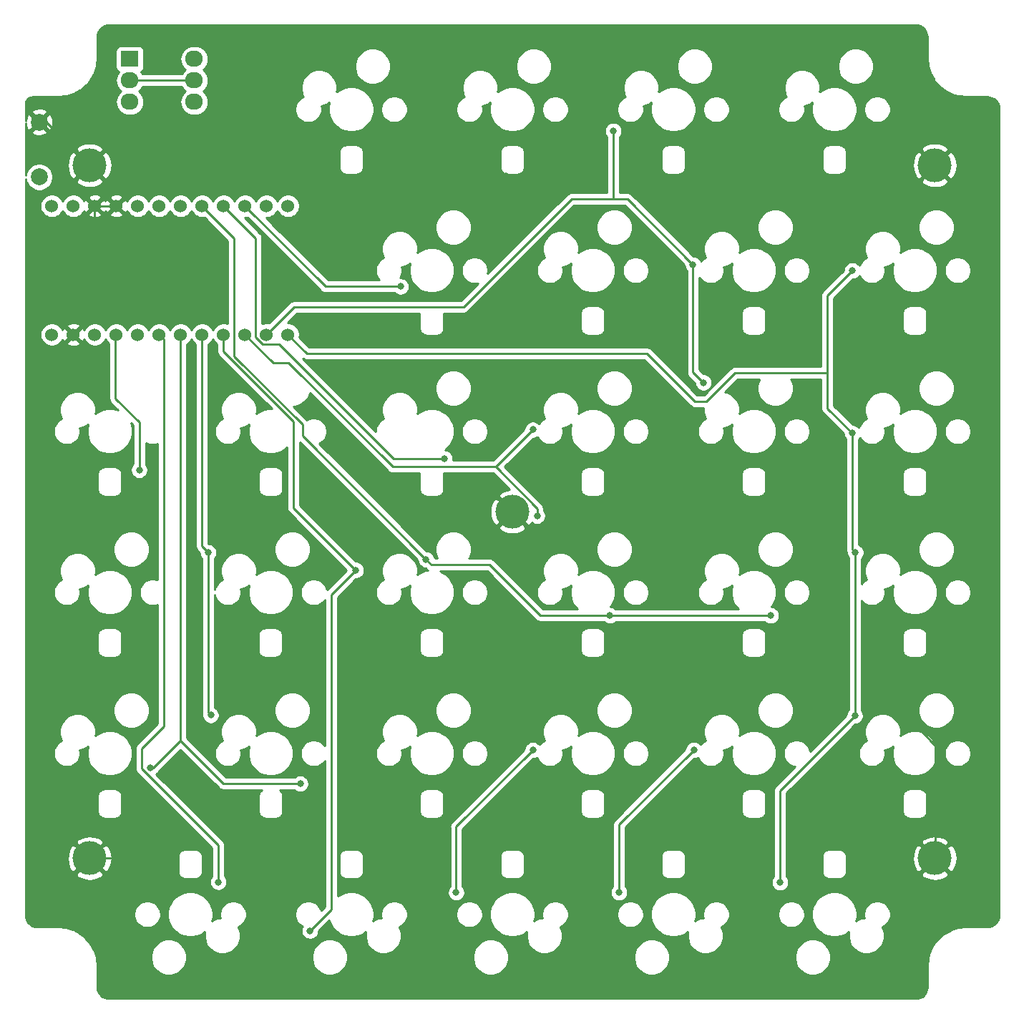
<source format=gbr>
%TF.GenerationSoftware,KiCad,Pcbnew,(5.1.9)-1*%
%TF.CreationDate,2021-05-21T21:09:53+09:00*%
%TF.ProjectId,yuiop31rs,7975696f-7033-4317-9273-2e6b69636164,1*%
%TF.SameCoordinates,Original*%
%TF.FileFunction,Copper,L1,Top*%
%TF.FilePolarity,Positive*%
%FSLAX46Y46*%
G04 Gerber Fmt 4.6, Leading zero omitted, Abs format (unit mm)*
G04 Created by KiCad (PCBNEW (5.1.9)-1) date 2021-05-21 21:09:53*
%MOMM*%
%LPD*%
G01*
G04 APERTURE LIST*
%TA.AperFunction,ComponentPad*%
%ADD10C,4.000000*%
%TD*%
%TA.AperFunction,ComponentPad*%
%ADD11C,1.524000*%
%TD*%
%TA.AperFunction,ComponentPad*%
%ADD12O,2.100000X1.900000*%
%TD*%
%TA.AperFunction,ComponentPad*%
%ADD13R,2.100000X1.900000*%
%TD*%
%TA.AperFunction,ComponentPad*%
%ADD14C,2.000000*%
%TD*%
%TA.AperFunction,ViaPad*%
%ADD15C,0.800000*%
%TD*%
%TA.AperFunction,Conductor*%
%ADD16C,0.250000*%
%TD*%
%TA.AperFunction,Conductor*%
%ADD17C,0.254000*%
%TD*%
%TA.AperFunction,Conductor*%
%ADD18C,0.150000*%
%TD*%
G04 APERTURE END LIST*
D10*
%TO.P,HOLE5,*%
%TO.N,GND*%
X150000000Y-100000000D03*
%TD*%
%TO.P,HOLE4,*%
%TO.N,GND*%
X200000000Y-141000000D03*
%TD*%
%TO.P,HOLE3,*%
%TO.N,GND*%
X100000000Y-141000000D03*
%TD*%
%TO.P,HOLE2,*%
%TO.N,GND*%
X200000000Y-59000000D03*
%TD*%
%TO.P,HOLE1,*%
%TO.N,GND*%
X100000000Y-59000000D03*
%TD*%
D11*
%TO.P,U1,24*%
%TO.N,Net-(U1-Pad24)*%
X95522000Y-79033500D03*
%TO.P,U1,23*%
%TO.N,GND*%
X98062000Y-79033500D03*
%TO.P,U1,22*%
%TO.N,Net-(RESET_SW1-Pad1)*%
X100602000Y-79033500D03*
%TO.P,U1,21*%
%TO.N,VCC*%
X103142000Y-79033500D03*
%TO.P,U1,20*%
%TO.N,/COL_1*%
X105682000Y-79033500D03*
%TO.P,U1,19*%
%TO.N,/ROW_6*%
X108222000Y-79033500D03*
%TO.P,U1,18*%
%TO.N,/ROW_5*%
X110762000Y-79033500D03*
%TO.P,U1,17*%
%TO.N,/COL_2*%
X113302000Y-79033500D03*
%TO.P,U1,16*%
%TO.N,/COL_3*%
X115842000Y-79033500D03*
%TO.P,U1,15*%
%TO.N,/COL_4*%
X118382000Y-79033500D03*
%TO.P,U1,14*%
%TO.N,/COL_5*%
X120922000Y-79033500D03*
%TO.P,U1,13*%
%TO.N,/COL_6*%
X123462000Y-79033500D03*
%TO.P,U1,12*%
%TO.N,/LED_DATA*%
X123462000Y-63813500D03*
%TO.P,U1,11*%
%TO.N,/ROW_1*%
X120922000Y-63813500D03*
%TO.P,U1,10*%
%TO.N,/ROW_2*%
X118382000Y-63813500D03*
%TO.P,U1,9*%
%TO.N,/ROW_3*%
X115842000Y-63813500D03*
%TO.P,U1,8*%
%TO.N,/ROW_4*%
X113302000Y-63813500D03*
%TO.P,U1,7*%
%TO.N,/RS*%
X110762000Y-63813500D03*
%TO.P,U1,6*%
%TO.N,Net-(U1-Pad6)*%
X108222000Y-63813500D03*
%TO.P,U1,5*%
%TO.N,Net-(U1-Pad5)*%
X105682000Y-63813500D03*
%TO.P,U1,4*%
%TO.N,GND*%
X103142000Y-63813500D03*
%TO.P,U1,3*%
X100602000Y-63813500D03*
%TO.P,U1,2*%
%TO.N,Net-(U1-Pad2)*%
X98062000Y-63813500D03*
%TO.P,U1,1*%
%TO.N,Net-(U1-Pad1)*%
X95522000Y-63813500D03*
%TD*%
D12*
%TO.P,ROT_SW1,2*%
%TO.N,Net-(D35-Pad2)*%
X112376000Y-51501700D03*
%TO.P,ROT_SW1,4*%
%TO.N,Net-(D33-Pad2)*%
X104756000Y-51501700D03*
%TO.P,ROT_SW1,C*%
%TO.N,/RS*%
X112376000Y-48961700D03*
X104756000Y-48961700D03*
%TO.P,ROT_SW1,8*%
%TO.N,Net-(D34-Pad2)*%
X112376000Y-46421700D03*
D13*
%TO.P,ROT_SW1,1*%
%TO.N,Net-(D32-Pad2)*%
X104756000Y-46421700D03*
%TD*%
D14*
%TO.P,RESET_SW1,1*%
%TO.N,Net-(RESET_SW1-Pad1)*%
X94040400Y-60387300D03*
%TO.P,RESET_SW1,2*%
%TO.N,GND*%
X94040400Y-53887300D03*
%TD*%
D15*
%TO.N,/ROW_2*%
X136790000Y-73339998D03*
%TO.N,/ROW_3*%
X141961000Y-93706900D03*
%TO.N,/ROW_4*%
X139802900Y-105638800D03*
X180588300Y-112268500D03*
X161564300Y-112268500D03*
%TO.N,/ROW_5*%
X124916600Y-132164900D03*
X107135800Y-130322500D03*
%TO.N,/ROW_6*%
X115226000Y-143806100D03*
%TO.N,VCC*%
X105875600Y-95052700D03*
%TO.N,GND*%
X109769900Y-141000000D03*
X149257500Y-60238900D03*
X195360200Y-114473400D03*
X132085000Y-60238900D03*
%TO.N,/COL_2*%
X114340000Y-124062500D03*
X114027500Y-104812500D03*
%TO.N,/COL_3*%
X126068300Y-149572500D03*
X131476300Y-106901300D03*
%TO.N,/COL_4*%
X152945000Y-100476700D03*
X143370800Y-145034600D03*
X152440000Y-128182100D03*
X152440000Y-90275000D03*
%TO.N,/COL_5*%
X172625500Y-84701000D03*
X162651100Y-145042700D03*
X171490000Y-128173600D03*
X161965000Y-54934700D03*
X171395000Y-70763700D03*
%TO.N,/COL_6*%
X181701100Y-143842500D03*
X190247500Y-71452400D03*
X190607500Y-104812500D03*
X190540000Y-124130000D03*
X190247500Y-90702500D03*
%TD*%
D16*
%TO.N,/ROW_2*%
X127908498Y-73339998D02*
X136790000Y-73339998D01*
X118382000Y-63813500D02*
X127908498Y-73339998D01*
%TO.N,/ROW_3*%
X115842000Y-63813500D02*
X119652000Y-67623500D01*
X119652000Y-67623500D02*
X119652000Y-79315000D01*
X119652000Y-79315000D02*
X120468000Y-80131000D01*
X120468000Y-80131000D02*
X122407700Y-80131000D01*
X122407700Y-80131000D02*
X135983600Y-93706900D01*
X135983600Y-93706900D02*
X141961000Y-93706900D01*
%TO.N,/ROW_4*%
X139802900Y-105638800D02*
X125193300Y-91029200D01*
X125193300Y-91029200D02*
X125193300Y-89682500D01*
X125193300Y-89682500D02*
X117112000Y-81601200D01*
X117112000Y-81601200D02*
X117112000Y-67623500D01*
X117112000Y-67623500D02*
X113302000Y-63813500D01*
X139802900Y-105638800D02*
X140434500Y-106270400D01*
X140434500Y-106270400D02*
X147329900Y-106270400D01*
X147329900Y-106270400D02*
X153328000Y-112268500D01*
X153328000Y-112268500D02*
X161564300Y-112268500D01*
X161564300Y-112268500D02*
X180588300Y-112268500D01*
%TO.N,/ROW_5*%
X110762000Y-127090000D02*
X107529500Y-130322500D01*
X107529500Y-130322500D02*
X107135800Y-130322500D01*
X110762000Y-79033500D02*
X110762000Y-127090000D01*
X110762000Y-127090000D02*
X115836900Y-132164900D01*
X115836900Y-132164900D02*
X124916600Y-132164900D01*
%TO.N,/ROW_6*%
X108222000Y-79033500D02*
X108779700Y-79591200D01*
X108779700Y-79591200D02*
X108779700Y-125370500D01*
X108779700Y-125370500D02*
X106171500Y-127978700D01*
X106171500Y-127978700D02*
X106171500Y-130391500D01*
X106171500Y-130391500D02*
X115226000Y-139446000D01*
X115226000Y-139446000D02*
X115226000Y-143806100D01*
%TO.N,VCC*%
X103142000Y-79033500D02*
X103059200Y-79116300D01*
X103059200Y-79116300D02*
X103059200Y-86598500D01*
X103059200Y-86598500D02*
X105875600Y-89414900D01*
X105875600Y-89414900D02*
X105875600Y-95052700D01*
%TO.N,GND*%
X100000000Y-141000000D02*
X109769900Y-141000000D01*
X132085000Y-60238900D02*
X149257500Y-60238900D01*
X103142000Y-63813500D02*
X106716600Y-60238900D01*
X106716600Y-60238900D02*
X132085000Y-60238900D01*
X200000000Y-141000000D02*
X200089300Y-140910700D01*
X200089300Y-140910700D02*
X200089300Y-127661600D01*
X200089300Y-127661600D02*
X195360300Y-122932600D01*
X195360300Y-122932600D02*
X195360300Y-114473400D01*
X195360300Y-114473400D02*
X195360200Y-114473400D01*
X100602000Y-63813500D02*
X103142000Y-63813500D01*
X98062000Y-79033500D02*
X100602000Y-76493500D01*
X100602000Y-76493500D02*
X100602000Y-63813500D01*
X94040400Y-53887300D02*
X94887300Y-53887300D01*
X94887300Y-53887300D02*
X100000000Y-59000000D01*
%TO.N,/COL_2*%
X114027500Y-104812500D02*
X114027500Y-123750000D01*
X114027500Y-123750000D02*
X114340000Y-124062500D01*
X113302000Y-79033500D02*
X113302000Y-104087000D01*
X113302000Y-104087000D02*
X114027500Y-104812500D01*
%TO.N,/COL_3*%
X131476300Y-106901300D02*
X128574600Y-109803000D01*
X128574600Y-109803000D02*
X128574600Y-147066200D01*
X128574600Y-147066200D02*
X126068300Y-149572500D01*
X115842000Y-79033500D02*
X115842000Y-81025000D01*
X115842000Y-81025000D02*
X124112400Y-89295400D01*
X124112400Y-89295400D02*
X124112400Y-99537400D01*
X124112400Y-99537400D02*
X131476300Y-106901300D01*
%TO.N,/RS*%
X104756000Y-48961700D02*
X112376000Y-48961700D01*
%TO.N,/COL_4*%
X148029100Y-94685900D02*
X152945000Y-99601800D01*
X152945000Y-99601800D02*
X152945000Y-100476700D01*
X118382000Y-79033500D02*
X121734100Y-82385600D01*
X121734100Y-82385600D02*
X123537200Y-82385600D01*
X123537200Y-82385600D02*
X135837500Y-94685900D01*
X135837500Y-94685900D02*
X148029100Y-94685900D01*
X148029100Y-94685900D02*
X152440000Y-90275000D01*
X143370800Y-145034600D02*
X143370800Y-137251300D01*
X143370800Y-137251300D02*
X152440000Y-128182100D01*
%TO.N,/COL_5*%
X171395000Y-70763700D02*
X171395000Y-83470500D01*
X171395000Y-83470500D02*
X172625500Y-84701000D01*
X161965000Y-62983700D02*
X163615000Y-62983700D01*
X163615000Y-62983700D02*
X171395000Y-70763700D01*
X162651100Y-145042700D02*
X162651100Y-137012500D01*
X162651100Y-137012500D02*
X171490000Y-128173600D01*
X161965000Y-62983700D02*
X161965000Y-54934700D01*
X157006300Y-62983700D02*
X161965000Y-62983700D01*
X144230000Y-75760000D02*
X157006300Y-62983700D01*
X124195500Y-75760000D02*
X144230000Y-75760000D01*
X120922000Y-79033500D02*
X124195500Y-75760000D01*
%TO.N,/COL_6*%
X190540000Y-124130000D02*
X181701100Y-132968900D01*
X181701100Y-132968900D02*
X181701100Y-143842500D01*
X190607500Y-104812500D02*
X190540000Y-104880000D01*
X190540000Y-104880000D02*
X190540000Y-124130000D01*
X187296000Y-83566100D02*
X187296000Y-87751000D01*
X187296000Y-87751000D02*
X190247500Y-90702500D01*
X190247500Y-71452400D02*
X187296000Y-74403900D01*
X187296000Y-74403900D02*
X187296000Y-83566100D01*
X190607500Y-104812500D02*
X190247500Y-104452500D01*
X190247500Y-104452500D02*
X190247500Y-90702500D01*
X172990000Y-86920000D02*
X176343900Y-83566100D01*
X171580000Y-86920000D02*
X172990000Y-86920000D01*
X165930000Y-81270000D02*
X171580000Y-86920000D01*
X176343900Y-83566100D02*
X187296000Y-83566100D01*
X125698500Y-81270000D02*
X165930000Y-81270000D01*
X123462000Y-79033500D02*
X125698500Y-81270000D01*
%TD*%
D17*
%TO.N,GND*%
X198009659Y-42438625D02*
X198259429Y-42514035D01*
X198489792Y-42636522D01*
X198691980Y-42801422D01*
X198858286Y-43002450D01*
X198982378Y-43231954D01*
X199059531Y-43481195D01*
X199090001Y-43771098D01*
X199090000Y-46282418D01*
X199092988Y-46312752D01*
X199092813Y-46337743D01*
X199093713Y-46346914D01*
X199175315Y-47123302D01*
X199187338Y-47181871D01*
X199198551Y-47240657D01*
X199201215Y-47249479D01*
X199432063Y-47995229D01*
X199455238Y-48050359D01*
X199477652Y-48105838D01*
X199481979Y-48113974D01*
X199853282Y-48800684D01*
X199886727Y-48850268D01*
X199919487Y-48900331D01*
X199925311Y-48907472D01*
X200422924Y-49508983D01*
X200465376Y-49551140D01*
X200507223Y-49593873D01*
X200514318Y-49599741D01*
X200514324Y-49599747D01*
X200514331Y-49599751D01*
X201119294Y-50093148D01*
X201169087Y-50126230D01*
X201218476Y-50160048D01*
X201226583Y-50164430D01*
X201915867Y-50530930D01*
X201971182Y-50553729D01*
X202026154Y-50577290D01*
X202034957Y-50580015D01*
X202782302Y-50805652D01*
X202841011Y-50817277D01*
X202899494Y-50829708D01*
X202908657Y-50830671D01*
X202908659Y-50830671D01*
X203685596Y-50906850D01*
X203685598Y-50906850D01*
X203717581Y-50910000D01*
X206217721Y-50910000D01*
X206509659Y-50938625D01*
X206759429Y-51014035D01*
X206989792Y-51136522D01*
X207191980Y-51301422D01*
X207358286Y-51502450D01*
X207482378Y-51731954D01*
X207559531Y-51981195D01*
X207590000Y-52271088D01*
X207590001Y-147717711D01*
X207561375Y-148009660D01*
X207485965Y-148259429D01*
X207363477Y-148489794D01*
X207198579Y-148691979D01*
X206997546Y-148858288D01*
X206768046Y-148982378D01*
X206518805Y-149059531D01*
X206228911Y-149090000D01*
X203717581Y-149090000D01*
X203687247Y-149092988D01*
X203662257Y-149092813D01*
X203653086Y-149093713D01*
X202876699Y-149175315D01*
X202818106Y-149187342D01*
X202759342Y-149198552D01*
X202750520Y-149201215D01*
X202004771Y-149432063D01*
X201949608Y-149455251D01*
X201894162Y-149477653D01*
X201886026Y-149481979D01*
X201199316Y-149853282D01*
X201149741Y-149886721D01*
X201099670Y-149919486D01*
X201092529Y-149925311D01*
X200491017Y-150422924D01*
X200448863Y-150465374D01*
X200406127Y-150507224D01*
X200400253Y-150514324D01*
X199906852Y-151119295D01*
X199873764Y-151169096D01*
X199839953Y-151218476D01*
X199835570Y-151226582D01*
X199469071Y-151915867D01*
X199446280Y-151971161D01*
X199422710Y-152026154D01*
X199419985Y-152034957D01*
X199194348Y-152782302D01*
X199182725Y-152841005D01*
X199170292Y-152899494D01*
X199169329Y-152908658D01*
X199093150Y-153685596D01*
X199090000Y-153717582D01*
X199090001Y-156217711D01*
X199061375Y-156509660D01*
X198985965Y-156759429D01*
X198863477Y-156989794D01*
X198698579Y-157191979D01*
X198497546Y-157358288D01*
X198268046Y-157482378D01*
X198018805Y-157559531D01*
X197728911Y-157590000D01*
X102282279Y-157590000D01*
X101990340Y-157561375D01*
X101740571Y-157485965D01*
X101510206Y-157363477D01*
X101308021Y-157198579D01*
X101141712Y-156997546D01*
X101017622Y-156768046D01*
X100940469Y-156518805D01*
X100910000Y-156228911D01*
X100910000Y-153717581D01*
X100907012Y-153687247D01*
X100907187Y-153662257D01*
X100906287Y-153653086D01*
X100824685Y-152876699D01*
X100812658Y-152818106D01*
X100801448Y-152759342D01*
X100798785Y-152750520D01*
X100719602Y-152494721D01*
X107225000Y-152494721D01*
X107225000Y-152915279D01*
X107307047Y-153327756D01*
X107467988Y-153716302D01*
X107701637Y-154065983D01*
X107999017Y-154363363D01*
X108348698Y-154597012D01*
X108737244Y-154757953D01*
X109149721Y-154840000D01*
X109570279Y-154840000D01*
X109982756Y-154757953D01*
X110371302Y-154597012D01*
X110720983Y-154363363D01*
X111018363Y-154065983D01*
X111252012Y-153716302D01*
X111412953Y-153327756D01*
X111495000Y-152915279D01*
X111495000Y-152494721D01*
X126275000Y-152494721D01*
X126275000Y-152915279D01*
X126357047Y-153327756D01*
X126517988Y-153716302D01*
X126751637Y-154065983D01*
X127049017Y-154363363D01*
X127398698Y-154597012D01*
X127787244Y-154757953D01*
X128199721Y-154840000D01*
X128620279Y-154840000D01*
X129032756Y-154757953D01*
X129421302Y-154597012D01*
X129770983Y-154363363D01*
X130068363Y-154065983D01*
X130302012Y-153716302D01*
X130462953Y-153327756D01*
X130545000Y-152915279D01*
X130545000Y-152494721D01*
X145325000Y-152494721D01*
X145325000Y-152915279D01*
X145407047Y-153327756D01*
X145567988Y-153716302D01*
X145801637Y-154065983D01*
X146099017Y-154363363D01*
X146448698Y-154597012D01*
X146837244Y-154757953D01*
X147249721Y-154840000D01*
X147670279Y-154840000D01*
X148082756Y-154757953D01*
X148471302Y-154597012D01*
X148820983Y-154363363D01*
X149118363Y-154065983D01*
X149352012Y-153716302D01*
X149512953Y-153327756D01*
X149595000Y-152915279D01*
X149595000Y-152494721D01*
X164375000Y-152494721D01*
X164375000Y-152915279D01*
X164457047Y-153327756D01*
X164617988Y-153716302D01*
X164851637Y-154065983D01*
X165149017Y-154363363D01*
X165498698Y-154597012D01*
X165887244Y-154757953D01*
X166299721Y-154840000D01*
X166720279Y-154840000D01*
X167132756Y-154757953D01*
X167521302Y-154597012D01*
X167870983Y-154363363D01*
X168168363Y-154065983D01*
X168402012Y-153716302D01*
X168562953Y-153327756D01*
X168645000Y-152915279D01*
X168645000Y-152494721D01*
X183425000Y-152494721D01*
X183425000Y-152915279D01*
X183507047Y-153327756D01*
X183667988Y-153716302D01*
X183901637Y-154065983D01*
X184199017Y-154363363D01*
X184548698Y-154597012D01*
X184937244Y-154757953D01*
X185349721Y-154840000D01*
X185770279Y-154840000D01*
X186182756Y-154757953D01*
X186571302Y-154597012D01*
X186920983Y-154363363D01*
X187218363Y-154065983D01*
X187452012Y-153716302D01*
X187612953Y-153327756D01*
X187695000Y-152915279D01*
X187695000Y-152494721D01*
X187612953Y-152082244D01*
X187452012Y-151693698D01*
X187218363Y-151344017D01*
X186920983Y-151046637D01*
X186571302Y-150812988D01*
X186182756Y-150652047D01*
X185770279Y-150570000D01*
X185349721Y-150570000D01*
X184937244Y-150652047D01*
X184548698Y-150812988D01*
X184199017Y-151046637D01*
X183901637Y-151344017D01*
X183667988Y-151693698D01*
X183507047Y-152082244D01*
X183425000Y-152494721D01*
X168645000Y-152494721D01*
X168562953Y-152082244D01*
X168402012Y-151693698D01*
X168168363Y-151344017D01*
X167870983Y-151046637D01*
X167521302Y-150812988D01*
X167132756Y-150652047D01*
X166720279Y-150570000D01*
X166299721Y-150570000D01*
X165887244Y-150652047D01*
X165498698Y-150812988D01*
X165149017Y-151046637D01*
X164851637Y-151344017D01*
X164617988Y-151693698D01*
X164457047Y-152082244D01*
X164375000Y-152494721D01*
X149595000Y-152494721D01*
X149512953Y-152082244D01*
X149352012Y-151693698D01*
X149118363Y-151344017D01*
X148820983Y-151046637D01*
X148471302Y-150812988D01*
X148082756Y-150652047D01*
X147670279Y-150570000D01*
X147249721Y-150570000D01*
X146837244Y-150652047D01*
X146448698Y-150812988D01*
X146099017Y-151046637D01*
X145801637Y-151344017D01*
X145567988Y-151693698D01*
X145407047Y-152082244D01*
X145325000Y-152494721D01*
X130545000Y-152494721D01*
X130462953Y-152082244D01*
X130302012Y-151693698D01*
X130068363Y-151344017D01*
X129770983Y-151046637D01*
X129421302Y-150812988D01*
X129032756Y-150652047D01*
X128620279Y-150570000D01*
X128199721Y-150570000D01*
X127787244Y-150652047D01*
X127398698Y-150812988D01*
X127049017Y-151046637D01*
X126751637Y-151344017D01*
X126517988Y-151693698D01*
X126357047Y-152082244D01*
X126275000Y-152494721D01*
X111495000Y-152494721D01*
X111412953Y-152082244D01*
X111252012Y-151693698D01*
X111018363Y-151344017D01*
X110720983Y-151046637D01*
X110371302Y-150812988D01*
X109982756Y-150652047D01*
X109570279Y-150570000D01*
X109149721Y-150570000D01*
X108737244Y-150652047D01*
X108348698Y-150812988D01*
X107999017Y-151046637D01*
X107701637Y-151344017D01*
X107467988Y-151693698D01*
X107307047Y-152082244D01*
X107225000Y-152494721D01*
X100719602Y-152494721D01*
X100567937Y-152004771D01*
X100544749Y-151949608D01*
X100522347Y-151894162D01*
X100518021Y-151886026D01*
X100146718Y-151199316D01*
X100113279Y-151149741D01*
X100080514Y-151099670D01*
X100074689Y-151092529D01*
X99577076Y-150491017D01*
X99534621Y-150448858D01*
X99492776Y-150406127D01*
X99485676Y-150400253D01*
X98880705Y-149906852D01*
X98830904Y-149873764D01*
X98781524Y-149839953D01*
X98773418Y-149835570D01*
X98084133Y-149469071D01*
X98028839Y-149446280D01*
X97973846Y-149422710D01*
X97965043Y-149419985D01*
X97217698Y-149194348D01*
X97158995Y-149182725D01*
X97100506Y-149170292D01*
X97091342Y-149169329D01*
X96314404Y-149093150D01*
X96314402Y-149093150D01*
X96282419Y-149090000D01*
X93782279Y-149090000D01*
X93490340Y-149061375D01*
X93240571Y-148985965D01*
X93010206Y-148863477D01*
X92808021Y-148698579D01*
X92641712Y-148497546D01*
X92517622Y-148268046D01*
X92440469Y-148018805D01*
X92410000Y-147728911D01*
X92410000Y-147468891D01*
X105235000Y-147468891D01*
X105235000Y-147781109D01*
X105295911Y-148087327D01*
X105415391Y-148375779D01*
X105588850Y-148635379D01*
X105809621Y-148856150D01*
X106069221Y-149029609D01*
X106357673Y-149149089D01*
X106663891Y-149210000D01*
X106976109Y-149210000D01*
X107282327Y-149149089D01*
X107570779Y-149029609D01*
X107830379Y-148856150D01*
X108051150Y-148635379D01*
X108224609Y-148375779D01*
X108344089Y-148087327D01*
X108405000Y-147781109D01*
X108405000Y-147468891D01*
X108383450Y-147360551D01*
X109215000Y-147360551D01*
X109215000Y-147889449D01*
X109318183Y-148408186D01*
X109520583Y-148896825D01*
X109814424Y-149336588D01*
X110188412Y-149710576D01*
X110628175Y-150004417D01*
X111116814Y-150206817D01*
X111635551Y-150310000D01*
X112164449Y-150310000D01*
X112683186Y-150206817D01*
X113171825Y-150004417D01*
X113611588Y-149710576D01*
X113626537Y-149695627D01*
X113575000Y-149954721D01*
X113575000Y-150375279D01*
X113657047Y-150787756D01*
X113817988Y-151176302D01*
X114051637Y-151525983D01*
X114349017Y-151823363D01*
X114698698Y-152057012D01*
X115087244Y-152217953D01*
X115499721Y-152300000D01*
X115920279Y-152300000D01*
X116332756Y-152217953D01*
X116721302Y-152057012D01*
X117070983Y-151823363D01*
X117368363Y-151525983D01*
X117602012Y-151176302D01*
X117762953Y-150787756D01*
X117845000Y-150375279D01*
X117845000Y-149954721D01*
X117762953Y-149542244D01*
X117602012Y-149153698D01*
X117564985Y-149098283D01*
X117730779Y-149029609D01*
X117990379Y-148856150D01*
X118211150Y-148635379D01*
X118384609Y-148375779D01*
X118504089Y-148087327D01*
X118565000Y-147781109D01*
X118565000Y-147468891D01*
X118504089Y-147162673D01*
X118384609Y-146874221D01*
X118211150Y-146614621D01*
X117990379Y-146393850D01*
X117730779Y-146220391D01*
X117442327Y-146100911D01*
X117136109Y-146040000D01*
X116823891Y-146040000D01*
X116517673Y-146100911D01*
X116229221Y-146220391D01*
X115969621Y-146393850D01*
X115748850Y-146614621D01*
X115575391Y-146874221D01*
X115455911Y-147162673D01*
X115395000Y-147468891D01*
X115395000Y-147781109D01*
X115446609Y-148040565D01*
X115087244Y-148112047D01*
X114698698Y-148272988D01*
X114476252Y-148421622D01*
X114481817Y-148408186D01*
X114585000Y-147889449D01*
X114585000Y-147360551D01*
X114481817Y-146841814D01*
X114279417Y-146353175D01*
X113985576Y-145913412D01*
X113611588Y-145539424D01*
X113171825Y-145245583D01*
X112683186Y-145043183D01*
X112164449Y-144940000D01*
X111635551Y-144940000D01*
X111116814Y-145043183D01*
X110628175Y-145245583D01*
X110188412Y-145539424D01*
X109814424Y-145913412D01*
X109520583Y-146353175D01*
X109318183Y-146841814D01*
X109215000Y-147360551D01*
X108383450Y-147360551D01*
X108344089Y-147162673D01*
X108224609Y-146874221D01*
X108051150Y-146614621D01*
X107830379Y-146393850D01*
X107570779Y-146220391D01*
X107282327Y-146100911D01*
X106976109Y-146040000D01*
X106663891Y-146040000D01*
X106357673Y-146100911D01*
X106069221Y-146220391D01*
X105809621Y-146393850D01*
X105588850Y-146614621D01*
X105415391Y-146874221D01*
X105295911Y-147162673D01*
X105235000Y-147468891D01*
X92410000Y-147468891D01*
X92410000Y-142847499D01*
X98332106Y-142847499D01*
X98548228Y-143214258D01*
X99008105Y-143454938D01*
X99506098Y-143601275D01*
X100023071Y-143647648D01*
X100539159Y-143592273D01*
X101034526Y-143437279D01*
X101451772Y-143214258D01*
X101667894Y-142847499D01*
X100000000Y-141179605D01*
X98332106Y-142847499D01*
X92410000Y-142847499D01*
X92410000Y-141023071D01*
X97352352Y-141023071D01*
X97407727Y-141539159D01*
X97562721Y-142034526D01*
X97785742Y-142451772D01*
X98152501Y-142667894D01*
X99820395Y-141000000D01*
X100179605Y-141000000D01*
X101847499Y-142667894D01*
X101952305Y-142606134D01*
X110455000Y-142606134D01*
X110457869Y-142635267D01*
X110457864Y-142636034D01*
X110458811Y-142645692D01*
X110460165Y-142658576D01*
X110465057Y-142708243D01*
X110476070Y-142744548D01*
X110486343Y-142798397D01*
X110489148Y-142807687D01*
X110497805Y-142835652D01*
X110522202Y-142893689D01*
X110545799Y-142952098D01*
X110550355Y-142960666D01*
X110550367Y-142960688D01*
X110550369Y-142960693D01*
X110550372Y-142960697D01*
X110564278Y-142986419D01*
X110599530Y-143038686D01*
X110634007Y-143091371D01*
X110640120Y-143098867D01*
X110640123Y-143098872D01*
X110640127Y-143098876D01*
X110640140Y-143098892D01*
X110658801Y-143121449D01*
X110703497Y-143165833D01*
X110747571Y-143210839D01*
X110755048Y-143217025D01*
X110777734Y-143235527D01*
X110830193Y-143270380D01*
X110882165Y-143305967D01*
X110890701Y-143310583D01*
X110916549Y-143324327D01*
X110974818Y-143348345D01*
X111032704Y-143373153D01*
X111041974Y-143376023D01*
X111070000Y-143384484D01*
X111126771Y-143395724D01*
X111163756Y-143406943D01*
X111201060Y-143410617D01*
X111203038Y-143410825D01*
X111203056Y-143410827D01*
X111203058Y-143410827D01*
X111232173Y-143413682D01*
X111232177Y-143413682D01*
X111265865Y-143417000D01*
X112534135Y-143417000D01*
X112563268Y-143414131D01*
X112564034Y-143414136D01*
X112573692Y-143413189D01*
X112586561Y-143411836D01*
X112636244Y-143406943D01*
X112672551Y-143395929D01*
X112726397Y-143385657D01*
X112735687Y-143382852D01*
X112763652Y-143374195D01*
X112821689Y-143349798D01*
X112880098Y-143326201D01*
X112888666Y-143321645D01*
X112888688Y-143321633D01*
X112888693Y-143321631D01*
X112888697Y-143321628D01*
X112914419Y-143307722D01*
X112966686Y-143272470D01*
X113019371Y-143237993D01*
X113026867Y-143231880D01*
X113026872Y-143231877D01*
X113026876Y-143231873D01*
X113026892Y-143231860D01*
X113049449Y-143213199D01*
X113093833Y-143168503D01*
X113138839Y-143124429D01*
X113145025Y-143116952D01*
X113163527Y-143094266D01*
X113198380Y-143041807D01*
X113233967Y-142989835D01*
X113238583Y-142981299D01*
X113252327Y-142955451D01*
X113276345Y-142897182D01*
X113301153Y-142839296D01*
X113304023Y-142830026D01*
X113312484Y-142802000D01*
X113323724Y-142745229D01*
X113334943Y-142708244D01*
X113338617Y-142670940D01*
X113338825Y-142668962D01*
X113341682Y-142639827D01*
X113341682Y-142639823D01*
X113345000Y-142606135D01*
X113345000Y-140737865D01*
X113342131Y-140708732D01*
X113342136Y-140707966D01*
X113341189Y-140698308D01*
X113339836Y-140685432D01*
X113334943Y-140635756D01*
X113323928Y-140599445D01*
X113313656Y-140545602D01*
X113310852Y-140536312D01*
X113302195Y-140508348D01*
X113277793Y-140450299D01*
X113254201Y-140391902D01*
X113249645Y-140383334D01*
X113249635Y-140383315D01*
X113249631Y-140383306D01*
X113249625Y-140383297D01*
X113235722Y-140357582D01*
X113200504Y-140305365D01*
X113165993Y-140252628D01*
X113159880Y-140245133D01*
X113159877Y-140245128D01*
X113159873Y-140245124D01*
X113159860Y-140245108D01*
X113141199Y-140222551D01*
X113096505Y-140178169D01*
X113052429Y-140133160D01*
X113044952Y-140126975D01*
X113022266Y-140108473D01*
X112969807Y-140073620D01*
X112917835Y-140038033D01*
X112909299Y-140033417D01*
X112883451Y-140019673D01*
X112825198Y-139995662D01*
X112767296Y-139970847D01*
X112758048Y-139967984D01*
X112758046Y-139967983D01*
X112758044Y-139967983D01*
X112758026Y-139967977D01*
X112730000Y-139959516D01*
X112673229Y-139948276D01*
X112636244Y-139937057D01*
X112598940Y-139933383D01*
X112596962Y-139933175D01*
X112596944Y-139933173D01*
X112596942Y-139933173D01*
X112567827Y-139930318D01*
X112567823Y-139930318D01*
X112534135Y-139927000D01*
X111265865Y-139927000D01*
X111236732Y-139929869D01*
X111235966Y-139929864D01*
X111226308Y-139930811D01*
X111213432Y-139932164D01*
X111163756Y-139937057D01*
X111127445Y-139948072D01*
X111073602Y-139958344D01*
X111064312Y-139961148D01*
X111036348Y-139969805D01*
X110978299Y-139994207D01*
X110919902Y-140017799D01*
X110911334Y-140022355D01*
X110911315Y-140022365D01*
X110911306Y-140022369D01*
X110911297Y-140022375D01*
X110885582Y-140036278D01*
X110833365Y-140071496D01*
X110780628Y-140106007D01*
X110773133Y-140112120D01*
X110773128Y-140112123D01*
X110773124Y-140112127D01*
X110773108Y-140112140D01*
X110750551Y-140130801D01*
X110706169Y-140175495D01*
X110661160Y-140219571D01*
X110654975Y-140227048D01*
X110636473Y-140249734D01*
X110601620Y-140302193D01*
X110566033Y-140354165D01*
X110561417Y-140362701D01*
X110547673Y-140388549D01*
X110523662Y-140446802D01*
X110498847Y-140504704D01*
X110495977Y-140513974D01*
X110487516Y-140542000D01*
X110476274Y-140598781D01*
X110465058Y-140635756D01*
X110461399Y-140672907D01*
X110461175Y-140675038D01*
X110458318Y-140704173D01*
X110458318Y-140704187D01*
X110455001Y-140737865D01*
X110455000Y-142606134D01*
X101952305Y-142606134D01*
X102214258Y-142451772D01*
X102454938Y-141991895D01*
X102601275Y-141493902D01*
X102647648Y-140976929D01*
X102592273Y-140460841D01*
X102437279Y-139965474D01*
X102214258Y-139548228D01*
X101847499Y-139332106D01*
X100179605Y-141000000D01*
X99820395Y-141000000D01*
X98152501Y-139332106D01*
X97785742Y-139548228D01*
X97545062Y-140008105D01*
X97398725Y-140506098D01*
X97352352Y-141023071D01*
X92410000Y-141023071D01*
X92410000Y-139152501D01*
X98332106Y-139152501D01*
X100000000Y-140820395D01*
X101667894Y-139152501D01*
X101451772Y-138785742D01*
X100991895Y-138545062D01*
X100493902Y-138398725D01*
X99976929Y-138352352D01*
X99460841Y-138407727D01*
X98965474Y-138562721D01*
X98548228Y-138785742D01*
X98332106Y-139152501D01*
X92410000Y-139152501D01*
X92410000Y-135462134D01*
X100930000Y-135462134D01*
X100932869Y-135491267D01*
X100932864Y-135492034D01*
X100933811Y-135501692D01*
X100935165Y-135514576D01*
X100940057Y-135564243D01*
X100951070Y-135600548D01*
X100961343Y-135654397D01*
X100964148Y-135663687D01*
X100972805Y-135691652D01*
X100997202Y-135749689D01*
X101020799Y-135808098D01*
X101025355Y-135816666D01*
X101025367Y-135816688D01*
X101025369Y-135816693D01*
X101025372Y-135816697D01*
X101039278Y-135842419D01*
X101074530Y-135894686D01*
X101109007Y-135947371D01*
X101115120Y-135954867D01*
X101115123Y-135954872D01*
X101115127Y-135954876D01*
X101115140Y-135954892D01*
X101133801Y-135977449D01*
X101178497Y-136021833D01*
X101222571Y-136066839D01*
X101230048Y-136073025D01*
X101252734Y-136091527D01*
X101305193Y-136126380D01*
X101357165Y-136161967D01*
X101365701Y-136166583D01*
X101391549Y-136180327D01*
X101449818Y-136204345D01*
X101507704Y-136229153D01*
X101516974Y-136232023D01*
X101545000Y-136240484D01*
X101601771Y-136251724D01*
X101638756Y-136262943D01*
X101676060Y-136266617D01*
X101678038Y-136266825D01*
X101678056Y-136266827D01*
X101678058Y-136266827D01*
X101707173Y-136269682D01*
X101707177Y-136269682D01*
X101740865Y-136273000D01*
X103009135Y-136273000D01*
X103038268Y-136270131D01*
X103039034Y-136270136D01*
X103048692Y-136269189D01*
X103061561Y-136267836D01*
X103111244Y-136262943D01*
X103147551Y-136251929D01*
X103201397Y-136241657D01*
X103210687Y-136238852D01*
X103238652Y-136230195D01*
X103296689Y-136205798D01*
X103355098Y-136182201D01*
X103363666Y-136177645D01*
X103363688Y-136177633D01*
X103363693Y-136177631D01*
X103363697Y-136177628D01*
X103389419Y-136163722D01*
X103441686Y-136128470D01*
X103494371Y-136093993D01*
X103501867Y-136087880D01*
X103501872Y-136087877D01*
X103501876Y-136087873D01*
X103501892Y-136087860D01*
X103524449Y-136069199D01*
X103568833Y-136024503D01*
X103613839Y-135980429D01*
X103620025Y-135972952D01*
X103638527Y-135950266D01*
X103673380Y-135897807D01*
X103708967Y-135845835D01*
X103713583Y-135837299D01*
X103727327Y-135811451D01*
X103751345Y-135753182D01*
X103776153Y-135695296D01*
X103779023Y-135686026D01*
X103787484Y-135658000D01*
X103798724Y-135601229D01*
X103809943Y-135564244D01*
X103813617Y-135526940D01*
X103813825Y-135524962D01*
X103816682Y-135495827D01*
X103816682Y-135495823D01*
X103820000Y-135462135D01*
X103820000Y-133593865D01*
X103817131Y-133564732D01*
X103817136Y-133563966D01*
X103816189Y-133554308D01*
X103814836Y-133541432D01*
X103809943Y-133491756D01*
X103798928Y-133455445D01*
X103788656Y-133401602D01*
X103785852Y-133392312D01*
X103777195Y-133364348D01*
X103752793Y-133306299D01*
X103729201Y-133247902D01*
X103724645Y-133239334D01*
X103724635Y-133239315D01*
X103724631Y-133239306D01*
X103724625Y-133239297D01*
X103710722Y-133213582D01*
X103675504Y-133161365D01*
X103640993Y-133108628D01*
X103634880Y-133101133D01*
X103634877Y-133101128D01*
X103634873Y-133101124D01*
X103634860Y-133101108D01*
X103616199Y-133078551D01*
X103571505Y-133034169D01*
X103527429Y-132989160D01*
X103519952Y-132982975D01*
X103497266Y-132964473D01*
X103444807Y-132929620D01*
X103392835Y-132894033D01*
X103384299Y-132889417D01*
X103358451Y-132875673D01*
X103300198Y-132851662D01*
X103242296Y-132826847D01*
X103233048Y-132823984D01*
X103233046Y-132823983D01*
X103233044Y-132823983D01*
X103233026Y-132823977D01*
X103205000Y-132815516D01*
X103148229Y-132804276D01*
X103111244Y-132793057D01*
X103073940Y-132789383D01*
X103071962Y-132789175D01*
X103071944Y-132789173D01*
X103071942Y-132789173D01*
X103042827Y-132786318D01*
X103042823Y-132786318D01*
X103009135Y-132783000D01*
X101740865Y-132783000D01*
X101711732Y-132785869D01*
X101710966Y-132785864D01*
X101701308Y-132786811D01*
X101688432Y-132788164D01*
X101638756Y-132793057D01*
X101602445Y-132804072D01*
X101548602Y-132814344D01*
X101539312Y-132817148D01*
X101511348Y-132825805D01*
X101453299Y-132850207D01*
X101394902Y-132873799D01*
X101386334Y-132878355D01*
X101386315Y-132878365D01*
X101386306Y-132878369D01*
X101386297Y-132878375D01*
X101360582Y-132892278D01*
X101308365Y-132927496D01*
X101255628Y-132962007D01*
X101248133Y-132968120D01*
X101248128Y-132968123D01*
X101248124Y-132968127D01*
X101248108Y-132968140D01*
X101225551Y-132986801D01*
X101181169Y-133031495D01*
X101136160Y-133075571D01*
X101129975Y-133083048D01*
X101111473Y-133105734D01*
X101076620Y-133158193D01*
X101041033Y-133210165D01*
X101036417Y-133218701D01*
X101022673Y-133244549D01*
X100998662Y-133302802D01*
X100973847Y-133360704D01*
X100970977Y-133369974D01*
X100962516Y-133398000D01*
X100951274Y-133454781D01*
X100940058Y-133491756D01*
X100936399Y-133528907D01*
X100936175Y-133531038D01*
X100933318Y-133560173D01*
X100933318Y-133560187D01*
X100930001Y-133593865D01*
X100930000Y-135462134D01*
X92410000Y-135462134D01*
X92410000Y-128418891D01*
X95710000Y-128418891D01*
X95710000Y-128731109D01*
X95770911Y-129037327D01*
X95890391Y-129325779D01*
X96063850Y-129585379D01*
X96284621Y-129806150D01*
X96544221Y-129979609D01*
X96832673Y-130099089D01*
X97138891Y-130160000D01*
X97451109Y-130160000D01*
X97757327Y-130099089D01*
X98045779Y-129979609D01*
X98305379Y-129806150D01*
X98526150Y-129585379D01*
X98699609Y-129325779D01*
X98819089Y-129037327D01*
X98880000Y-128731109D01*
X98880000Y-128418891D01*
X98828391Y-128159435D01*
X99187756Y-128087953D01*
X99576302Y-127927012D01*
X99798748Y-127778378D01*
X99793183Y-127791814D01*
X99690000Y-128310551D01*
X99690000Y-128839449D01*
X99793183Y-129358186D01*
X99995583Y-129846825D01*
X100289424Y-130286588D01*
X100663412Y-130660576D01*
X101103175Y-130954417D01*
X101591814Y-131156817D01*
X102110551Y-131260000D01*
X102639449Y-131260000D01*
X103158186Y-131156817D01*
X103646825Y-130954417D01*
X104086588Y-130660576D01*
X104460576Y-130286588D01*
X104754417Y-129846825D01*
X104956817Y-129358186D01*
X105060000Y-128839449D01*
X105060000Y-128310551D01*
X104956817Y-127791814D01*
X104754417Y-127303175D01*
X104460576Y-126863412D01*
X104086588Y-126489424D01*
X103646825Y-126195583D01*
X103158186Y-125993183D01*
X102639449Y-125890000D01*
X102110551Y-125890000D01*
X101591814Y-125993183D01*
X101103175Y-126195583D01*
X100663412Y-126489424D01*
X100648463Y-126504373D01*
X100700000Y-126245279D01*
X100700000Y-125824721D01*
X100617953Y-125412244D01*
X100457012Y-125023698D01*
X100223363Y-124674017D01*
X99925983Y-124376637D01*
X99576302Y-124142988D01*
X99187756Y-123982047D01*
X98775279Y-123900000D01*
X98354721Y-123900000D01*
X97942244Y-123982047D01*
X97553698Y-124142988D01*
X97204017Y-124376637D01*
X96906637Y-124674017D01*
X96672988Y-125023698D01*
X96512047Y-125412244D01*
X96430000Y-125824721D01*
X96430000Y-126245279D01*
X96512047Y-126657756D01*
X96672988Y-127046302D01*
X96710015Y-127101717D01*
X96544221Y-127170391D01*
X96284621Y-127343850D01*
X96063850Y-127564621D01*
X95890391Y-127824221D01*
X95770911Y-128112673D01*
X95710000Y-128418891D01*
X92410000Y-128418891D01*
X92410000Y-123284721D01*
X102780000Y-123284721D01*
X102780000Y-123705279D01*
X102862047Y-124117756D01*
X103022988Y-124506302D01*
X103256637Y-124855983D01*
X103554017Y-125153363D01*
X103903698Y-125387012D01*
X104292244Y-125547953D01*
X104704721Y-125630000D01*
X105125279Y-125630000D01*
X105537756Y-125547953D01*
X105926302Y-125387012D01*
X106275983Y-125153363D01*
X106573363Y-124855983D01*
X106807012Y-124506302D01*
X106967953Y-124117756D01*
X107050000Y-123705279D01*
X107050000Y-123284721D01*
X106967953Y-122872244D01*
X106807012Y-122483698D01*
X106573363Y-122134017D01*
X106275983Y-121836637D01*
X105926302Y-121602988D01*
X105537756Y-121442047D01*
X105125279Y-121360000D01*
X104704721Y-121360000D01*
X104292244Y-121442047D01*
X103903698Y-121602988D01*
X103554017Y-121836637D01*
X103256637Y-122134017D01*
X103022988Y-122483698D01*
X102862047Y-122872244D01*
X102780000Y-123284721D01*
X92410000Y-123284721D01*
X92410000Y-116412134D01*
X100930000Y-116412134D01*
X100932869Y-116441267D01*
X100932864Y-116442034D01*
X100933811Y-116451692D01*
X100935165Y-116464576D01*
X100940057Y-116514243D01*
X100951070Y-116550548D01*
X100961343Y-116604397D01*
X100964148Y-116613687D01*
X100972805Y-116641652D01*
X100997202Y-116699689D01*
X101020799Y-116758098D01*
X101025355Y-116766666D01*
X101025367Y-116766688D01*
X101025369Y-116766693D01*
X101025372Y-116766697D01*
X101039278Y-116792419D01*
X101074530Y-116844686D01*
X101109007Y-116897371D01*
X101115120Y-116904867D01*
X101115123Y-116904872D01*
X101115127Y-116904876D01*
X101115140Y-116904892D01*
X101133801Y-116927449D01*
X101178497Y-116971833D01*
X101222571Y-117016839D01*
X101230048Y-117023025D01*
X101252734Y-117041527D01*
X101305193Y-117076380D01*
X101357165Y-117111967D01*
X101365701Y-117116583D01*
X101391549Y-117130327D01*
X101449818Y-117154345D01*
X101507704Y-117179153D01*
X101516974Y-117182023D01*
X101545000Y-117190484D01*
X101601771Y-117201724D01*
X101638756Y-117212943D01*
X101676060Y-117216617D01*
X101678038Y-117216825D01*
X101678056Y-117216827D01*
X101678058Y-117216827D01*
X101707173Y-117219682D01*
X101707177Y-117219682D01*
X101740865Y-117223000D01*
X103009135Y-117223000D01*
X103038268Y-117220131D01*
X103039034Y-117220136D01*
X103048692Y-117219189D01*
X103061561Y-117217836D01*
X103111244Y-117212943D01*
X103147551Y-117201929D01*
X103201397Y-117191657D01*
X103210687Y-117188852D01*
X103238652Y-117180195D01*
X103296689Y-117155798D01*
X103355098Y-117132201D01*
X103363666Y-117127645D01*
X103363688Y-117127633D01*
X103363693Y-117127631D01*
X103363697Y-117127628D01*
X103389419Y-117113722D01*
X103441686Y-117078470D01*
X103494371Y-117043993D01*
X103501867Y-117037880D01*
X103501872Y-117037877D01*
X103501876Y-117037873D01*
X103501892Y-117037860D01*
X103524449Y-117019199D01*
X103568833Y-116974503D01*
X103613839Y-116930429D01*
X103620025Y-116922952D01*
X103638527Y-116900266D01*
X103673380Y-116847807D01*
X103708967Y-116795835D01*
X103713583Y-116787299D01*
X103727327Y-116761451D01*
X103751345Y-116703182D01*
X103776153Y-116645296D01*
X103779023Y-116636026D01*
X103787484Y-116608000D01*
X103798724Y-116551229D01*
X103809943Y-116514244D01*
X103813617Y-116476940D01*
X103813825Y-116474962D01*
X103816682Y-116445827D01*
X103816682Y-116445823D01*
X103820000Y-116412135D01*
X103820000Y-114543865D01*
X103817131Y-114514732D01*
X103817136Y-114513966D01*
X103816189Y-114504308D01*
X103814836Y-114491432D01*
X103809943Y-114441756D01*
X103798928Y-114405445D01*
X103788656Y-114351602D01*
X103785852Y-114342312D01*
X103777195Y-114314348D01*
X103752793Y-114256299D01*
X103729201Y-114197902D01*
X103724645Y-114189334D01*
X103724635Y-114189315D01*
X103724631Y-114189306D01*
X103724625Y-114189297D01*
X103710722Y-114163582D01*
X103675504Y-114111365D01*
X103640993Y-114058628D01*
X103634880Y-114051133D01*
X103634877Y-114051128D01*
X103634873Y-114051124D01*
X103634860Y-114051108D01*
X103616199Y-114028551D01*
X103571505Y-113984169D01*
X103527429Y-113939160D01*
X103519952Y-113932975D01*
X103497266Y-113914473D01*
X103444807Y-113879620D01*
X103392835Y-113844033D01*
X103384299Y-113839417D01*
X103358451Y-113825673D01*
X103300198Y-113801662D01*
X103242296Y-113776847D01*
X103233048Y-113773984D01*
X103233046Y-113773983D01*
X103233044Y-113773983D01*
X103233026Y-113773977D01*
X103205000Y-113765516D01*
X103148229Y-113754276D01*
X103111244Y-113743057D01*
X103073940Y-113739383D01*
X103071962Y-113739175D01*
X103071944Y-113739173D01*
X103071942Y-113739173D01*
X103042827Y-113736318D01*
X103042823Y-113736318D01*
X103009135Y-113733000D01*
X101740865Y-113733000D01*
X101711732Y-113735869D01*
X101710966Y-113735864D01*
X101701308Y-113736811D01*
X101688432Y-113738164D01*
X101638756Y-113743057D01*
X101602445Y-113754072D01*
X101548602Y-113764344D01*
X101539312Y-113767148D01*
X101511348Y-113775805D01*
X101453299Y-113800207D01*
X101394902Y-113823799D01*
X101386334Y-113828355D01*
X101386315Y-113828365D01*
X101386306Y-113828369D01*
X101386297Y-113828375D01*
X101360582Y-113842278D01*
X101308365Y-113877496D01*
X101255628Y-113912007D01*
X101248133Y-113918120D01*
X101248128Y-113918123D01*
X101248124Y-113918127D01*
X101248108Y-113918140D01*
X101225551Y-113936801D01*
X101181169Y-113981495D01*
X101136160Y-114025571D01*
X101129975Y-114033048D01*
X101111473Y-114055734D01*
X101076620Y-114108193D01*
X101041033Y-114160165D01*
X101036417Y-114168701D01*
X101022673Y-114194549D01*
X100998662Y-114252802D01*
X100973847Y-114310704D01*
X100970977Y-114319974D01*
X100962516Y-114348000D01*
X100951274Y-114404781D01*
X100940058Y-114441756D01*
X100936399Y-114478907D01*
X100936175Y-114481038D01*
X100933318Y-114510173D01*
X100933318Y-114510187D01*
X100930001Y-114543865D01*
X100930000Y-116412134D01*
X92410000Y-116412134D01*
X92410000Y-109368891D01*
X95710000Y-109368891D01*
X95710000Y-109681109D01*
X95770911Y-109987327D01*
X95890391Y-110275779D01*
X96063850Y-110535379D01*
X96284621Y-110756150D01*
X96544221Y-110929609D01*
X96832673Y-111049089D01*
X97138891Y-111110000D01*
X97451109Y-111110000D01*
X97757327Y-111049089D01*
X98045779Y-110929609D01*
X98305379Y-110756150D01*
X98526150Y-110535379D01*
X98699609Y-110275779D01*
X98819089Y-109987327D01*
X98880000Y-109681109D01*
X98880000Y-109368891D01*
X98828391Y-109109435D01*
X99187756Y-109037953D01*
X99576302Y-108877012D01*
X99798748Y-108728378D01*
X99793183Y-108741814D01*
X99690000Y-109260551D01*
X99690000Y-109789449D01*
X99793183Y-110308186D01*
X99995583Y-110796825D01*
X100289424Y-111236588D01*
X100663412Y-111610576D01*
X101103175Y-111904417D01*
X101591814Y-112106817D01*
X102110551Y-112210000D01*
X102639449Y-112210000D01*
X103158186Y-112106817D01*
X103646825Y-111904417D01*
X104086588Y-111610576D01*
X104460576Y-111236588D01*
X104754417Y-110796825D01*
X104956817Y-110308186D01*
X105060000Y-109789449D01*
X105060000Y-109260551D01*
X104956817Y-108741814D01*
X104754417Y-108253175D01*
X104460576Y-107813412D01*
X104086588Y-107439424D01*
X103646825Y-107145583D01*
X103158186Y-106943183D01*
X102639449Y-106840000D01*
X102110551Y-106840000D01*
X101591814Y-106943183D01*
X101103175Y-107145583D01*
X100663412Y-107439424D01*
X100648463Y-107454373D01*
X100700000Y-107195279D01*
X100700000Y-106774721D01*
X100617953Y-106362244D01*
X100457012Y-105973698D01*
X100223363Y-105624017D01*
X99925983Y-105326637D01*
X99576302Y-105092988D01*
X99187756Y-104932047D01*
X98775279Y-104850000D01*
X98354721Y-104850000D01*
X97942244Y-104932047D01*
X97553698Y-105092988D01*
X97204017Y-105326637D01*
X96906637Y-105624017D01*
X96672988Y-105973698D01*
X96512047Y-106362244D01*
X96430000Y-106774721D01*
X96430000Y-107195279D01*
X96512047Y-107607756D01*
X96672988Y-107996302D01*
X96710015Y-108051717D01*
X96544221Y-108120391D01*
X96284621Y-108293850D01*
X96063850Y-108514621D01*
X95890391Y-108774221D01*
X95770911Y-109062673D01*
X95710000Y-109368891D01*
X92410000Y-109368891D01*
X92410000Y-104234721D01*
X102780000Y-104234721D01*
X102780000Y-104655279D01*
X102862047Y-105067756D01*
X103022988Y-105456302D01*
X103256637Y-105805983D01*
X103554017Y-106103363D01*
X103903698Y-106337012D01*
X104292244Y-106497953D01*
X104704721Y-106580000D01*
X105125279Y-106580000D01*
X105537756Y-106497953D01*
X105926302Y-106337012D01*
X106275983Y-106103363D01*
X106573363Y-105805983D01*
X106807012Y-105456302D01*
X106967953Y-105067756D01*
X107050000Y-104655279D01*
X107050000Y-104234721D01*
X106967953Y-103822244D01*
X106807012Y-103433698D01*
X106573363Y-103084017D01*
X106275983Y-102786637D01*
X105926302Y-102552988D01*
X105537756Y-102392047D01*
X105125279Y-102310000D01*
X104704721Y-102310000D01*
X104292244Y-102392047D01*
X103903698Y-102552988D01*
X103554017Y-102786637D01*
X103256637Y-103084017D01*
X103022988Y-103433698D01*
X102862047Y-103822244D01*
X102780000Y-104234721D01*
X92410000Y-104234721D01*
X92410000Y-97362234D01*
X100930000Y-97362234D01*
X100932869Y-97391367D01*
X100932864Y-97392134D01*
X100933811Y-97401792D01*
X100935165Y-97414676D01*
X100940057Y-97464343D01*
X100951070Y-97500648D01*
X100961343Y-97554497D01*
X100964148Y-97563787D01*
X100972805Y-97591752D01*
X100997202Y-97649789D01*
X101020799Y-97708198D01*
X101025355Y-97716766D01*
X101025367Y-97716788D01*
X101025369Y-97716793D01*
X101025372Y-97716797D01*
X101039278Y-97742519D01*
X101074530Y-97794786D01*
X101109007Y-97847471D01*
X101115120Y-97854967D01*
X101115123Y-97854972D01*
X101115127Y-97854976D01*
X101115140Y-97854992D01*
X101133801Y-97877549D01*
X101178497Y-97921933D01*
X101222571Y-97966939D01*
X101230048Y-97973125D01*
X101252734Y-97991627D01*
X101305193Y-98026480D01*
X101357165Y-98062067D01*
X101365701Y-98066683D01*
X101391549Y-98080427D01*
X101449818Y-98104445D01*
X101507704Y-98129253D01*
X101516974Y-98132123D01*
X101545000Y-98140584D01*
X101601771Y-98151824D01*
X101638756Y-98163043D01*
X101676060Y-98166717D01*
X101678038Y-98166925D01*
X101678056Y-98166927D01*
X101678058Y-98166927D01*
X101707173Y-98169782D01*
X101707177Y-98169782D01*
X101740865Y-98173100D01*
X103009135Y-98173100D01*
X103038268Y-98170231D01*
X103039034Y-98170236D01*
X103048692Y-98169289D01*
X103061561Y-98167936D01*
X103111244Y-98163043D01*
X103147551Y-98152029D01*
X103201397Y-98141757D01*
X103210687Y-98138952D01*
X103238652Y-98130295D01*
X103296689Y-98105898D01*
X103355098Y-98082301D01*
X103363666Y-98077745D01*
X103363688Y-98077733D01*
X103363693Y-98077731D01*
X103363697Y-98077728D01*
X103389419Y-98063822D01*
X103441686Y-98028570D01*
X103494371Y-97994093D01*
X103501867Y-97987980D01*
X103501872Y-97987977D01*
X103501876Y-97987973D01*
X103501892Y-97987960D01*
X103524449Y-97969299D01*
X103568833Y-97924603D01*
X103613839Y-97880529D01*
X103620025Y-97873052D01*
X103638527Y-97850366D01*
X103673380Y-97797907D01*
X103708967Y-97745935D01*
X103713583Y-97737399D01*
X103727327Y-97711551D01*
X103751345Y-97653282D01*
X103776153Y-97595396D01*
X103779023Y-97586126D01*
X103787484Y-97558100D01*
X103798724Y-97501329D01*
X103809943Y-97464344D01*
X103813617Y-97427040D01*
X103813825Y-97425062D01*
X103816682Y-97395927D01*
X103816682Y-97395923D01*
X103820000Y-97362235D01*
X103820000Y-95493965D01*
X103817131Y-95464832D01*
X103817136Y-95464066D01*
X103816189Y-95454408D01*
X103814836Y-95441532D01*
X103809943Y-95391856D01*
X103798928Y-95355545D01*
X103788656Y-95301702D01*
X103785852Y-95292412D01*
X103777195Y-95264448D01*
X103752793Y-95206399D01*
X103729201Y-95148002D01*
X103724645Y-95139434D01*
X103724635Y-95139415D01*
X103724631Y-95139406D01*
X103724625Y-95139397D01*
X103710722Y-95113682D01*
X103675504Y-95061465D01*
X103640993Y-95008728D01*
X103634880Y-95001233D01*
X103634877Y-95001228D01*
X103634873Y-95001224D01*
X103634860Y-95001208D01*
X103616199Y-94978651D01*
X103571505Y-94934269D01*
X103527429Y-94889260D01*
X103519952Y-94883075D01*
X103497266Y-94864573D01*
X103444807Y-94829720D01*
X103392835Y-94794133D01*
X103384299Y-94789517D01*
X103358451Y-94775773D01*
X103300198Y-94751762D01*
X103242296Y-94726947D01*
X103233048Y-94724084D01*
X103233046Y-94724083D01*
X103233044Y-94724083D01*
X103233026Y-94724077D01*
X103205000Y-94715616D01*
X103148229Y-94704376D01*
X103111244Y-94693157D01*
X103073940Y-94689483D01*
X103071962Y-94689275D01*
X103071944Y-94689273D01*
X103071942Y-94689273D01*
X103042827Y-94686418D01*
X103042823Y-94686418D01*
X103009135Y-94683100D01*
X101740865Y-94683100D01*
X101711732Y-94685969D01*
X101710966Y-94685964D01*
X101701308Y-94686911D01*
X101688432Y-94688264D01*
X101638756Y-94693157D01*
X101602445Y-94704172D01*
X101548602Y-94714444D01*
X101539312Y-94717248D01*
X101511348Y-94725905D01*
X101453299Y-94750307D01*
X101394902Y-94773899D01*
X101386334Y-94778455D01*
X101386315Y-94778465D01*
X101386306Y-94778469D01*
X101386297Y-94778475D01*
X101360582Y-94792378D01*
X101308365Y-94827596D01*
X101255628Y-94862107D01*
X101248133Y-94868220D01*
X101248128Y-94868223D01*
X101248124Y-94868227D01*
X101248108Y-94868240D01*
X101225551Y-94886901D01*
X101181169Y-94931595D01*
X101136160Y-94975671D01*
X101129975Y-94983148D01*
X101111473Y-95005834D01*
X101076620Y-95058293D01*
X101041033Y-95110265D01*
X101036417Y-95118801D01*
X101022673Y-95144649D01*
X100998662Y-95202902D01*
X100973847Y-95260804D01*
X100970977Y-95270074D01*
X100962516Y-95298100D01*
X100951274Y-95354881D01*
X100940058Y-95391856D01*
X100936399Y-95429007D01*
X100936175Y-95431138D01*
X100933318Y-95460273D01*
X100933318Y-95460287D01*
X100930001Y-95493965D01*
X100930000Y-97362234D01*
X92410000Y-97362234D01*
X92410000Y-90318891D01*
X95710000Y-90318891D01*
X95710000Y-90631109D01*
X95770911Y-90937327D01*
X95890391Y-91225779D01*
X96063850Y-91485379D01*
X96284621Y-91706150D01*
X96544221Y-91879609D01*
X96832673Y-91999089D01*
X97138891Y-92060000D01*
X97451109Y-92060000D01*
X97757327Y-91999089D01*
X98045779Y-91879609D01*
X98305379Y-91706150D01*
X98526150Y-91485379D01*
X98699609Y-91225779D01*
X98819089Y-90937327D01*
X98880000Y-90631109D01*
X98880000Y-90318891D01*
X98828391Y-90059435D01*
X99187756Y-89987953D01*
X99576302Y-89827012D01*
X99798748Y-89678378D01*
X99793183Y-89691814D01*
X99690000Y-90210551D01*
X99690000Y-90739449D01*
X99793183Y-91258186D01*
X99995583Y-91746825D01*
X100289424Y-92186588D01*
X100663412Y-92560576D01*
X101103175Y-92854417D01*
X101591814Y-93056817D01*
X102110551Y-93160000D01*
X102639449Y-93160000D01*
X103158186Y-93056817D01*
X103646825Y-92854417D01*
X104086588Y-92560576D01*
X104460576Y-92186588D01*
X104754417Y-91746825D01*
X104956817Y-91258186D01*
X105060000Y-90739449D01*
X105060000Y-90210551D01*
X104956817Y-89691814D01*
X104871332Y-89485434D01*
X105115600Y-89729702D01*
X105115601Y-94348988D01*
X105071663Y-94392926D01*
X104958395Y-94562444D01*
X104880374Y-94750802D01*
X104840600Y-94950761D01*
X104840600Y-95154639D01*
X104880374Y-95354598D01*
X104958395Y-95542956D01*
X105071663Y-95712474D01*
X105215826Y-95856637D01*
X105385344Y-95969905D01*
X105573702Y-96047926D01*
X105773661Y-96087700D01*
X105977539Y-96087700D01*
X106177498Y-96047926D01*
X106365856Y-95969905D01*
X106535374Y-95856637D01*
X106679537Y-95712474D01*
X106792805Y-95542956D01*
X106870826Y-95354598D01*
X106910600Y-95154639D01*
X106910600Y-94950761D01*
X106870826Y-94750802D01*
X106792805Y-94562444D01*
X106679537Y-94392926D01*
X106635600Y-94348989D01*
X106635600Y-91833758D01*
X106704221Y-91879609D01*
X106992673Y-91999089D01*
X107298891Y-92060000D01*
X107611109Y-92060000D01*
X107917327Y-91999089D01*
X108019700Y-91956685D01*
X108019701Y-108043315D01*
X107917327Y-108000911D01*
X107611109Y-107940000D01*
X107298891Y-107940000D01*
X106992673Y-108000911D01*
X106704221Y-108120391D01*
X106444621Y-108293850D01*
X106223850Y-108514621D01*
X106050391Y-108774221D01*
X105930911Y-109062673D01*
X105870000Y-109368891D01*
X105870000Y-109681109D01*
X105930911Y-109987327D01*
X106050391Y-110275779D01*
X106223850Y-110535379D01*
X106444621Y-110756150D01*
X106704221Y-110929609D01*
X106992673Y-111049089D01*
X107298891Y-111110000D01*
X107611109Y-111110000D01*
X107917327Y-111049089D01*
X108019701Y-111006685D01*
X108019701Y-125055697D01*
X105660503Y-127414896D01*
X105631499Y-127438699D01*
X105576371Y-127505874D01*
X105536526Y-127554424D01*
X105467616Y-127683344D01*
X105465954Y-127686454D01*
X105422497Y-127829715D01*
X105411500Y-127941368D01*
X105411500Y-127941378D01*
X105407824Y-127978700D01*
X105411500Y-128016023D01*
X105411501Y-130354168D01*
X105407824Y-130391500D01*
X105422498Y-130540485D01*
X105465954Y-130683746D01*
X105536526Y-130815776D01*
X105607701Y-130902502D01*
X105631500Y-130931501D01*
X105660498Y-130955299D01*
X114466000Y-139760802D01*
X114466001Y-143102388D01*
X114422063Y-143146326D01*
X114308795Y-143315844D01*
X114230774Y-143504202D01*
X114191000Y-143704161D01*
X114191000Y-143908039D01*
X114230774Y-144107998D01*
X114308795Y-144296356D01*
X114422063Y-144465874D01*
X114566226Y-144610037D01*
X114735744Y-144723305D01*
X114924102Y-144801326D01*
X115124061Y-144841100D01*
X115327939Y-144841100D01*
X115527898Y-144801326D01*
X115716256Y-144723305D01*
X115885774Y-144610037D01*
X116029937Y-144465874D01*
X116143205Y-144296356D01*
X116221226Y-144107998D01*
X116261000Y-143908039D01*
X116261000Y-143704161D01*
X116221226Y-143504202D01*
X116143205Y-143315844D01*
X116029937Y-143146326D01*
X115986000Y-143102389D01*
X115986000Y-139483325D01*
X115989676Y-139446000D01*
X115986000Y-139408675D01*
X115986000Y-139408667D01*
X115975003Y-139297014D01*
X115931546Y-139153753D01*
X115860974Y-139021724D01*
X115766001Y-138905999D01*
X115737004Y-138882202D01*
X107888406Y-131033605D01*
X107939737Y-130982274D01*
X107959382Y-130952873D01*
X108069501Y-130862501D01*
X108093304Y-130833497D01*
X110762000Y-128164802D01*
X115273105Y-132675908D01*
X115296899Y-132704901D01*
X115325892Y-132728695D01*
X115325896Y-132728699D01*
X115392063Y-132783000D01*
X115412624Y-132799874D01*
X115544653Y-132870446D01*
X115687914Y-132913903D01*
X115799567Y-132924900D01*
X115799576Y-132924900D01*
X115836899Y-132928576D01*
X115874222Y-132924900D01*
X120362214Y-132924900D01*
X120358365Y-132927496D01*
X120305628Y-132962007D01*
X120298133Y-132968120D01*
X120298128Y-132968123D01*
X120298124Y-132968127D01*
X120298108Y-132968140D01*
X120275551Y-132986801D01*
X120231169Y-133031495D01*
X120186160Y-133075571D01*
X120179975Y-133083048D01*
X120161473Y-133105734D01*
X120126620Y-133158193D01*
X120091033Y-133210165D01*
X120086417Y-133218701D01*
X120072673Y-133244549D01*
X120048662Y-133302802D01*
X120023847Y-133360704D01*
X120020977Y-133369974D01*
X120012516Y-133398000D01*
X120001274Y-133454781D01*
X119990058Y-133491756D01*
X119986399Y-133528907D01*
X119986175Y-133531038D01*
X119983318Y-133560173D01*
X119983318Y-133560187D01*
X119980001Y-133593865D01*
X119980000Y-135462134D01*
X119982869Y-135491267D01*
X119982864Y-135492034D01*
X119983811Y-135501692D01*
X119985165Y-135514576D01*
X119990057Y-135564243D01*
X120001070Y-135600548D01*
X120011343Y-135654397D01*
X120014148Y-135663687D01*
X120022805Y-135691652D01*
X120047202Y-135749689D01*
X120070799Y-135808098D01*
X120075355Y-135816666D01*
X120075367Y-135816688D01*
X120075369Y-135816693D01*
X120075372Y-135816697D01*
X120089278Y-135842419D01*
X120124530Y-135894686D01*
X120159007Y-135947371D01*
X120165120Y-135954867D01*
X120165123Y-135954872D01*
X120165127Y-135954876D01*
X120165140Y-135954892D01*
X120183801Y-135977449D01*
X120228497Y-136021833D01*
X120272571Y-136066839D01*
X120280048Y-136073025D01*
X120302734Y-136091527D01*
X120355193Y-136126380D01*
X120407165Y-136161967D01*
X120415701Y-136166583D01*
X120441549Y-136180327D01*
X120499818Y-136204345D01*
X120557704Y-136229153D01*
X120566974Y-136232023D01*
X120595000Y-136240484D01*
X120651771Y-136251724D01*
X120688756Y-136262943D01*
X120726060Y-136266617D01*
X120728038Y-136266825D01*
X120728056Y-136266827D01*
X120728058Y-136266827D01*
X120757173Y-136269682D01*
X120757177Y-136269682D01*
X120790865Y-136273000D01*
X122059135Y-136273000D01*
X122088268Y-136270131D01*
X122089034Y-136270136D01*
X122098692Y-136269189D01*
X122111561Y-136267836D01*
X122161244Y-136262943D01*
X122197551Y-136251929D01*
X122251397Y-136241657D01*
X122260687Y-136238852D01*
X122288652Y-136230195D01*
X122346689Y-136205798D01*
X122405098Y-136182201D01*
X122413666Y-136177645D01*
X122413688Y-136177633D01*
X122413693Y-136177631D01*
X122413697Y-136177628D01*
X122439419Y-136163722D01*
X122491686Y-136128470D01*
X122544371Y-136093993D01*
X122551867Y-136087880D01*
X122551872Y-136087877D01*
X122551876Y-136087873D01*
X122551892Y-136087860D01*
X122574449Y-136069199D01*
X122618833Y-136024503D01*
X122663839Y-135980429D01*
X122670025Y-135972952D01*
X122688527Y-135950266D01*
X122723380Y-135897807D01*
X122758967Y-135845835D01*
X122763583Y-135837299D01*
X122777327Y-135811451D01*
X122801345Y-135753182D01*
X122826153Y-135695296D01*
X122829023Y-135686026D01*
X122837484Y-135658000D01*
X122848724Y-135601229D01*
X122859943Y-135564244D01*
X122863617Y-135526940D01*
X122863825Y-135524962D01*
X122866682Y-135495827D01*
X122866682Y-135495823D01*
X122870000Y-135462135D01*
X122870000Y-133593865D01*
X122867131Y-133564732D01*
X122867136Y-133563966D01*
X122866189Y-133554308D01*
X122864836Y-133541432D01*
X122859943Y-133491756D01*
X122848928Y-133455445D01*
X122838656Y-133401602D01*
X122835852Y-133392312D01*
X122827195Y-133364348D01*
X122802793Y-133306299D01*
X122779201Y-133247902D01*
X122774645Y-133239334D01*
X122774635Y-133239315D01*
X122774631Y-133239306D01*
X122774625Y-133239297D01*
X122760722Y-133213582D01*
X122725504Y-133161365D01*
X122690993Y-133108628D01*
X122684880Y-133101133D01*
X122684877Y-133101128D01*
X122684873Y-133101124D01*
X122684860Y-133101108D01*
X122666199Y-133078551D01*
X122621505Y-133034169D01*
X122577429Y-132989160D01*
X122569952Y-132982975D01*
X122547266Y-132964473D01*
X122494807Y-132929620D01*
X122487914Y-132924900D01*
X124212889Y-132924900D01*
X124256826Y-132968837D01*
X124426344Y-133082105D01*
X124614702Y-133160126D01*
X124814661Y-133199900D01*
X125018539Y-133199900D01*
X125218498Y-133160126D01*
X125406856Y-133082105D01*
X125576374Y-132968837D01*
X125720537Y-132824674D01*
X125833805Y-132655156D01*
X125911826Y-132466798D01*
X125951600Y-132266839D01*
X125951600Y-132062961D01*
X125911826Y-131863002D01*
X125833805Y-131674644D01*
X125720537Y-131505126D01*
X125576374Y-131360963D01*
X125406856Y-131247695D01*
X125218498Y-131169674D01*
X125018539Y-131129900D01*
X124814661Y-131129900D01*
X124614702Y-131169674D01*
X124426344Y-131247695D01*
X124256826Y-131360963D01*
X124212889Y-131404900D01*
X116151703Y-131404900D01*
X113165693Y-128418891D01*
X114760000Y-128418891D01*
X114760000Y-128731109D01*
X114820911Y-129037327D01*
X114940391Y-129325779D01*
X115113850Y-129585379D01*
X115334621Y-129806150D01*
X115594221Y-129979609D01*
X115882673Y-130099089D01*
X116188891Y-130160000D01*
X116501109Y-130160000D01*
X116807327Y-130099089D01*
X117095779Y-129979609D01*
X117355379Y-129806150D01*
X117576150Y-129585379D01*
X117749609Y-129325779D01*
X117869089Y-129037327D01*
X117930000Y-128731109D01*
X117930000Y-128418891D01*
X117878391Y-128159435D01*
X118237756Y-128087953D01*
X118626302Y-127927012D01*
X118848748Y-127778378D01*
X118843183Y-127791814D01*
X118740000Y-128310551D01*
X118740000Y-128839449D01*
X118843183Y-129358186D01*
X119045583Y-129846825D01*
X119339424Y-130286588D01*
X119713412Y-130660576D01*
X120153175Y-130954417D01*
X120641814Y-131156817D01*
X121160551Y-131260000D01*
X121689449Y-131260000D01*
X122208186Y-131156817D01*
X122696825Y-130954417D01*
X123136588Y-130660576D01*
X123510576Y-130286588D01*
X123804417Y-129846825D01*
X124006817Y-129358186D01*
X124110000Y-128839449D01*
X124110000Y-128310551D01*
X124006817Y-127791814D01*
X123804417Y-127303175D01*
X123510576Y-126863412D01*
X123136588Y-126489424D01*
X122696825Y-126195583D01*
X122208186Y-125993183D01*
X121689449Y-125890000D01*
X121160551Y-125890000D01*
X120641814Y-125993183D01*
X120153175Y-126195583D01*
X119713412Y-126489424D01*
X119698463Y-126504373D01*
X119750000Y-126245279D01*
X119750000Y-125824721D01*
X119667953Y-125412244D01*
X119507012Y-125023698D01*
X119273363Y-124674017D01*
X118975983Y-124376637D01*
X118626302Y-124142988D01*
X118237756Y-123982047D01*
X117825279Y-123900000D01*
X117404721Y-123900000D01*
X116992244Y-123982047D01*
X116603698Y-124142988D01*
X116254017Y-124376637D01*
X115956637Y-124674017D01*
X115722988Y-125023698D01*
X115562047Y-125412244D01*
X115480000Y-125824721D01*
X115480000Y-126245279D01*
X115562047Y-126657756D01*
X115722988Y-127046302D01*
X115760015Y-127101717D01*
X115594221Y-127170391D01*
X115334621Y-127343850D01*
X115113850Y-127564621D01*
X114940391Y-127824221D01*
X114820911Y-128112673D01*
X114760000Y-128418891D01*
X113165693Y-128418891D01*
X111522000Y-126775199D01*
X111522000Y-80205841D01*
X111652535Y-80118620D01*
X111847120Y-79924035D01*
X112000005Y-79695227D01*
X112032000Y-79617985D01*
X112063995Y-79695227D01*
X112216880Y-79924035D01*
X112411465Y-80118620D01*
X112542000Y-80205841D01*
X112542001Y-104049667D01*
X112538324Y-104087000D01*
X112542001Y-104124333D01*
X112552874Y-104234721D01*
X112552998Y-104235985D01*
X112596454Y-104379246D01*
X112667026Y-104511276D01*
X112729790Y-104587753D01*
X112762000Y-104627001D01*
X112790998Y-104650799D01*
X112992500Y-104852301D01*
X112992500Y-104914439D01*
X113032274Y-105114398D01*
X113110295Y-105302756D01*
X113223563Y-105472274D01*
X113267500Y-105516211D01*
X113267501Y-123712667D01*
X113263824Y-123750000D01*
X113267501Y-123787333D01*
X113271517Y-123828102D01*
X113278498Y-123898985D01*
X113305000Y-123986354D01*
X113305000Y-124164439D01*
X113344774Y-124364398D01*
X113422795Y-124552756D01*
X113536063Y-124722274D01*
X113680226Y-124866437D01*
X113849744Y-124979705D01*
X114038102Y-125057726D01*
X114238061Y-125097500D01*
X114441939Y-125097500D01*
X114641898Y-125057726D01*
X114830256Y-124979705D01*
X114999774Y-124866437D01*
X115143937Y-124722274D01*
X115257205Y-124552756D01*
X115335226Y-124364398D01*
X115375000Y-124164439D01*
X115375000Y-123960561D01*
X115335226Y-123760602D01*
X115257205Y-123572244D01*
X115143937Y-123402726D01*
X115025932Y-123284721D01*
X121830000Y-123284721D01*
X121830000Y-123705279D01*
X121912047Y-124117756D01*
X122072988Y-124506302D01*
X122306637Y-124855983D01*
X122604017Y-125153363D01*
X122953698Y-125387012D01*
X123342244Y-125547953D01*
X123754721Y-125630000D01*
X124175279Y-125630000D01*
X124587756Y-125547953D01*
X124976302Y-125387012D01*
X125325983Y-125153363D01*
X125623363Y-124855983D01*
X125857012Y-124506302D01*
X126017953Y-124117756D01*
X126100000Y-123705279D01*
X126100000Y-123284721D01*
X126017953Y-122872244D01*
X125857012Y-122483698D01*
X125623363Y-122134017D01*
X125325983Y-121836637D01*
X124976302Y-121602988D01*
X124587756Y-121442047D01*
X124175279Y-121360000D01*
X123754721Y-121360000D01*
X123342244Y-121442047D01*
X122953698Y-121602988D01*
X122604017Y-121836637D01*
X122306637Y-122134017D01*
X122072988Y-122483698D01*
X121912047Y-122872244D01*
X121830000Y-123284721D01*
X115025932Y-123284721D01*
X114999774Y-123258563D01*
X114830256Y-123145295D01*
X114787500Y-123127585D01*
X114787500Y-116412134D01*
X119924000Y-116412134D01*
X119926869Y-116441267D01*
X119926864Y-116442034D01*
X119927811Y-116451692D01*
X119929165Y-116464576D01*
X119934057Y-116514243D01*
X119945070Y-116550548D01*
X119955343Y-116604397D01*
X119958148Y-116613687D01*
X119966805Y-116641652D01*
X119991202Y-116699689D01*
X120014799Y-116758098D01*
X120019355Y-116766666D01*
X120019367Y-116766688D01*
X120019369Y-116766693D01*
X120019372Y-116766697D01*
X120033278Y-116792419D01*
X120068530Y-116844686D01*
X120103007Y-116897371D01*
X120109120Y-116904867D01*
X120109123Y-116904872D01*
X120109127Y-116904876D01*
X120109140Y-116904892D01*
X120127801Y-116927449D01*
X120172497Y-116971833D01*
X120216571Y-117016839D01*
X120224048Y-117023025D01*
X120246734Y-117041527D01*
X120299193Y-117076380D01*
X120351165Y-117111967D01*
X120359701Y-117116583D01*
X120385549Y-117130327D01*
X120443818Y-117154345D01*
X120501704Y-117179153D01*
X120510974Y-117182023D01*
X120539000Y-117190484D01*
X120595771Y-117201724D01*
X120632756Y-117212943D01*
X120670060Y-117216617D01*
X120672038Y-117216825D01*
X120672056Y-117216827D01*
X120672058Y-117216827D01*
X120701173Y-117219682D01*
X120701177Y-117219682D01*
X120734865Y-117223000D01*
X122003135Y-117223000D01*
X122032268Y-117220131D01*
X122033034Y-117220136D01*
X122042692Y-117219189D01*
X122055561Y-117217836D01*
X122105244Y-117212943D01*
X122141551Y-117201929D01*
X122195397Y-117191657D01*
X122204687Y-117188852D01*
X122232652Y-117180195D01*
X122290689Y-117155798D01*
X122349098Y-117132201D01*
X122357666Y-117127645D01*
X122357688Y-117127633D01*
X122357693Y-117127631D01*
X122357697Y-117127628D01*
X122383419Y-117113722D01*
X122435686Y-117078470D01*
X122488371Y-117043993D01*
X122495867Y-117037880D01*
X122495872Y-117037877D01*
X122495876Y-117037873D01*
X122495892Y-117037860D01*
X122518449Y-117019199D01*
X122562833Y-116974503D01*
X122607839Y-116930429D01*
X122614025Y-116922952D01*
X122632527Y-116900266D01*
X122667380Y-116847807D01*
X122702967Y-116795835D01*
X122707583Y-116787299D01*
X122721327Y-116761451D01*
X122745345Y-116703182D01*
X122770153Y-116645296D01*
X122773023Y-116636026D01*
X122781484Y-116608000D01*
X122792724Y-116551229D01*
X122803943Y-116514244D01*
X122807617Y-116476940D01*
X122807825Y-116474962D01*
X122810682Y-116445827D01*
X122810682Y-116445823D01*
X122814000Y-116412135D01*
X122814000Y-114543865D01*
X122811131Y-114514732D01*
X122811136Y-114513966D01*
X122810189Y-114504308D01*
X122808836Y-114491432D01*
X122803943Y-114441756D01*
X122792928Y-114405445D01*
X122782656Y-114351602D01*
X122779852Y-114342312D01*
X122771195Y-114314348D01*
X122746793Y-114256299D01*
X122723201Y-114197902D01*
X122718645Y-114189334D01*
X122718635Y-114189315D01*
X122718631Y-114189306D01*
X122718625Y-114189297D01*
X122704722Y-114163582D01*
X122669504Y-114111365D01*
X122634993Y-114058628D01*
X122628880Y-114051133D01*
X122628877Y-114051128D01*
X122628873Y-114051124D01*
X122628860Y-114051108D01*
X122610199Y-114028551D01*
X122565505Y-113984169D01*
X122521429Y-113939160D01*
X122513952Y-113932975D01*
X122491266Y-113914473D01*
X122438807Y-113879620D01*
X122386835Y-113844033D01*
X122378299Y-113839417D01*
X122352451Y-113825673D01*
X122294198Y-113801662D01*
X122236296Y-113776847D01*
X122227048Y-113773984D01*
X122227046Y-113773983D01*
X122227044Y-113773983D01*
X122227026Y-113773977D01*
X122199000Y-113765516D01*
X122142229Y-113754276D01*
X122105244Y-113743057D01*
X122067940Y-113739383D01*
X122065962Y-113739175D01*
X122065944Y-113739173D01*
X122065942Y-113739173D01*
X122036827Y-113736318D01*
X122036823Y-113736318D01*
X122003135Y-113733000D01*
X120734865Y-113733000D01*
X120705732Y-113735869D01*
X120704966Y-113735864D01*
X120695308Y-113736811D01*
X120682432Y-113738164D01*
X120632756Y-113743057D01*
X120596445Y-113754072D01*
X120542602Y-113764344D01*
X120533312Y-113767148D01*
X120505348Y-113775805D01*
X120447299Y-113800207D01*
X120388902Y-113823799D01*
X120380334Y-113828355D01*
X120380315Y-113828365D01*
X120380306Y-113828369D01*
X120380297Y-113828375D01*
X120354582Y-113842278D01*
X120302365Y-113877496D01*
X120249628Y-113912007D01*
X120242133Y-113918120D01*
X120242128Y-113918123D01*
X120242124Y-113918127D01*
X120242108Y-113918140D01*
X120219551Y-113936801D01*
X120175169Y-113981495D01*
X120130160Y-114025571D01*
X120123975Y-114033048D01*
X120105473Y-114055734D01*
X120070620Y-114108193D01*
X120035033Y-114160165D01*
X120030417Y-114168701D01*
X120016673Y-114194549D01*
X119992662Y-114252802D01*
X119967847Y-114310704D01*
X119964977Y-114319974D01*
X119956516Y-114348000D01*
X119945274Y-114404781D01*
X119934058Y-114441756D01*
X119930399Y-114478907D01*
X119930175Y-114481038D01*
X119927318Y-114510173D01*
X119927318Y-114510187D01*
X119924001Y-114543865D01*
X119924000Y-116412134D01*
X114787500Y-116412134D01*
X114787500Y-109819360D01*
X114820911Y-109987327D01*
X114940391Y-110275779D01*
X115113850Y-110535379D01*
X115334621Y-110756150D01*
X115594221Y-110929609D01*
X115882673Y-111049089D01*
X116188891Y-111110000D01*
X116501109Y-111110000D01*
X116807327Y-111049089D01*
X117095779Y-110929609D01*
X117355379Y-110756150D01*
X117576150Y-110535379D01*
X117749609Y-110275779D01*
X117869089Y-109987327D01*
X117930000Y-109681109D01*
X117930000Y-109368891D01*
X117878391Y-109109435D01*
X118237756Y-109037953D01*
X118626302Y-108877012D01*
X118848748Y-108728378D01*
X118843183Y-108741814D01*
X118740000Y-109260551D01*
X118740000Y-109789449D01*
X118843183Y-110308186D01*
X119045583Y-110796825D01*
X119339424Y-111236588D01*
X119713412Y-111610576D01*
X120153175Y-111904417D01*
X120641814Y-112106817D01*
X121160551Y-112210000D01*
X121689449Y-112210000D01*
X122208186Y-112106817D01*
X122696825Y-111904417D01*
X123136588Y-111610576D01*
X123510576Y-111236588D01*
X123804417Y-110796825D01*
X124006817Y-110308186D01*
X124110000Y-109789449D01*
X124110000Y-109260551D01*
X124006817Y-108741814D01*
X123804417Y-108253175D01*
X123510576Y-107813412D01*
X123136588Y-107439424D01*
X122696825Y-107145583D01*
X122208186Y-106943183D01*
X121689449Y-106840000D01*
X121160551Y-106840000D01*
X120641814Y-106943183D01*
X120153175Y-107145583D01*
X119713412Y-107439424D01*
X119698463Y-107454373D01*
X119750000Y-107195279D01*
X119750000Y-106774721D01*
X119667953Y-106362244D01*
X119507012Y-105973698D01*
X119273363Y-105624017D01*
X118975983Y-105326637D01*
X118626302Y-105092988D01*
X118237756Y-104932047D01*
X117825279Y-104850000D01*
X117404721Y-104850000D01*
X116992244Y-104932047D01*
X116603698Y-105092988D01*
X116254017Y-105326637D01*
X115956637Y-105624017D01*
X115722988Y-105973698D01*
X115562047Y-106362244D01*
X115480000Y-106774721D01*
X115480000Y-107195279D01*
X115562047Y-107607756D01*
X115722988Y-107996302D01*
X115760015Y-108051717D01*
X115594221Y-108120391D01*
X115334621Y-108293850D01*
X115113850Y-108514621D01*
X114940391Y-108774221D01*
X114820911Y-109062673D01*
X114787500Y-109230640D01*
X114787500Y-105516211D01*
X114831437Y-105472274D01*
X114944705Y-105302756D01*
X115022726Y-105114398D01*
X115062500Y-104914439D01*
X115062500Y-104710561D01*
X115022726Y-104510602D01*
X114944705Y-104322244D01*
X114886225Y-104234721D01*
X121830000Y-104234721D01*
X121830000Y-104655279D01*
X121912047Y-105067756D01*
X122072988Y-105456302D01*
X122306637Y-105805983D01*
X122604017Y-106103363D01*
X122953698Y-106337012D01*
X123342244Y-106497953D01*
X123754721Y-106580000D01*
X124175279Y-106580000D01*
X124587756Y-106497953D01*
X124976302Y-106337012D01*
X125325983Y-106103363D01*
X125623363Y-105805983D01*
X125857012Y-105456302D01*
X126017953Y-105067756D01*
X126100000Y-104655279D01*
X126100000Y-104234721D01*
X126017953Y-103822244D01*
X125857012Y-103433698D01*
X125623363Y-103084017D01*
X125325983Y-102786637D01*
X124976302Y-102552988D01*
X124587756Y-102392047D01*
X124175279Y-102310000D01*
X123754721Y-102310000D01*
X123342244Y-102392047D01*
X122953698Y-102552988D01*
X122604017Y-102786637D01*
X122306637Y-103084017D01*
X122072988Y-103433698D01*
X121912047Y-103822244D01*
X121830000Y-104234721D01*
X114886225Y-104234721D01*
X114831437Y-104152726D01*
X114687274Y-104008563D01*
X114517756Y-103895295D01*
X114329398Y-103817274D01*
X114129439Y-103777500D01*
X114067301Y-103777500D01*
X114062000Y-103772199D01*
X114062000Y-97362234D01*
X119980000Y-97362234D01*
X119982869Y-97391367D01*
X119982864Y-97392134D01*
X119983811Y-97401792D01*
X119985165Y-97414676D01*
X119990057Y-97464343D01*
X120001070Y-97500648D01*
X120011343Y-97554497D01*
X120014148Y-97563787D01*
X120022805Y-97591752D01*
X120047202Y-97649789D01*
X120070799Y-97708198D01*
X120075355Y-97716766D01*
X120075367Y-97716788D01*
X120075369Y-97716793D01*
X120075372Y-97716797D01*
X120089278Y-97742519D01*
X120124530Y-97794786D01*
X120159007Y-97847471D01*
X120165120Y-97854967D01*
X120165123Y-97854972D01*
X120165127Y-97854976D01*
X120165140Y-97854992D01*
X120183801Y-97877549D01*
X120228497Y-97921933D01*
X120272571Y-97966939D01*
X120280048Y-97973125D01*
X120302734Y-97991627D01*
X120355193Y-98026480D01*
X120407165Y-98062067D01*
X120415701Y-98066683D01*
X120441549Y-98080427D01*
X120499818Y-98104445D01*
X120557704Y-98129253D01*
X120566974Y-98132123D01*
X120595000Y-98140584D01*
X120651771Y-98151824D01*
X120688756Y-98163043D01*
X120726060Y-98166717D01*
X120728038Y-98166925D01*
X120728056Y-98166927D01*
X120728058Y-98166927D01*
X120757173Y-98169782D01*
X120757177Y-98169782D01*
X120790865Y-98173100D01*
X122059135Y-98173100D01*
X122088268Y-98170231D01*
X122089034Y-98170236D01*
X122098692Y-98169289D01*
X122111561Y-98167936D01*
X122161244Y-98163043D01*
X122197551Y-98152029D01*
X122251397Y-98141757D01*
X122260687Y-98138952D01*
X122288652Y-98130295D01*
X122346689Y-98105898D01*
X122405098Y-98082301D01*
X122413666Y-98077745D01*
X122413688Y-98077733D01*
X122413693Y-98077731D01*
X122413697Y-98077728D01*
X122439419Y-98063822D01*
X122491686Y-98028570D01*
X122544371Y-97994093D01*
X122551867Y-97987980D01*
X122551872Y-97987977D01*
X122551876Y-97987973D01*
X122551892Y-97987960D01*
X122574449Y-97969299D01*
X122618833Y-97924603D01*
X122663839Y-97880529D01*
X122670025Y-97873052D01*
X122688527Y-97850366D01*
X122723380Y-97797907D01*
X122758967Y-97745935D01*
X122763583Y-97737399D01*
X122777327Y-97711551D01*
X122801345Y-97653282D01*
X122826153Y-97595396D01*
X122829023Y-97586126D01*
X122837484Y-97558100D01*
X122848724Y-97501329D01*
X122859943Y-97464344D01*
X122863617Y-97427040D01*
X122863825Y-97425062D01*
X122866682Y-97395927D01*
X122866682Y-97395923D01*
X122870000Y-97362235D01*
X122870000Y-95493965D01*
X122867131Y-95464832D01*
X122867136Y-95464066D01*
X122866189Y-95454408D01*
X122864836Y-95441532D01*
X122859943Y-95391856D01*
X122848928Y-95355545D01*
X122838656Y-95301702D01*
X122835852Y-95292412D01*
X122827195Y-95264448D01*
X122802793Y-95206399D01*
X122779201Y-95148002D01*
X122774645Y-95139434D01*
X122774635Y-95139415D01*
X122774631Y-95139406D01*
X122774625Y-95139397D01*
X122760722Y-95113682D01*
X122725504Y-95061465D01*
X122690993Y-95008728D01*
X122684880Y-95001233D01*
X122684877Y-95001228D01*
X122684873Y-95001224D01*
X122684860Y-95001208D01*
X122666199Y-94978651D01*
X122621505Y-94934269D01*
X122577429Y-94889260D01*
X122569952Y-94883075D01*
X122547266Y-94864573D01*
X122494807Y-94829720D01*
X122442835Y-94794133D01*
X122434299Y-94789517D01*
X122408451Y-94775773D01*
X122350198Y-94751762D01*
X122292296Y-94726947D01*
X122283048Y-94724084D01*
X122283046Y-94724083D01*
X122283044Y-94724083D01*
X122283026Y-94724077D01*
X122255000Y-94715616D01*
X122198229Y-94704376D01*
X122161244Y-94693157D01*
X122123940Y-94689483D01*
X122121962Y-94689275D01*
X122121944Y-94689273D01*
X122121942Y-94689273D01*
X122092827Y-94686418D01*
X122092823Y-94686418D01*
X122059135Y-94683100D01*
X120790865Y-94683100D01*
X120761732Y-94685969D01*
X120760966Y-94685964D01*
X120751308Y-94686911D01*
X120738432Y-94688264D01*
X120688756Y-94693157D01*
X120652445Y-94704172D01*
X120598602Y-94714444D01*
X120589312Y-94717248D01*
X120561348Y-94725905D01*
X120503299Y-94750307D01*
X120444902Y-94773899D01*
X120436334Y-94778455D01*
X120436315Y-94778465D01*
X120436306Y-94778469D01*
X120436297Y-94778475D01*
X120410582Y-94792378D01*
X120358365Y-94827596D01*
X120305628Y-94862107D01*
X120298133Y-94868220D01*
X120298128Y-94868223D01*
X120298124Y-94868227D01*
X120298108Y-94868240D01*
X120275551Y-94886901D01*
X120231169Y-94931595D01*
X120186160Y-94975671D01*
X120179975Y-94983148D01*
X120161473Y-95005834D01*
X120126620Y-95058293D01*
X120091033Y-95110265D01*
X120086417Y-95118801D01*
X120072673Y-95144649D01*
X120048662Y-95202902D01*
X120023847Y-95260804D01*
X120020977Y-95270074D01*
X120012516Y-95298100D01*
X120001274Y-95354881D01*
X119990058Y-95391856D01*
X119986399Y-95429007D01*
X119986175Y-95431138D01*
X119983318Y-95460273D01*
X119983318Y-95460287D01*
X119980001Y-95493965D01*
X119980000Y-97362234D01*
X114062000Y-97362234D01*
X114062000Y-80205841D01*
X114192535Y-80118620D01*
X114387120Y-79924035D01*
X114540005Y-79695227D01*
X114572000Y-79617985D01*
X114603995Y-79695227D01*
X114756880Y-79924035D01*
X114951465Y-80118620D01*
X115082001Y-80205841D01*
X115082001Y-80987668D01*
X115078324Y-81025000D01*
X115082001Y-81062333D01*
X115092998Y-81173986D01*
X115106180Y-81217442D01*
X115136454Y-81317246D01*
X115207026Y-81449276D01*
X115278201Y-81536002D01*
X115302000Y-81565001D01*
X115330998Y-81588799D01*
X121532198Y-87790000D01*
X121160551Y-87790000D01*
X120641814Y-87893183D01*
X120153175Y-88095583D01*
X119713412Y-88389424D01*
X119698463Y-88404373D01*
X119750000Y-88145279D01*
X119750000Y-87724721D01*
X119667953Y-87312244D01*
X119507012Y-86923698D01*
X119273363Y-86574017D01*
X118975983Y-86276637D01*
X118626302Y-86042988D01*
X118237756Y-85882047D01*
X117825279Y-85800000D01*
X117404721Y-85800000D01*
X116992244Y-85882047D01*
X116603698Y-86042988D01*
X116254017Y-86276637D01*
X115956637Y-86574017D01*
X115722988Y-86923698D01*
X115562047Y-87312244D01*
X115480000Y-87724721D01*
X115480000Y-88145279D01*
X115562047Y-88557756D01*
X115722988Y-88946302D01*
X115760015Y-89001717D01*
X115594221Y-89070391D01*
X115334621Y-89243850D01*
X115113850Y-89464621D01*
X114940391Y-89724221D01*
X114820911Y-90012673D01*
X114760000Y-90318891D01*
X114760000Y-90631109D01*
X114820911Y-90937327D01*
X114940391Y-91225779D01*
X115113850Y-91485379D01*
X115334621Y-91706150D01*
X115594221Y-91879609D01*
X115882673Y-91999089D01*
X116188891Y-92060000D01*
X116501109Y-92060000D01*
X116807327Y-91999089D01*
X117095779Y-91879609D01*
X117355379Y-91706150D01*
X117576150Y-91485379D01*
X117749609Y-91225779D01*
X117869089Y-90937327D01*
X117930000Y-90631109D01*
X117930000Y-90318891D01*
X117878391Y-90059435D01*
X118237756Y-89987953D01*
X118626302Y-89827012D01*
X118848748Y-89678378D01*
X118843183Y-89691814D01*
X118740000Y-90210551D01*
X118740000Y-90739449D01*
X118843183Y-91258186D01*
X119045583Y-91746825D01*
X119339424Y-92186588D01*
X119713412Y-92560576D01*
X120153175Y-92854417D01*
X120641814Y-93056817D01*
X121160551Y-93160000D01*
X121689449Y-93160000D01*
X122208186Y-93056817D01*
X122696825Y-92854417D01*
X123136588Y-92560576D01*
X123352400Y-92344764D01*
X123352401Y-99500068D01*
X123348724Y-99537400D01*
X123363398Y-99686385D01*
X123406854Y-99829646D01*
X123477426Y-99961676D01*
X123548601Y-100048402D01*
X123572400Y-100077401D01*
X123601398Y-100101199D01*
X130401498Y-106901300D01*
X128064103Y-109238696D01*
X128029089Y-109062673D01*
X127909609Y-108774221D01*
X127736150Y-108514621D01*
X127515379Y-108293850D01*
X127255779Y-108120391D01*
X126967327Y-108000911D01*
X126661109Y-107940000D01*
X126348891Y-107940000D01*
X126042673Y-108000911D01*
X125754221Y-108120391D01*
X125494621Y-108293850D01*
X125273850Y-108514621D01*
X125100391Y-108774221D01*
X124980911Y-109062673D01*
X124920000Y-109368891D01*
X124920000Y-109681109D01*
X124980911Y-109987327D01*
X125100391Y-110275779D01*
X125273850Y-110535379D01*
X125494621Y-110756150D01*
X125754221Y-110929609D01*
X126042673Y-111049089D01*
X126348891Y-111110000D01*
X126661109Y-111110000D01*
X126967327Y-111049089D01*
X127255779Y-110929609D01*
X127515379Y-110756150D01*
X127736150Y-110535379D01*
X127814600Y-110417970D01*
X127814600Y-127682031D01*
X127736150Y-127564621D01*
X127515379Y-127343850D01*
X127255779Y-127170391D01*
X126967327Y-127050911D01*
X126661109Y-126990000D01*
X126348891Y-126990000D01*
X126042673Y-127050911D01*
X125754221Y-127170391D01*
X125494621Y-127343850D01*
X125273850Y-127564621D01*
X125100391Y-127824221D01*
X124980911Y-128112673D01*
X124920000Y-128418891D01*
X124920000Y-128731109D01*
X124980911Y-129037327D01*
X125100391Y-129325779D01*
X125273850Y-129585379D01*
X125494621Y-129806150D01*
X125754221Y-129979609D01*
X126042673Y-130099089D01*
X126348891Y-130160000D01*
X126661109Y-130160000D01*
X126967327Y-130099089D01*
X127255779Y-129979609D01*
X127515379Y-129806150D01*
X127736150Y-129585379D01*
X127814601Y-129467969D01*
X127814601Y-146751396D01*
X127395621Y-147170376D01*
X127394089Y-147162673D01*
X127274609Y-146874221D01*
X127101150Y-146614621D01*
X126880379Y-146393850D01*
X126620779Y-146220391D01*
X126332327Y-146100911D01*
X126026109Y-146040000D01*
X125713891Y-146040000D01*
X125407673Y-146100911D01*
X125119221Y-146220391D01*
X124859621Y-146393850D01*
X124638850Y-146614621D01*
X124465391Y-146874221D01*
X124345911Y-147162673D01*
X124285000Y-147468891D01*
X124285000Y-147781109D01*
X124345911Y-148087327D01*
X124465391Y-148375779D01*
X124638850Y-148635379D01*
X124859621Y-148856150D01*
X125119221Y-149029609D01*
X125171731Y-149051359D01*
X125151095Y-149082244D01*
X125073074Y-149270602D01*
X125033300Y-149470561D01*
X125033300Y-149674439D01*
X125073074Y-149874398D01*
X125151095Y-150062756D01*
X125264363Y-150232274D01*
X125408526Y-150376437D01*
X125578044Y-150489705D01*
X125766402Y-150567726D01*
X125966361Y-150607500D01*
X126170239Y-150607500D01*
X126370198Y-150567726D01*
X126558556Y-150489705D01*
X126728074Y-150376437D01*
X126872237Y-150232274D01*
X126985505Y-150062756D01*
X127063526Y-149874398D01*
X127103300Y-149674439D01*
X127103300Y-149612301D01*
X128358101Y-148357501D01*
X128368183Y-148408186D01*
X128570583Y-148896825D01*
X128864424Y-149336588D01*
X129238412Y-149710576D01*
X129678175Y-150004417D01*
X130166814Y-150206817D01*
X130685551Y-150310000D01*
X131214449Y-150310000D01*
X131733186Y-150206817D01*
X132221825Y-150004417D01*
X132661588Y-149710576D01*
X132676537Y-149695627D01*
X132625000Y-149954721D01*
X132625000Y-150375279D01*
X132707047Y-150787756D01*
X132867988Y-151176302D01*
X133101637Y-151525983D01*
X133399017Y-151823363D01*
X133748698Y-152057012D01*
X134137244Y-152217953D01*
X134549721Y-152300000D01*
X134970279Y-152300000D01*
X135382756Y-152217953D01*
X135771302Y-152057012D01*
X136120983Y-151823363D01*
X136418363Y-151525983D01*
X136652012Y-151176302D01*
X136812953Y-150787756D01*
X136895000Y-150375279D01*
X136895000Y-149954721D01*
X136812953Y-149542244D01*
X136652012Y-149153698D01*
X136614985Y-149098283D01*
X136780779Y-149029609D01*
X137040379Y-148856150D01*
X137261150Y-148635379D01*
X137434609Y-148375779D01*
X137554089Y-148087327D01*
X137615000Y-147781109D01*
X137615000Y-147468891D01*
X143335000Y-147468891D01*
X143335000Y-147781109D01*
X143395911Y-148087327D01*
X143515391Y-148375779D01*
X143688850Y-148635379D01*
X143909621Y-148856150D01*
X144169221Y-149029609D01*
X144457673Y-149149089D01*
X144763891Y-149210000D01*
X145076109Y-149210000D01*
X145382327Y-149149089D01*
X145670779Y-149029609D01*
X145930379Y-148856150D01*
X146151150Y-148635379D01*
X146324609Y-148375779D01*
X146444089Y-148087327D01*
X146505000Y-147781109D01*
X146505000Y-147468891D01*
X146483450Y-147360551D01*
X147315000Y-147360551D01*
X147315000Y-147889449D01*
X147418183Y-148408186D01*
X147620583Y-148896825D01*
X147914424Y-149336588D01*
X148288412Y-149710576D01*
X148728175Y-150004417D01*
X149216814Y-150206817D01*
X149735551Y-150310000D01*
X150264449Y-150310000D01*
X150783186Y-150206817D01*
X151271825Y-150004417D01*
X151711588Y-149710576D01*
X151726537Y-149695627D01*
X151675000Y-149954721D01*
X151675000Y-150375279D01*
X151757047Y-150787756D01*
X151917988Y-151176302D01*
X152151637Y-151525983D01*
X152449017Y-151823363D01*
X152798698Y-152057012D01*
X153187244Y-152217953D01*
X153599721Y-152300000D01*
X154020279Y-152300000D01*
X154432756Y-152217953D01*
X154821302Y-152057012D01*
X155170983Y-151823363D01*
X155468363Y-151525983D01*
X155702012Y-151176302D01*
X155862953Y-150787756D01*
X155945000Y-150375279D01*
X155945000Y-149954721D01*
X155862953Y-149542244D01*
X155702012Y-149153698D01*
X155664985Y-149098283D01*
X155830779Y-149029609D01*
X156090379Y-148856150D01*
X156311150Y-148635379D01*
X156484609Y-148375779D01*
X156604089Y-148087327D01*
X156665000Y-147781109D01*
X156665000Y-147468891D01*
X162385000Y-147468891D01*
X162385000Y-147781109D01*
X162445911Y-148087327D01*
X162565391Y-148375779D01*
X162738850Y-148635379D01*
X162959621Y-148856150D01*
X163219221Y-149029609D01*
X163507673Y-149149089D01*
X163813891Y-149210000D01*
X164126109Y-149210000D01*
X164432327Y-149149089D01*
X164720779Y-149029609D01*
X164980379Y-148856150D01*
X165201150Y-148635379D01*
X165374609Y-148375779D01*
X165494089Y-148087327D01*
X165555000Y-147781109D01*
X165555000Y-147468891D01*
X165533450Y-147360551D01*
X166365000Y-147360551D01*
X166365000Y-147889449D01*
X166468183Y-148408186D01*
X166670583Y-148896825D01*
X166964424Y-149336588D01*
X167338412Y-149710576D01*
X167778175Y-150004417D01*
X168266814Y-150206817D01*
X168785551Y-150310000D01*
X169314449Y-150310000D01*
X169833186Y-150206817D01*
X170321825Y-150004417D01*
X170761588Y-149710576D01*
X170776537Y-149695627D01*
X170725000Y-149954721D01*
X170725000Y-150375279D01*
X170807047Y-150787756D01*
X170967988Y-151176302D01*
X171201637Y-151525983D01*
X171499017Y-151823363D01*
X171848698Y-152057012D01*
X172237244Y-152217953D01*
X172649721Y-152300000D01*
X173070279Y-152300000D01*
X173482756Y-152217953D01*
X173871302Y-152057012D01*
X174220983Y-151823363D01*
X174518363Y-151525983D01*
X174752012Y-151176302D01*
X174912953Y-150787756D01*
X174995000Y-150375279D01*
X174995000Y-149954721D01*
X174912953Y-149542244D01*
X174752012Y-149153698D01*
X174714985Y-149098283D01*
X174880779Y-149029609D01*
X175140379Y-148856150D01*
X175361150Y-148635379D01*
X175534609Y-148375779D01*
X175654089Y-148087327D01*
X175715000Y-147781109D01*
X175715000Y-147468891D01*
X181435000Y-147468891D01*
X181435000Y-147781109D01*
X181495911Y-148087327D01*
X181615391Y-148375779D01*
X181788850Y-148635379D01*
X182009621Y-148856150D01*
X182269221Y-149029609D01*
X182557673Y-149149089D01*
X182863891Y-149210000D01*
X183176109Y-149210000D01*
X183482327Y-149149089D01*
X183770779Y-149029609D01*
X184030379Y-148856150D01*
X184251150Y-148635379D01*
X184424609Y-148375779D01*
X184544089Y-148087327D01*
X184605000Y-147781109D01*
X184605000Y-147468891D01*
X184583450Y-147360551D01*
X185415000Y-147360551D01*
X185415000Y-147889449D01*
X185518183Y-148408186D01*
X185720583Y-148896825D01*
X186014424Y-149336588D01*
X186388412Y-149710576D01*
X186828175Y-150004417D01*
X187316814Y-150206817D01*
X187835551Y-150310000D01*
X188364449Y-150310000D01*
X188883186Y-150206817D01*
X189371825Y-150004417D01*
X189811588Y-149710576D01*
X189826537Y-149695627D01*
X189775000Y-149954721D01*
X189775000Y-150375279D01*
X189857047Y-150787756D01*
X190017988Y-151176302D01*
X190251637Y-151525983D01*
X190549017Y-151823363D01*
X190898698Y-152057012D01*
X191287244Y-152217953D01*
X191699721Y-152300000D01*
X192120279Y-152300000D01*
X192532756Y-152217953D01*
X192921302Y-152057012D01*
X193270983Y-151823363D01*
X193568363Y-151525983D01*
X193802012Y-151176302D01*
X193962953Y-150787756D01*
X194045000Y-150375279D01*
X194045000Y-149954721D01*
X193962953Y-149542244D01*
X193802012Y-149153698D01*
X193764985Y-149098283D01*
X193930779Y-149029609D01*
X194190379Y-148856150D01*
X194411150Y-148635379D01*
X194584609Y-148375779D01*
X194704089Y-148087327D01*
X194765000Y-147781109D01*
X194765000Y-147468891D01*
X194704089Y-147162673D01*
X194584609Y-146874221D01*
X194411150Y-146614621D01*
X194190379Y-146393850D01*
X193930779Y-146220391D01*
X193642327Y-146100911D01*
X193336109Y-146040000D01*
X193023891Y-146040000D01*
X192717673Y-146100911D01*
X192429221Y-146220391D01*
X192169621Y-146393850D01*
X191948850Y-146614621D01*
X191775391Y-146874221D01*
X191655911Y-147162673D01*
X191595000Y-147468891D01*
X191595000Y-147781109D01*
X191646609Y-148040565D01*
X191287244Y-148112047D01*
X190898698Y-148272988D01*
X190676252Y-148421622D01*
X190681817Y-148408186D01*
X190785000Y-147889449D01*
X190785000Y-147360551D01*
X190681817Y-146841814D01*
X190479417Y-146353175D01*
X190185576Y-145913412D01*
X189811588Y-145539424D01*
X189371825Y-145245583D01*
X188883186Y-145043183D01*
X188364449Y-144940000D01*
X187835551Y-144940000D01*
X187316814Y-145043183D01*
X186828175Y-145245583D01*
X186388412Y-145539424D01*
X186014424Y-145913412D01*
X185720583Y-146353175D01*
X185518183Y-146841814D01*
X185415000Y-147360551D01*
X184583450Y-147360551D01*
X184544089Y-147162673D01*
X184424609Y-146874221D01*
X184251150Y-146614621D01*
X184030379Y-146393850D01*
X183770779Y-146220391D01*
X183482327Y-146100911D01*
X183176109Y-146040000D01*
X182863891Y-146040000D01*
X182557673Y-146100911D01*
X182269221Y-146220391D01*
X182009621Y-146393850D01*
X181788850Y-146614621D01*
X181615391Y-146874221D01*
X181495911Y-147162673D01*
X181435000Y-147468891D01*
X175715000Y-147468891D01*
X175654089Y-147162673D01*
X175534609Y-146874221D01*
X175361150Y-146614621D01*
X175140379Y-146393850D01*
X174880779Y-146220391D01*
X174592327Y-146100911D01*
X174286109Y-146040000D01*
X173973891Y-146040000D01*
X173667673Y-146100911D01*
X173379221Y-146220391D01*
X173119621Y-146393850D01*
X172898850Y-146614621D01*
X172725391Y-146874221D01*
X172605911Y-147162673D01*
X172545000Y-147468891D01*
X172545000Y-147781109D01*
X172596609Y-148040565D01*
X172237244Y-148112047D01*
X171848698Y-148272988D01*
X171626252Y-148421622D01*
X171631817Y-148408186D01*
X171735000Y-147889449D01*
X171735000Y-147360551D01*
X171631817Y-146841814D01*
X171429417Y-146353175D01*
X171135576Y-145913412D01*
X170761588Y-145539424D01*
X170321825Y-145245583D01*
X169833186Y-145043183D01*
X169314449Y-144940000D01*
X168785551Y-144940000D01*
X168266814Y-145043183D01*
X167778175Y-145245583D01*
X167338412Y-145539424D01*
X166964424Y-145913412D01*
X166670583Y-146353175D01*
X166468183Y-146841814D01*
X166365000Y-147360551D01*
X165533450Y-147360551D01*
X165494089Y-147162673D01*
X165374609Y-146874221D01*
X165201150Y-146614621D01*
X164980379Y-146393850D01*
X164720779Y-146220391D01*
X164432327Y-146100911D01*
X164126109Y-146040000D01*
X163813891Y-146040000D01*
X163507673Y-146100911D01*
X163219221Y-146220391D01*
X162959621Y-146393850D01*
X162738850Y-146614621D01*
X162565391Y-146874221D01*
X162445911Y-147162673D01*
X162385000Y-147468891D01*
X156665000Y-147468891D01*
X156604089Y-147162673D01*
X156484609Y-146874221D01*
X156311150Y-146614621D01*
X156090379Y-146393850D01*
X155830779Y-146220391D01*
X155542327Y-146100911D01*
X155236109Y-146040000D01*
X154923891Y-146040000D01*
X154617673Y-146100911D01*
X154329221Y-146220391D01*
X154069621Y-146393850D01*
X153848850Y-146614621D01*
X153675391Y-146874221D01*
X153555911Y-147162673D01*
X153495000Y-147468891D01*
X153495000Y-147781109D01*
X153546609Y-148040565D01*
X153187244Y-148112047D01*
X152798698Y-148272988D01*
X152576252Y-148421622D01*
X152581817Y-148408186D01*
X152685000Y-147889449D01*
X152685000Y-147360551D01*
X152581817Y-146841814D01*
X152379417Y-146353175D01*
X152085576Y-145913412D01*
X151711588Y-145539424D01*
X151271825Y-145245583D01*
X150783186Y-145043183D01*
X150268275Y-144940761D01*
X161616100Y-144940761D01*
X161616100Y-145144639D01*
X161655874Y-145344598D01*
X161733895Y-145532956D01*
X161847163Y-145702474D01*
X161991326Y-145846637D01*
X162160844Y-145959905D01*
X162349202Y-146037926D01*
X162549161Y-146077700D01*
X162753039Y-146077700D01*
X162952998Y-146037926D01*
X163141356Y-145959905D01*
X163310874Y-145846637D01*
X163455037Y-145702474D01*
X163568305Y-145532956D01*
X163646326Y-145344598D01*
X163686100Y-145144639D01*
X163686100Y-144940761D01*
X163646326Y-144740802D01*
X163568305Y-144552444D01*
X163455037Y-144382926D01*
X163411100Y-144338989D01*
X163411100Y-142606134D01*
X167605000Y-142606134D01*
X167607869Y-142635267D01*
X167607864Y-142636034D01*
X167608811Y-142645692D01*
X167610165Y-142658576D01*
X167615057Y-142708243D01*
X167626070Y-142744548D01*
X167636343Y-142798397D01*
X167639148Y-142807687D01*
X167647805Y-142835652D01*
X167672202Y-142893689D01*
X167695799Y-142952098D01*
X167700355Y-142960666D01*
X167700367Y-142960688D01*
X167700369Y-142960693D01*
X167700372Y-142960697D01*
X167714278Y-142986419D01*
X167749530Y-143038686D01*
X167784007Y-143091371D01*
X167790120Y-143098867D01*
X167790123Y-143098872D01*
X167790127Y-143098876D01*
X167790140Y-143098892D01*
X167808801Y-143121449D01*
X167853497Y-143165833D01*
X167897571Y-143210839D01*
X167905048Y-143217025D01*
X167927734Y-143235527D01*
X167980193Y-143270380D01*
X168032165Y-143305967D01*
X168040701Y-143310583D01*
X168066549Y-143324327D01*
X168124818Y-143348345D01*
X168182704Y-143373153D01*
X168191974Y-143376023D01*
X168220000Y-143384484D01*
X168276771Y-143395724D01*
X168313756Y-143406943D01*
X168351060Y-143410617D01*
X168353038Y-143410825D01*
X168353056Y-143410827D01*
X168353058Y-143410827D01*
X168382173Y-143413682D01*
X168382177Y-143413682D01*
X168415865Y-143417000D01*
X169684135Y-143417000D01*
X169713268Y-143414131D01*
X169714034Y-143414136D01*
X169723692Y-143413189D01*
X169736561Y-143411836D01*
X169786244Y-143406943D01*
X169822551Y-143395929D01*
X169876397Y-143385657D01*
X169885687Y-143382852D01*
X169913652Y-143374195D01*
X169971689Y-143349798D01*
X170030098Y-143326201D01*
X170038666Y-143321645D01*
X170038688Y-143321633D01*
X170038693Y-143321631D01*
X170038697Y-143321628D01*
X170064419Y-143307722D01*
X170116686Y-143272470D01*
X170169371Y-143237993D01*
X170176867Y-143231880D01*
X170176872Y-143231877D01*
X170176876Y-143231873D01*
X170176892Y-143231860D01*
X170199449Y-143213199D01*
X170243833Y-143168503D01*
X170288839Y-143124429D01*
X170295025Y-143116952D01*
X170313527Y-143094266D01*
X170348380Y-143041807D01*
X170383967Y-142989835D01*
X170388583Y-142981299D01*
X170402327Y-142955451D01*
X170426345Y-142897182D01*
X170451153Y-142839296D01*
X170454023Y-142830026D01*
X170462484Y-142802000D01*
X170473724Y-142745229D01*
X170484943Y-142708244D01*
X170488617Y-142670940D01*
X170488825Y-142668962D01*
X170491682Y-142639827D01*
X170491682Y-142639823D01*
X170495000Y-142606135D01*
X170495000Y-140737865D01*
X170492131Y-140708732D01*
X170492136Y-140707966D01*
X170491189Y-140698308D01*
X170489836Y-140685432D01*
X170484943Y-140635756D01*
X170473928Y-140599445D01*
X170463656Y-140545602D01*
X170460852Y-140536312D01*
X170452195Y-140508348D01*
X170427793Y-140450299D01*
X170404201Y-140391902D01*
X170399645Y-140383334D01*
X170399635Y-140383315D01*
X170399631Y-140383306D01*
X170399625Y-140383297D01*
X170385722Y-140357582D01*
X170350504Y-140305365D01*
X170315993Y-140252628D01*
X170309880Y-140245133D01*
X170309877Y-140245128D01*
X170309873Y-140245124D01*
X170309860Y-140245108D01*
X170291199Y-140222551D01*
X170246505Y-140178169D01*
X170202429Y-140133160D01*
X170194952Y-140126975D01*
X170172266Y-140108473D01*
X170119807Y-140073620D01*
X170067835Y-140038033D01*
X170059299Y-140033417D01*
X170033451Y-140019673D01*
X169975198Y-139995662D01*
X169917296Y-139970847D01*
X169908048Y-139967984D01*
X169908046Y-139967983D01*
X169908044Y-139967983D01*
X169908026Y-139967977D01*
X169880000Y-139959516D01*
X169823229Y-139948276D01*
X169786244Y-139937057D01*
X169748940Y-139933383D01*
X169746962Y-139933175D01*
X169746944Y-139933173D01*
X169746942Y-139933173D01*
X169717827Y-139930318D01*
X169717823Y-139930318D01*
X169684135Y-139927000D01*
X168415865Y-139927000D01*
X168386732Y-139929869D01*
X168385966Y-139929864D01*
X168376308Y-139930811D01*
X168363432Y-139932164D01*
X168313756Y-139937057D01*
X168277445Y-139948072D01*
X168223602Y-139958344D01*
X168214312Y-139961148D01*
X168186348Y-139969805D01*
X168128299Y-139994207D01*
X168069902Y-140017799D01*
X168061334Y-140022355D01*
X168061315Y-140022365D01*
X168061306Y-140022369D01*
X168061297Y-140022375D01*
X168035582Y-140036278D01*
X167983365Y-140071496D01*
X167930628Y-140106007D01*
X167923133Y-140112120D01*
X167923128Y-140112123D01*
X167923124Y-140112127D01*
X167923108Y-140112140D01*
X167900551Y-140130801D01*
X167856169Y-140175495D01*
X167811160Y-140219571D01*
X167804975Y-140227048D01*
X167786473Y-140249734D01*
X167751620Y-140302193D01*
X167716033Y-140354165D01*
X167711417Y-140362701D01*
X167697673Y-140388549D01*
X167673662Y-140446802D01*
X167648847Y-140504704D01*
X167645977Y-140513974D01*
X167637516Y-140542000D01*
X167626274Y-140598781D01*
X167615058Y-140635756D01*
X167611399Y-140672907D01*
X167611175Y-140675038D01*
X167608318Y-140704173D01*
X167608318Y-140704187D01*
X167605001Y-140737865D01*
X167605000Y-142606134D01*
X163411100Y-142606134D01*
X163411100Y-137327301D01*
X165276267Y-135462134D01*
X177130000Y-135462134D01*
X177132869Y-135491267D01*
X177132864Y-135492034D01*
X177133811Y-135501692D01*
X177135165Y-135514576D01*
X177140057Y-135564243D01*
X177151070Y-135600548D01*
X177161343Y-135654397D01*
X177164148Y-135663687D01*
X177172805Y-135691652D01*
X177197202Y-135749689D01*
X177220799Y-135808098D01*
X177225355Y-135816666D01*
X177225367Y-135816688D01*
X177225369Y-135816693D01*
X177225372Y-135816697D01*
X177239278Y-135842419D01*
X177274530Y-135894686D01*
X177309007Y-135947371D01*
X177315120Y-135954867D01*
X177315123Y-135954872D01*
X177315127Y-135954876D01*
X177315140Y-135954892D01*
X177333801Y-135977449D01*
X177378497Y-136021833D01*
X177422571Y-136066839D01*
X177430048Y-136073025D01*
X177452734Y-136091527D01*
X177505193Y-136126380D01*
X177557165Y-136161967D01*
X177565701Y-136166583D01*
X177591549Y-136180327D01*
X177649818Y-136204345D01*
X177707704Y-136229153D01*
X177716974Y-136232023D01*
X177745000Y-136240484D01*
X177801771Y-136251724D01*
X177838756Y-136262943D01*
X177876060Y-136266617D01*
X177878038Y-136266825D01*
X177878056Y-136266827D01*
X177878058Y-136266827D01*
X177907173Y-136269682D01*
X177907177Y-136269682D01*
X177940865Y-136273000D01*
X179209135Y-136273000D01*
X179238268Y-136270131D01*
X179239034Y-136270136D01*
X179248692Y-136269189D01*
X179261561Y-136267836D01*
X179311244Y-136262943D01*
X179347551Y-136251929D01*
X179401397Y-136241657D01*
X179410687Y-136238852D01*
X179438652Y-136230195D01*
X179496689Y-136205798D01*
X179555098Y-136182201D01*
X179563666Y-136177645D01*
X179563688Y-136177633D01*
X179563693Y-136177631D01*
X179563697Y-136177628D01*
X179589419Y-136163722D01*
X179641686Y-136128470D01*
X179694371Y-136093993D01*
X179701867Y-136087880D01*
X179701872Y-136087877D01*
X179701876Y-136087873D01*
X179701892Y-136087860D01*
X179724449Y-136069199D01*
X179768833Y-136024503D01*
X179813839Y-135980429D01*
X179820025Y-135972952D01*
X179838527Y-135950266D01*
X179873380Y-135897807D01*
X179908967Y-135845835D01*
X179913583Y-135837299D01*
X179927327Y-135811451D01*
X179951345Y-135753182D01*
X179976153Y-135695296D01*
X179979023Y-135686026D01*
X179987484Y-135658000D01*
X179998724Y-135601229D01*
X180009943Y-135564244D01*
X180013617Y-135526940D01*
X180013825Y-135524962D01*
X180016682Y-135495827D01*
X180016682Y-135495823D01*
X180020000Y-135462135D01*
X180020000Y-133593865D01*
X180017131Y-133564732D01*
X180017136Y-133563966D01*
X180016189Y-133554308D01*
X180014836Y-133541432D01*
X180009943Y-133491756D01*
X179998928Y-133455445D01*
X179988656Y-133401602D01*
X179985852Y-133392312D01*
X179977195Y-133364348D01*
X179952793Y-133306299D01*
X179929201Y-133247902D01*
X179924645Y-133239334D01*
X179924635Y-133239315D01*
X179924631Y-133239306D01*
X179924625Y-133239297D01*
X179910722Y-133213582D01*
X179875504Y-133161365D01*
X179840993Y-133108628D01*
X179834880Y-133101133D01*
X179834877Y-133101128D01*
X179834873Y-133101124D01*
X179834860Y-133101108D01*
X179816199Y-133078551D01*
X179771505Y-133034169D01*
X179727429Y-132989160D01*
X179719952Y-132982975D01*
X179697266Y-132964473D01*
X179644807Y-132929620D01*
X179592835Y-132894033D01*
X179584299Y-132889417D01*
X179558451Y-132875673D01*
X179500198Y-132851662D01*
X179442296Y-132826847D01*
X179433048Y-132823984D01*
X179433046Y-132823983D01*
X179433044Y-132823983D01*
X179433026Y-132823977D01*
X179405000Y-132815516D01*
X179348229Y-132804276D01*
X179311244Y-132793057D01*
X179273940Y-132789383D01*
X179271962Y-132789175D01*
X179271944Y-132789173D01*
X179271942Y-132789173D01*
X179242827Y-132786318D01*
X179242823Y-132786318D01*
X179209135Y-132783000D01*
X177940865Y-132783000D01*
X177911732Y-132785869D01*
X177910966Y-132785864D01*
X177901308Y-132786811D01*
X177888432Y-132788164D01*
X177838756Y-132793057D01*
X177802445Y-132804072D01*
X177748602Y-132814344D01*
X177739312Y-132817148D01*
X177711348Y-132825805D01*
X177653299Y-132850207D01*
X177594902Y-132873799D01*
X177586334Y-132878355D01*
X177586315Y-132878365D01*
X177586306Y-132878369D01*
X177586297Y-132878375D01*
X177560582Y-132892278D01*
X177508365Y-132927496D01*
X177455628Y-132962007D01*
X177448133Y-132968120D01*
X177448128Y-132968123D01*
X177448124Y-132968127D01*
X177448108Y-132968140D01*
X177425551Y-132986801D01*
X177381169Y-133031495D01*
X177336160Y-133075571D01*
X177329975Y-133083048D01*
X177311473Y-133105734D01*
X177276620Y-133158193D01*
X177241033Y-133210165D01*
X177236417Y-133218701D01*
X177222673Y-133244549D01*
X177198662Y-133302802D01*
X177173847Y-133360704D01*
X177170977Y-133369974D01*
X177162516Y-133398000D01*
X177151274Y-133454781D01*
X177140058Y-133491756D01*
X177136399Y-133528907D01*
X177136175Y-133531038D01*
X177133318Y-133560173D01*
X177133318Y-133560187D01*
X177130001Y-133593865D01*
X177130000Y-135462134D01*
X165276267Y-135462134D01*
X171529802Y-129208600D01*
X171591939Y-129208600D01*
X171791898Y-129168826D01*
X171980256Y-129090805D01*
X171990286Y-129084103D01*
X172090391Y-129325779D01*
X172263850Y-129585379D01*
X172484621Y-129806150D01*
X172744221Y-129979609D01*
X173032673Y-130099089D01*
X173338891Y-130160000D01*
X173651109Y-130160000D01*
X173957327Y-130099089D01*
X174245779Y-129979609D01*
X174505379Y-129806150D01*
X174726150Y-129585379D01*
X174899609Y-129325779D01*
X175019089Y-129037327D01*
X175080000Y-128731109D01*
X175080000Y-128418891D01*
X175028391Y-128159435D01*
X175387756Y-128087953D01*
X175776302Y-127927012D01*
X175998748Y-127778378D01*
X175993183Y-127791814D01*
X175890000Y-128310551D01*
X175890000Y-128839449D01*
X175993183Y-129358186D01*
X176195583Y-129846825D01*
X176489424Y-130286588D01*
X176863412Y-130660576D01*
X177303175Y-130954417D01*
X177791814Y-131156817D01*
X178310551Y-131260000D01*
X178839449Y-131260000D01*
X179358186Y-131156817D01*
X179846825Y-130954417D01*
X180286588Y-130660576D01*
X180660576Y-130286588D01*
X180954417Y-129846825D01*
X181156817Y-129358186D01*
X181260000Y-128839449D01*
X181260000Y-128310551D01*
X181156817Y-127791814D01*
X180954417Y-127303175D01*
X180660576Y-126863412D01*
X180286588Y-126489424D01*
X179846825Y-126195583D01*
X179358186Y-125993183D01*
X178839449Y-125890000D01*
X178310551Y-125890000D01*
X177791814Y-125993183D01*
X177303175Y-126195583D01*
X176863412Y-126489424D01*
X176848463Y-126504373D01*
X176900000Y-126245279D01*
X176900000Y-125824721D01*
X176817953Y-125412244D01*
X176657012Y-125023698D01*
X176423363Y-124674017D01*
X176125983Y-124376637D01*
X175776302Y-124142988D01*
X175387756Y-123982047D01*
X174975279Y-123900000D01*
X174554721Y-123900000D01*
X174142244Y-123982047D01*
X173753698Y-124142988D01*
X173404017Y-124376637D01*
X173106637Y-124674017D01*
X172872988Y-125023698D01*
X172712047Y-125412244D01*
X172630000Y-125824721D01*
X172630000Y-126245279D01*
X172712047Y-126657756D01*
X172872988Y-127046302D01*
X172910015Y-127101717D01*
X172744221Y-127170391D01*
X172484621Y-127343850D01*
X172302231Y-127526240D01*
X172293937Y-127513826D01*
X172149774Y-127369663D01*
X171980256Y-127256395D01*
X171791898Y-127178374D01*
X171591939Y-127138600D01*
X171388061Y-127138600D01*
X171188102Y-127178374D01*
X170999744Y-127256395D01*
X170830226Y-127369663D01*
X170686063Y-127513826D01*
X170572795Y-127683344D01*
X170494774Y-127871702D01*
X170455000Y-128071661D01*
X170455000Y-128133798D01*
X162140098Y-136448701D01*
X162111100Y-136472499D01*
X162087302Y-136501497D01*
X162087301Y-136501498D01*
X162016126Y-136588224D01*
X161945554Y-136720254D01*
X161902098Y-136863515D01*
X161887424Y-137012500D01*
X161891101Y-137049832D01*
X161891100Y-144338989D01*
X161847163Y-144382926D01*
X161733895Y-144552444D01*
X161655874Y-144740802D01*
X161616100Y-144940761D01*
X150268275Y-144940761D01*
X150264449Y-144940000D01*
X149735551Y-144940000D01*
X149216814Y-145043183D01*
X148728175Y-145245583D01*
X148288412Y-145539424D01*
X147914424Y-145913412D01*
X147620583Y-146353175D01*
X147418183Y-146841814D01*
X147315000Y-147360551D01*
X146483450Y-147360551D01*
X146444089Y-147162673D01*
X146324609Y-146874221D01*
X146151150Y-146614621D01*
X145930379Y-146393850D01*
X145670779Y-146220391D01*
X145382327Y-146100911D01*
X145076109Y-146040000D01*
X144763891Y-146040000D01*
X144457673Y-146100911D01*
X144169221Y-146220391D01*
X143909621Y-146393850D01*
X143688850Y-146614621D01*
X143515391Y-146874221D01*
X143395911Y-147162673D01*
X143335000Y-147468891D01*
X137615000Y-147468891D01*
X137554089Y-147162673D01*
X137434609Y-146874221D01*
X137261150Y-146614621D01*
X137040379Y-146393850D01*
X136780779Y-146220391D01*
X136492327Y-146100911D01*
X136186109Y-146040000D01*
X135873891Y-146040000D01*
X135567673Y-146100911D01*
X135279221Y-146220391D01*
X135019621Y-146393850D01*
X134798850Y-146614621D01*
X134625391Y-146874221D01*
X134505911Y-147162673D01*
X134445000Y-147468891D01*
X134445000Y-147781109D01*
X134496609Y-148040565D01*
X134137244Y-148112047D01*
X133748698Y-148272988D01*
X133526252Y-148421622D01*
X133531817Y-148408186D01*
X133635000Y-147889449D01*
X133635000Y-147360551D01*
X133531817Y-146841814D01*
X133329417Y-146353175D01*
X133035576Y-145913412D01*
X132661588Y-145539424D01*
X132221825Y-145245583D01*
X131733186Y-145043183D01*
X131214449Y-144940000D01*
X130685551Y-144940000D01*
X130166814Y-145043183D01*
X129678175Y-145245583D01*
X129334600Y-145475153D01*
X129334600Y-144932661D01*
X142335800Y-144932661D01*
X142335800Y-145136539D01*
X142375574Y-145336498D01*
X142453595Y-145524856D01*
X142566863Y-145694374D01*
X142711026Y-145838537D01*
X142880544Y-145951805D01*
X143068902Y-146029826D01*
X143268861Y-146069600D01*
X143472739Y-146069600D01*
X143672698Y-146029826D01*
X143861056Y-145951805D01*
X144030574Y-145838537D01*
X144174737Y-145694374D01*
X144288005Y-145524856D01*
X144366026Y-145336498D01*
X144405800Y-145136539D01*
X144405800Y-144932661D01*
X144366026Y-144732702D01*
X144288005Y-144544344D01*
X144174737Y-144374826D01*
X144130800Y-144330889D01*
X144130800Y-142606134D01*
X148555000Y-142606134D01*
X148557869Y-142635267D01*
X148557864Y-142636034D01*
X148558811Y-142645692D01*
X148560165Y-142658576D01*
X148565057Y-142708243D01*
X148576070Y-142744548D01*
X148586343Y-142798397D01*
X148589148Y-142807687D01*
X148597805Y-142835652D01*
X148622202Y-142893689D01*
X148645799Y-142952098D01*
X148650355Y-142960666D01*
X148650367Y-142960688D01*
X148650369Y-142960693D01*
X148650372Y-142960697D01*
X148664278Y-142986419D01*
X148699530Y-143038686D01*
X148734007Y-143091371D01*
X148740120Y-143098867D01*
X148740123Y-143098872D01*
X148740127Y-143098876D01*
X148740140Y-143098892D01*
X148758801Y-143121449D01*
X148803497Y-143165833D01*
X148847571Y-143210839D01*
X148855048Y-143217025D01*
X148877734Y-143235527D01*
X148930193Y-143270380D01*
X148982165Y-143305967D01*
X148990701Y-143310583D01*
X149016549Y-143324327D01*
X149074818Y-143348345D01*
X149132704Y-143373153D01*
X149141974Y-143376023D01*
X149170000Y-143384484D01*
X149226771Y-143395724D01*
X149263756Y-143406943D01*
X149301060Y-143410617D01*
X149303038Y-143410825D01*
X149303056Y-143410827D01*
X149303058Y-143410827D01*
X149332173Y-143413682D01*
X149332177Y-143413682D01*
X149365865Y-143417000D01*
X150634135Y-143417000D01*
X150663268Y-143414131D01*
X150664034Y-143414136D01*
X150673692Y-143413189D01*
X150686561Y-143411836D01*
X150736244Y-143406943D01*
X150772551Y-143395929D01*
X150826397Y-143385657D01*
X150835687Y-143382852D01*
X150863652Y-143374195D01*
X150921689Y-143349798D01*
X150980098Y-143326201D01*
X150988666Y-143321645D01*
X150988688Y-143321633D01*
X150988693Y-143321631D01*
X150988697Y-143321628D01*
X151014419Y-143307722D01*
X151066686Y-143272470D01*
X151119371Y-143237993D01*
X151126867Y-143231880D01*
X151126872Y-143231877D01*
X151126876Y-143231873D01*
X151126892Y-143231860D01*
X151149449Y-143213199D01*
X151193833Y-143168503D01*
X151238839Y-143124429D01*
X151245025Y-143116952D01*
X151263527Y-143094266D01*
X151298380Y-143041807D01*
X151333967Y-142989835D01*
X151338583Y-142981299D01*
X151352327Y-142955451D01*
X151376345Y-142897182D01*
X151401153Y-142839296D01*
X151404023Y-142830026D01*
X151412484Y-142802000D01*
X151423724Y-142745229D01*
X151434943Y-142708244D01*
X151438617Y-142670940D01*
X151438825Y-142668962D01*
X151441682Y-142639827D01*
X151441682Y-142639823D01*
X151445000Y-142606135D01*
X151445000Y-140737865D01*
X151442131Y-140708732D01*
X151442136Y-140707966D01*
X151441189Y-140698308D01*
X151439836Y-140685432D01*
X151434943Y-140635756D01*
X151423928Y-140599445D01*
X151413656Y-140545602D01*
X151410852Y-140536312D01*
X151402195Y-140508348D01*
X151377793Y-140450299D01*
X151354201Y-140391902D01*
X151349645Y-140383334D01*
X151349635Y-140383315D01*
X151349631Y-140383306D01*
X151349625Y-140383297D01*
X151335722Y-140357582D01*
X151300504Y-140305365D01*
X151265993Y-140252628D01*
X151259880Y-140245133D01*
X151259877Y-140245128D01*
X151259873Y-140245124D01*
X151259860Y-140245108D01*
X151241199Y-140222551D01*
X151196505Y-140178169D01*
X151152429Y-140133160D01*
X151144952Y-140126975D01*
X151122266Y-140108473D01*
X151069807Y-140073620D01*
X151017835Y-140038033D01*
X151009299Y-140033417D01*
X150983451Y-140019673D01*
X150925198Y-139995662D01*
X150867296Y-139970847D01*
X150858048Y-139967984D01*
X150858046Y-139967983D01*
X150858044Y-139967983D01*
X150858026Y-139967977D01*
X150830000Y-139959516D01*
X150773229Y-139948276D01*
X150736244Y-139937057D01*
X150698940Y-139933383D01*
X150696962Y-139933175D01*
X150696944Y-139933173D01*
X150696942Y-139933173D01*
X150667827Y-139930318D01*
X150667823Y-139930318D01*
X150634135Y-139927000D01*
X149365865Y-139927000D01*
X149336732Y-139929869D01*
X149335966Y-139929864D01*
X149326308Y-139930811D01*
X149313432Y-139932164D01*
X149263756Y-139937057D01*
X149227445Y-139948072D01*
X149173602Y-139958344D01*
X149164312Y-139961148D01*
X149136348Y-139969805D01*
X149078299Y-139994207D01*
X149019902Y-140017799D01*
X149011334Y-140022355D01*
X149011315Y-140022365D01*
X149011306Y-140022369D01*
X149011297Y-140022375D01*
X148985582Y-140036278D01*
X148933365Y-140071496D01*
X148880628Y-140106007D01*
X148873133Y-140112120D01*
X148873128Y-140112123D01*
X148873124Y-140112127D01*
X148873108Y-140112140D01*
X148850551Y-140130801D01*
X148806169Y-140175495D01*
X148761160Y-140219571D01*
X148754975Y-140227048D01*
X148736473Y-140249734D01*
X148701620Y-140302193D01*
X148666033Y-140354165D01*
X148661417Y-140362701D01*
X148647673Y-140388549D01*
X148623662Y-140446802D01*
X148598847Y-140504704D01*
X148595977Y-140513974D01*
X148587516Y-140542000D01*
X148576274Y-140598781D01*
X148565058Y-140635756D01*
X148561399Y-140672907D01*
X148561175Y-140675038D01*
X148558318Y-140704173D01*
X148558318Y-140704187D01*
X148555001Y-140737865D01*
X148555000Y-142606134D01*
X144130800Y-142606134D01*
X144130800Y-137566101D01*
X146234767Y-135462134D01*
X158080000Y-135462134D01*
X158082869Y-135491267D01*
X158082864Y-135492034D01*
X158083811Y-135501692D01*
X158085165Y-135514576D01*
X158090057Y-135564243D01*
X158101070Y-135600548D01*
X158111343Y-135654397D01*
X158114148Y-135663687D01*
X158122805Y-135691652D01*
X158147202Y-135749689D01*
X158170799Y-135808098D01*
X158175355Y-135816666D01*
X158175367Y-135816688D01*
X158175369Y-135816693D01*
X158175372Y-135816697D01*
X158189278Y-135842419D01*
X158224530Y-135894686D01*
X158259007Y-135947371D01*
X158265120Y-135954867D01*
X158265123Y-135954872D01*
X158265127Y-135954876D01*
X158265140Y-135954892D01*
X158283801Y-135977449D01*
X158328497Y-136021833D01*
X158372571Y-136066839D01*
X158380048Y-136073025D01*
X158402734Y-136091527D01*
X158455193Y-136126380D01*
X158507165Y-136161967D01*
X158515701Y-136166583D01*
X158541549Y-136180327D01*
X158599818Y-136204345D01*
X158657704Y-136229153D01*
X158666974Y-136232023D01*
X158695000Y-136240484D01*
X158751771Y-136251724D01*
X158788756Y-136262943D01*
X158826060Y-136266617D01*
X158828038Y-136266825D01*
X158828056Y-136266827D01*
X158828058Y-136266827D01*
X158857173Y-136269682D01*
X158857177Y-136269682D01*
X158890865Y-136273000D01*
X160159135Y-136273000D01*
X160188268Y-136270131D01*
X160189034Y-136270136D01*
X160198692Y-136269189D01*
X160211561Y-136267836D01*
X160261244Y-136262943D01*
X160297551Y-136251929D01*
X160351397Y-136241657D01*
X160360687Y-136238852D01*
X160388652Y-136230195D01*
X160446689Y-136205798D01*
X160505098Y-136182201D01*
X160513666Y-136177645D01*
X160513688Y-136177633D01*
X160513693Y-136177631D01*
X160513697Y-136177628D01*
X160539419Y-136163722D01*
X160591686Y-136128470D01*
X160644371Y-136093993D01*
X160651867Y-136087880D01*
X160651872Y-136087877D01*
X160651876Y-136087873D01*
X160651892Y-136087860D01*
X160674449Y-136069199D01*
X160718833Y-136024503D01*
X160763839Y-135980429D01*
X160770025Y-135972952D01*
X160788527Y-135950266D01*
X160823380Y-135897807D01*
X160858967Y-135845835D01*
X160863583Y-135837299D01*
X160877327Y-135811451D01*
X160901345Y-135753182D01*
X160926153Y-135695296D01*
X160929023Y-135686026D01*
X160937484Y-135658000D01*
X160948724Y-135601229D01*
X160959943Y-135564244D01*
X160963617Y-135526940D01*
X160963825Y-135524962D01*
X160966682Y-135495827D01*
X160966682Y-135495823D01*
X160970000Y-135462135D01*
X160970000Y-133593865D01*
X160967131Y-133564732D01*
X160967136Y-133563966D01*
X160966189Y-133554308D01*
X160964836Y-133541432D01*
X160959943Y-133491756D01*
X160948928Y-133455445D01*
X160938656Y-133401602D01*
X160935852Y-133392312D01*
X160927195Y-133364348D01*
X160902793Y-133306299D01*
X160879201Y-133247902D01*
X160874645Y-133239334D01*
X160874635Y-133239315D01*
X160874631Y-133239306D01*
X160874625Y-133239297D01*
X160860722Y-133213582D01*
X160825504Y-133161365D01*
X160790993Y-133108628D01*
X160784880Y-133101133D01*
X160784877Y-133101128D01*
X160784873Y-133101124D01*
X160784860Y-133101108D01*
X160766199Y-133078551D01*
X160721505Y-133034169D01*
X160677429Y-132989160D01*
X160669952Y-132982975D01*
X160647266Y-132964473D01*
X160594807Y-132929620D01*
X160542835Y-132894033D01*
X160534299Y-132889417D01*
X160508451Y-132875673D01*
X160450198Y-132851662D01*
X160392296Y-132826847D01*
X160383048Y-132823984D01*
X160383046Y-132823983D01*
X160383044Y-132823983D01*
X160383026Y-132823977D01*
X160355000Y-132815516D01*
X160298229Y-132804276D01*
X160261244Y-132793057D01*
X160223940Y-132789383D01*
X160221962Y-132789175D01*
X160221944Y-132789173D01*
X160221942Y-132789173D01*
X160192827Y-132786318D01*
X160192823Y-132786318D01*
X160159135Y-132783000D01*
X158890865Y-132783000D01*
X158861732Y-132785869D01*
X158860966Y-132785864D01*
X158851308Y-132786811D01*
X158838432Y-132788164D01*
X158788756Y-132793057D01*
X158752445Y-132804072D01*
X158698602Y-132814344D01*
X158689312Y-132817148D01*
X158661348Y-132825805D01*
X158603299Y-132850207D01*
X158544902Y-132873799D01*
X158536334Y-132878355D01*
X158536315Y-132878365D01*
X158536306Y-132878369D01*
X158536297Y-132878375D01*
X158510582Y-132892278D01*
X158458365Y-132927496D01*
X158405628Y-132962007D01*
X158398133Y-132968120D01*
X158398128Y-132968123D01*
X158398124Y-132968127D01*
X158398108Y-132968140D01*
X158375551Y-132986801D01*
X158331169Y-133031495D01*
X158286160Y-133075571D01*
X158279975Y-133083048D01*
X158261473Y-133105734D01*
X158226620Y-133158193D01*
X158191033Y-133210165D01*
X158186417Y-133218701D01*
X158172673Y-133244549D01*
X158148662Y-133302802D01*
X158123847Y-133360704D01*
X158120977Y-133369974D01*
X158112516Y-133398000D01*
X158101274Y-133454781D01*
X158090058Y-133491756D01*
X158086399Y-133528907D01*
X158086175Y-133531038D01*
X158083318Y-133560173D01*
X158083318Y-133560187D01*
X158080001Y-133593865D01*
X158080000Y-135462134D01*
X146234767Y-135462134D01*
X152479802Y-129217100D01*
X152541939Y-129217100D01*
X152741898Y-129177326D01*
X152930256Y-129099305D01*
X152943044Y-129090761D01*
X153040391Y-129325779D01*
X153213850Y-129585379D01*
X153434621Y-129806150D01*
X153694221Y-129979609D01*
X153982673Y-130099089D01*
X154288891Y-130160000D01*
X154601109Y-130160000D01*
X154907327Y-130099089D01*
X155195779Y-129979609D01*
X155455379Y-129806150D01*
X155676150Y-129585379D01*
X155849609Y-129325779D01*
X155969089Y-129037327D01*
X156030000Y-128731109D01*
X156030000Y-128418891D01*
X155978391Y-128159435D01*
X156337756Y-128087953D01*
X156726302Y-127927012D01*
X156948748Y-127778378D01*
X156943183Y-127791814D01*
X156840000Y-128310551D01*
X156840000Y-128839449D01*
X156943183Y-129358186D01*
X157145583Y-129846825D01*
X157439424Y-130286588D01*
X157813412Y-130660576D01*
X158253175Y-130954417D01*
X158741814Y-131156817D01*
X159260551Y-131260000D01*
X159789449Y-131260000D01*
X160308186Y-131156817D01*
X160796825Y-130954417D01*
X161236588Y-130660576D01*
X161610576Y-130286588D01*
X161904417Y-129846825D01*
X162106817Y-129358186D01*
X162210000Y-128839449D01*
X162210000Y-128418891D01*
X163020000Y-128418891D01*
X163020000Y-128731109D01*
X163080911Y-129037327D01*
X163200391Y-129325779D01*
X163373850Y-129585379D01*
X163594621Y-129806150D01*
X163854221Y-129979609D01*
X164142673Y-130099089D01*
X164448891Y-130160000D01*
X164761109Y-130160000D01*
X165067327Y-130099089D01*
X165355779Y-129979609D01*
X165615379Y-129806150D01*
X165836150Y-129585379D01*
X166009609Y-129325779D01*
X166129089Y-129037327D01*
X166190000Y-128731109D01*
X166190000Y-128418891D01*
X166129089Y-128112673D01*
X166009609Y-127824221D01*
X165836150Y-127564621D01*
X165615379Y-127343850D01*
X165355779Y-127170391D01*
X165067327Y-127050911D01*
X164761109Y-126990000D01*
X164448891Y-126990000D01*
X164142673Y-127050911D01*
X163854221Y-127170391D01*
X163594621Y-127343850D01*
X163373850Y-127564621D01*
X163200391Y-127824221D01*
X163080911Y-128112673D01*
X163020000Y-128418891D01*
X162210000Y-128418891D01*
X162210000Y-128310551D01*
X162106817Y-127791814D01*
X161904417Y-127303175D01*
X161610576Y-126863412D01*
X161236588Y-126489424D01*
X160796825Y-126195583D01*
X160308186Y-125993183D01*
X159789449Y-125890000D01*
X159260551Y-125890000D01*
X158741814Y-125993183D01*
X158253175Y-126195583D01*
X157813412Y-126489424D01*
X157798463Y-126504373D01*
X157850000Y-126245279D01*
X157850000Y-125824721D01*
X157767953Y-125412244D01*
X157607012Y-125023698D01*
X157373363Y-124674017D01*
X157075983Y-124376637D01*
X156726302Y-124142988D01*
X156337756Y-123982047D01*
X155925279Y-123900000D01*
X155504721Y-123900000D01*
X155092244Y-123982047D01*
X154703698Y-124142988D01*
X154354017Y-124376637D01*
X154056637Y-124674017D01*
X153822988Y-125023698D01*
X153662047Y-125412244D01*
X153580000Y-125824721D01*
X153580000Y-126245279D01*
X153662047Y-126657756D01*
X153822988Y-127046302D01*
X153860015Y-127101717D01*
X153694221Y-127170391D01*
X153434621Y-127343850D01*
X153248827Y-127529644D01*
X153243937Y-127522326D01*
X153099774Y-127378163D01*
X152930256Y-127264895D01*
X152741898Y-127186874D01*
X152541939Y-127147100D01*
X152338061Y-127147100D01*
X152138102Y-127186874D01*
X151949744Y-127264895D01*
X151780226Y-127378163D01*
X151636063Y-127522326D01*
X151522795Y-127691844D01*
X151444774Y-127880202D01*
X151405000Y-128080161D01*
X151405000Y-128142298D01*
X142859798Y-136687501D01*
X142830800Y-136711299D01*
X142807002Y-136740297D01*
X142807001Y-136740298D01*
X142735826Y-136827024D01*
X142665254Y-136959054D01*
X142621798Y-137102315D01*
X142607124Y-137251300D01*
X142610801Y-137288632D01*
X142610800Y-144330889D01*
X142566863Y-144374826D01*
X142453595Y-144544344D01*
X142375574Y-144732702D01*
X142335800Y-144932661D01*
X129334600Y-144932661D01*
X129334600Y-142606134D01*
X129505000Y-142606134D01*
X129507869Y-142635267D01*
X129507864Y-142636034D01*
X129508811Y-142645692D01*
X129510165Y-142658576D01*
X129515057Y-142708243D01*
X129526070Y-142744548D01*
X129536343Y-142798397D01*
X129539148Y-142807687D01*
X129547805Y-142835652D01*
X129572202Y-142893689D01*
X129595799Y-142952098D01*
X129600355Y-142960666D01*
X129600367Y-142960688D01*
X129600369Y-142960693D01*
X129600372Y-142960697D01*
X129614278Y-142986419D01*
X129649530Y-143038686D01*
X129684007Y-143091371D01*
X129690120Y-143098867D01*
X129690123Y-143098872D01*
X129690127Y-143098876D01*
X129690140Y-143098892D01*
X129708801Y-143121449D01*
X129753497Y-143165833D01*
X129797571Y-143210839D01*
X129805048Y-143217025D01*
X129827734Y-143235527D01*
X129880193Y-143270380D01*
X129932165Y-143305967D01*
X129940701Y-143310583D01*
X129966549Y-143324327D01*
X130024818Y-143348345D01*
X130082704Y-143373153D01*
X130091974Y-143376023D01*
X130120000Y-143384484D01*
X130176771Y-143395724D01*
X130213756Y-143406943D01*
X130251060Y-143410617D01*
X130253038Y-143410825D01*
X130253056Y-143410827D01*
X130253058Y-143410827D01*
X130282173Y-143413682D01*
X130282177Y-143413682D01*
X130315865Y-143417000D01*
X131584135Y-143417000D01*
X131613268Y-143414131D01*
X131614034Y-143414136D01*
X131623692Y-143413189D01*
X131636561Y-143411836D01*
X131686244Y-143406943D01*
X131722551Y-143395929D01*
X131776397Y-143385657D01*
X131785687Y-143382852D01*
X131813652Y-143374195D01*
X131871689Y-143349798D01*
X131930098Y-143326201D01*
X131938666Y-143321645D01*
X131938688Y-143321633D01*
X131938693Y-143321631D01*
X131938697Y-143321628D01*
X131964419Y-143307722D01*
X132016686Y-143272470D01*
X132069371Y-143237993D01*
X132076867Y-143231880D01*
X132076872Y-143231877D01*
X132076876Y-143231873D01*
X132076892Y-143231860D01*
X132099449Y-143213199D01*
X132143833Y-143168503D01*
X132188839Y-143124429D01*
X132195025Y-143116952D01*
X132213527Y-143094266D01*
X132248380Y-143041807D01*
X132283967Y-142989835D01*
X132288583Y-142981299D01*
X132302327Y-142955451D01*
X132326345Y-142897182D01*
X132351153Y-142839296D01*
X132354023Y-142830026D01*
X132362484Y-142802000D01*
X132373724Y-142745229D01*
X132384943Y-142708244D01*
X132388617Y-142670940D01*
X132388825Y-142668962D01*
X132391682Y-142639827D01*
X132391682Y-142639823D01*
X132395000Y-142606135D01*
X132395000Y-140737865D01*
X132392131Y-140708732D01*
X132392136Y-140707966D01*
X132391189Y-140698308D01*
X132389836Y-140685432D01*
X132384943Y-140635756D01*
X132373928Y-140599445D01*
X132363656Y-140545602D01*
X132360852Y-140536312D01*
X132352195Y-140508348D01*
X132327793Y-140450299D01*
X132304201Y-140391902D01*
X132299645Y-140383334D01*
X132299635Y-140383315D01*
X132299631Y-140383306D01*
X132299625Y-140383297D01*
X132285722Y-140357582D01*
X132250504Y-140305365D01*
X132215993Y-140252628D01*
X132209880Y-140245133D01*
X132209877Y-140245128D01*
X132209873Y-140245124D01*
X132209860Y-140245108D01*
X132191199Y-140222551D01*
X132146505Y-140178169D01*
X132102429Y-140133160D01*
X132094952Y-140126975D01*
X132072266Y-140108473D01*
X132019807Y-140073620D01*
X131967835Y-140038033D01*
X131959299Y-140033417D01*
X131933451Y-140019673D01*
X131875198Y-139995662D01*
X131817296Y-139970847D01*
X131808048Y-139967984D01*
X131808046Y-139967983D01*
X131808044Y-139967983D01*
X131808026Y-139967977D01*
X131780000Y-139959516D01*
X131723229Y-139948276D01*
X131686244Y-139937057D01*
X131648940Y-139933383D01*
X131646962Y-139933175D01*
X131646944Y-139933173D01*
X131646942Y-139933173D01*
X131617827Y-139930318D01*
X131617823Y-139930318D01*
X131584135Y-139927000D01*
X130315865Y-139927000D01*
X130286732Y-139929869D01*
X130285966Y-139929864D01*
X130276308Y-139930811D01*
X130263432Y-139932164D01*
X130213756Y-139937057D01*
X130177445Y-139948072D01*
X130123602Y-139958344D01*
X130114312Y-139961148D01*
X130086348Y-139969805D01*
X130028299Y-139994207D01*
X129969902Y-140017799D01*
X129961334Y-140022355D01*
X129961315Y-140022365D01*
X129961306Y-140022369D01*
X129961297Y-140022375D01*
X129935582Y-140036278D01*
X129883365Y-140071496D01*
X129830628Y-140106007D01*
X129823133Y-140112120D01*
X129823128Y-140112123D01*
X129823124Y-140112127D01*
X129823108Y-140112140D01*
X129800551Y-140130801D01*
X129756169Y-140175495D01*
X129711160Y-140219571D01*
X129704975Y-140227048D01*
X129686473Y-140249734D01*
X129651620Y-140302193D01*
X129616033Y-140354165D01*
X129611417Y-140362701D01*
X129597673Y-140388549D01*
X129573662Y-140446802D01*
X129548847Y-140504704D01*
X129545977Y-140513974D01*
X129537516Y-140542000D01*
X129526274Y-140598781D01*
X129515058Y-140635756D01*
X129511399Y-140672907D01*
X129511175Y-140675038D01*
X129508318Y-140704173D01*
X129508318Y-140704187D01*
X129505001Y-140737865D01*
X129505000Y-142606134D01*
X129334600Y-142606134D01*
X129334600Y-135462134D01*
X139030000Y-135462134D01*
X139032869Y-135491267D01*
X139032864Y-135492034D01*
X139033811Y-135501692D01*
X139035165Y-135514576D01*
X139040057Y-135564243D01*
X139051070Y-135600548D01*
X139061343Y-135654397D01*
X139064148Y-135663687D01*
X139072805Y-135691652D01*
X139097202Y-135749689D01*
X139120799Y-135808098D01*
X139125355Y-135816666D01*
X139125367Y-135816688D01*
X139125369Y-135816693D01*
X139125372Y-135816697D01*
X139139278Y-135842419D01*
X139174530Y-135894686D01*
X139209007Y-135947371D01*
X139215120Y-135954867D01*
X139215123Y-135954872D01*
X139215127Y-135954876D01*
X139215140Y-135954892D01*
X139233801Y-135977449D01*
X139278497Y-136021833D01*
X139322571Y-136066839D01*
X139330048Y-136073025D01*
X139352734Y-136091527D01*
X139405193Y-136126380D01*
X139457165Y-136161967D01*
X139465701Y-136166583D01*
X139491549Y-136180327D01*
X139549818Y-136204345D01*
X139607704Y-136229153D01*
X139616974Y-136232023D01*
X139645000Y-136240484D01*
X139701771Y-136251724D01*
X139738756Y-136262943D01*
X139776060Y-136266617D01*
X139778038Y-136266825D01*
X139778056Y-136266827D01*
X139778058Y-136266827D01*
X139807173Y-136269682D01*
X139807177Y-136269682D01*
X139840865Y-136273000D01*
X141109135Y-136273000D01*
X141138268Y-136270131D01*
X141139034Y-136270136D01*
X141148692Y-136269189D01*
X141161561Y-136267836D01*
X141211244Y-136262943D01*
X141247551Y-136251929D01*
X141301397Y-136241657D01*
X141310687Y-136238852D01*
X141338652Y-136230195D01*
X141396689Y-136205798D01*
X141455098Y-136182201D01*
X141463666Y-136177645D01*
X141463688Y-136177633D01*
X141463693Y-136177631D01*
X141463697Y-136177628D01*
X141489419Y-136163722D01*
X141541686Y-136128470D01*
X141594371Y-136093993D01*
X141601867Y-136087880D01*
X141601872Y-136087877D01*
X141601876Y-136087873D01*
X141601892Y-136087860D01*
X141624449Y-136069199D01*
X141668833Y-136024503D01*
X141713839Y-135980429D01*
X141720025Y-135972952D01*
X141738527Y-135950266D01*
X141773380Y-135897807D01*
X141808967Y-135845835D01*
X141813583Y-135837299D01*
X141827327Y-135811451D01*
X141851345Y-135753182D01*
X141876153Y-135695296D01*
X141879023Y-135686026D01*
X141887484Y-135658000D01*
X141898724Y-135601229D01*
X141909943Y-135564244D01*
X141913617Y-135526940D01*
X141913825Y-135524962D01*
X141916682Y-135495827D01*
X141916682Y-135495823D01*
X141920000Y-135462135D01*
X141920000Y-133593865D01*
X141917131Y-133564732D01*
X141917136Y-133563966D01*
X141916189Y-133554308D01*
X141914836Y-133541432D01*
X141909943Y-133491756D01*
X141898928Y-133455445D01*
X141888656Y-133401602D01*
X141885852Y-133392312D01*
X141877195Y-133364348D01*
X141852793Y-133306299D01*
X141829201Y-133247902D01*
X141824645Y-133239334D01*
X141824635Y-133239315D01*
X141824631Y-133239306D01*
X141824625Y-133239297D01*
X141810722Y-133213582D01*
X141775504Y-133161365D01*
X141740993Y-133108628D01*
X141734880Y-133101133D01*
X141734877Y-133101128D01*
X141734873Y-133101124D01*
X141734860Y-133101108D01*
X141716199Y-133078551D01*
X141671505Y-133034169D01*
X141627429Y-132989160D01*
X141619952Y-132982975D01*
X141597266Y-132964473D01*
X141544807Y-132929620D01*
X141492835Y-132894033D01*
X141484299Y-132889417D01*
X141458451Y-132875673D01*
X141400198Y-132851662D01*
X141342296Y-132826847D01*
X141333048Y-132823984D01*
X141333046Y-132823983D01*
X141333044Y-132823983D01*
X141333026Y-132823977D01*
X141305000Y-132815516D01*
X141248229Y-132804276D01*
X141211244Y-132793057D01*
X141173940Y-132789383D01*
X141171962Y-132789175D01*
X141171944Y-132789173D01*
X141171942Y-132789173D01*
X141142827Y-132786318D01*
X141142823Y-132786318D01*
X141109135Y-132783000D01*
X139840865Y-132783000D01*
X139811732Y-132785869D01*
X139810966Y-132785864D01*
X139801308Y-132786811D01*
X139788432Y-132788164D01*
X139738756Y-132793057D01*
X139702445Y-132804072D01*
X139648602Y-132814344D01*
X139639312Y-132817148D01*
X139611348Y-132825805D01*
X139553299Y-132850207D01*
X139494902Y-132873799D01*
X139486334Y-132878355D01*
X139486315Y-132878365D01*
X139486306Y-132878369D01*
X139486297Y-132878375D01*
X139460582Y-132892278D01*
X139408365Y-132927496D01*
X139355628Y-132962007D01*
X139348133Y-132968120D01*
X139348128Y-132968123D01*
X139348124Y-132968127D01*
X139348108Y-132968140D01*
X139325551Y-132986801D01*
X139281169Y-133031495D01*
X139236160Y-133075571D01*
X139229975Y-133083048D01*
X139211473Y-133105734D01*
X139176620Y-133158193D01*
X139141033Y-133210165D01*
X139136417Y-133218701D01*
X139122673Y-133244549D01*
X139098662Y-133302802D01*
X139073847Y-133360704D01*
X139070977Y-133369974D01*
X139062516Y-133398000D01*
X139051274Y-133454781D01*
X139040058Y-133491756D01*
X139036399Y-133528907D01*
X139036175Y-133531038D01*
X139033318Y-133560173D01*
X139033318Y-133560187D01*
X139030001Y-133593865D01*
X139030000Y-135462134D01*
X129334600Y-135462134D01*
X129334600Y-128418891D01*
X133810000Y-128418891D01*
X133810000Y-128731109D01*
X133870911Y-129037327D01*
X133990391Y-129325779D01*
X134163850Y-129585379D01*
X134384621Y-129806150D01*
X134644221Y-129979609D01*
X134932673Y-130099089D01*
X135238891Y-130160000D01*
X135551109Y-130160000D01*
X135857327Y-130099089D01*
X136145779Y-129979609D01*
X136405379Y-129806150D01*
X136626150Y-129585379D01*
X136799609Y-129325779D01*
X136919089Y-129037327D01*
X136980000Y-128731109D01*
X136980000Y-128418891D01*
X136928391Y-128159435D01*
X137287756Y-128087953D01*
X137676302Y-127927012D01*
X137898748Y-127778378D01*
X137893183Y-127791814D01*
X137790000Y-128310551D01*
X137790000Y-128839449D01*
X137893183Y-129358186D01*
X138095583Y-129846825D01*
X138389424Y-130286588D01*
X138763412Y-130660576D01*
X139203175Y-130954417D01*
X139691814Y-131156817D01*
X140210551Y-131260000D01*
X140739449Y-131260000D01*
X141258186Y-131156817D01*
X141746825Y-130954417D01*
X142186588Y-130660576D01*
X142560576Y-130286588D01*
X142854417Y-129846825D01*
X143056817Y-129358186D01*
X143160000Y-128839449D01*
X143160000Y-128418891D01*
X143970000Y-128418891D01*
X143970000Y-128731109D01*
X144030911Y-129037327D01*
X144150391Y-129325779D01*
X144323850Y-129585379D01*
X144544621Y-129806150D01*
X144804221Y-129979609D01*
X145092673Y-130099089D01*
X145398891Y-130160000D01*
X145711109Y-130160000D01*
X146017327Y-130099089D01*
X146305779Y-129979609D01*
X146565379Y-129806150D01*
X146786150Y-129585379D01*
X146959609Y-129325779D01*
X147079089Y-129037327D01*
X147140000Y-128731109D01*
X147140000Y-128418891D01*
X147079089Y-128112673D01*
X146959609Y-127824221D01*
X146786150Y-127564621D01*
X146565379Y-127343850D01*
X146305779Y-127170391D01*
X146017327Y-127050911D01*
X145711109Y-126990000D01*
X145398891Y-126990000D01*
X145092673Y-127050911D01*
X144804221Y-127170391D01*
X144544621Y-127343850D01*
X144323850Y-127564621D01*
X144150391Y-127824221D01*
X144030911Y-128112673D01*
X143970000Y-128418891D01*
X143160000Y-128418891D01*
X143160000Y-128310551D01*
X143056817Y-127791814D01*
X142854417Y-127303175D01*
X142560576Y-126863412D01*
X142186588Y-126489424D01*
X141746825Y-126195583D01*
X141258186Y-125993183D01*
X140739449Y-125890000D01*
X140210551Y-125890000D01*
X139691814Y-125993183D01*
X139203175Y-126195583D01*
X138763412Y-126489424D01*
X138748463Y-126504373D01*
X138800000Y-126245279D01*
X138800000Y-125824721D01*
X138717953Y-125412244D01*
X138557012Y-125023698D01*
X138323363Y-124674017D01*
X138025983Y-124376637D01*
X137676302Y-124142988D01*
X137287756Y-123982047D01*
X136875279Y-123900000D01*
X136454721Y-123900000D01*
X136042244Y-123982047D01*
X135653698Y-124142988D01*
X135304017Y-124376637D01*
X135006637Y-124674017D01*
X134772988Y-125023698D01*
X134612047Y-125412244D01*
X134530000Y-125824721D01*
X134530000Y-126245279D01*
X134612047Y-126657756D01*
X134772988Y-127046302D01*
X134810015Y-127101717D01*
X134644221Y-127170391D01*
X134384621Y-127343850D01*
X134163850Y-127564621D01*
X133990391Y-127824221D01*
X133870911Y-128112673D01*
X133810000Y-128418891D01*
X129334600Y-128418891D01*
X129334600Y-123284721D01*
X140880000Y-123284721D01*
X140880000Y-123705279D01*
X140962047Y-124117756D01*
X141122988Y-124506302D01*
X141356637Y-124855983D01*
X141654017Y-125153363D01*
X142003698Y-125387012D01*
X142392244Y-125547953D01*
X142804721Y-125630000D01*
X143225279Y-125630000D01*
X143637756Y-125547953D01*
X144026302Y-125387012D01*
X144375983Y-125153363D01*
X144673363Y-124855983D01*
X144907012Y-124506302D01*
X145067953Y-124117756D01*
X145150000Y-123705279D01*
X145150000Y-123284721D01*
X159930000Y-123284721D01*
X159930000Y-123705279D01*
X160012047Y-124117756D01*
X160172988Y-124506302D01*
X160406637Y-124855983D01*
X160704017Y-125153363D01*
X161053698Y-125387012D01*
X161442244Y-125547953D01*
X161854721Y-125630000D01*
X162275279Y-125630000D01*
X162687756Y-125547953D01*
X163076302Y-125387012D01*
X163425983Y-125153363D01*
X163723363Y-124855983D01*
X163957012Y-124506302D01*
X164117953Y-124117756D01*
X164200000Y-123705279D01*
X164200000Y-123284721D01*
X178980000Y-123284721D01*
X178980000Y-123705279D01*
X179062047Y-124117756D01*
X179222988Y-124506302D01*
X179456637Y-124855983D01*
X179754017Y-125153363D01*
X180103698Y-125387012D01*
X180492244Y-125547953D01*
X180904721Y-125630000D01*
X181325279Y-125630000D01*
X181737756Y-125547953D01*
X182126302Y-125387012D01*
X182475983Y-125153363D01*
X182773363Y-124855983D01*
X183007012Y-124506302D01*
X183167953Y-124117756D01*
X183250000Y-123705279D01*
X183250000Y-123284721D01*
X183167953Y-122872244D01*
X183007012Y-122483698D01*
X182773363Y-122134017D01*
X182475983Y-121836637D01*
X182126302Y-121602988D01*
X181737756Y-121442047D01*
X181325279Y-121360000D01*
X180904721Y-121360000D01*
X180492244Y-121442047D01*
X180103698Y-121602988D01*
X179754017Y-121836637D01*
X179456637Y-122134017D01*
X179222988Y-122483698D01*
X179062047Y-122872244D01*
X178980000Y-123284721D01*
X164200000Y-123284721D01*
X164117953Y-122872244D01*
X163957012Y-122483698D01*
X163723363Y-122134017D01*
X163425983Y-121836637D01*
X163076302Y-121602988D01*
X162687756Y-121442047D01*
X162275279Y-121360000D01*
X161854721Y-121360000D01*
X161442244Y-121442047D01*
X161053698Y-121602988D01*
X160704017Y-121836637D01*
X160406637Y-122134017D01*
X160172988Y-122483698D01*
X160012047Y-122872244D01*
X159930000Y-123284721D01*
X145150000Y-123284721D01*
X145067953Y-122872244D01*
X144907012Y-122483698D01*
X144673363Y-122134017D01*
X144375983Y-121836637D01*
X144026302Y-121602988D01*
X143637756Y-121442047D01*
X143225279Y-121360000D01*
X142804721Y-121360000D01*
X142392244Y-121442047D01*
X142003698Y-121602988D01*
X141654017Y-121836637D01*
X141356637Y-122134017D01*
X141122988Y-122483698D01*
X140962047Y-122872244D01*
X140880000Y-123284721D01*
X129334600Y-123284721D01*
X129334600Y-116412134D01*
X139030000Y-116412134D01*
X139032869Y-116441267D01*
X139032864Y-116442034D01*
X139033811Y-116451692D01*
X139035165Y-116464576D01*
X139040057Y-116514243D01*
X139051070Y-116550548D01*
X139061343Y-116604397D01*
X139064148Y-116613687D01*
X139072805Y-116641652D01*
X139097202Y-116699689D01*
X139120799Y-116758098D01*
X139125355Y-116766666D01*
X139125367Y-116766688D01*
X139125369Y-116766693D01*
X139125372Y-116766697D01*
X139139278Y-116792419D01*
X139174530Y-116844686D01*
X139209007Y-116897371D01*
X139215120Y-116904867D01*
X139215123Y-116904872D01*
X139215127Y-116904876D01*
X139215140Y-116904892D01*
X139233801Y-116927449D01*
X139278497Y-116971833D01*
X139322571Y-117016839D01*
X139330048Y-117023025D01*
X139352734Y-117041527D01*
X139405193Y-117076380D01*
X139457165Y-117111967D01*
X139465701Y-117116583D01*
X139491549Y-117130327D01*
X139549818Y-117154345D01*
X139607704Y-117179153D01*
X139616974Y-117182023D01*
X139645000Y-117190484D01*
X139701771Y-117201724D01*
X139738756Y-117212943D01*
X139776060Y-117216617D01*
X139778038Y-117216825D01*
X139778056Y-117216827D01*
X139778058Y-117216827D01*
X139807173Y-117219682D01*
X139807177Y-117219682D01*
X139840865Y-117223000D01*
X141109135Y-117223000D01*
X141138268Y-117220131D01*
X141139034Y-117220136D01*
X141148692Y-117219189D01*
X141161561Y-117217836D01*
X141211244Y-117212943D01*
X141247551Y-117201929D01*
X141301397Y-117191657D01*
X141310687Y-117188852D01*
X141338652Y-117180195D01*
X141396689Y-117155798D01*
X141455098Y-117132201D01*
X141463666Y-117127645D01*
X141463688Y-117127633D01*
X141463693Y-117127631D01*
X141463697Y-117127628D01*
X141489419Y-117113722D01*
X141541686Y-117078470D01*
X141594371Y-117043993D01*
X141601867Y-117037880D01*
X141601872Y-117037877D01*
X141601876Y-117037873D01*
X141601892Y-117037860D01*
X141624449Y-117019199D01*
X141668833Y-116974503D01*
X141713839Y-116930429D01*
X141720025Y-116922952D01*
X141738527Y-116900266D01*
X141773380Y-116847807D01*
X141808967Y-116795835D01*
X141813583Y-116787299D01*
X141827327Y-116761451D01*
X141851345Y-116703182D01*
X141876153Y-116645296D01*
X141879023Y-116636026D01*
X141887484Y-116608000D01*
X141898724Y-116551229D01*
X141909943Y-116514244D01*
X141913617Y-116476940D01*
X141913825Y-116474962D01*
X141916682Y-116445827D01*
X141916682Y-116445823D01*
X141920000Y-116412135D01*
X141920000Y-116412134D01*
X158080000Y-116412134D01*
X158082869Y-116441267D01*
X158082864Y-116442034D01*
X158083811Y-116451692D01*
X158085165Y-116464576D01*
X158090057Y-116514243D01*
X158101070Y-116550548D01*
X158111343Y-116604397D01*
X158114148Y-116613687D01*
X158122805Y-116641652D01*
X158147202Y-116699689D01*
X158170799Y-116758098D01*
X158175355Y-116766666D01*
X158175367Y-116766688D01*
X158175369Y-116766693D01*
X158175372Y-116766697D01*
X158189278Y-116792419D01*
X158224530Y-116844686D01*
X158259007Y-116897371D01*
X158265120Y-116904867D01*
X158265123Y-116904872D01*
X158265127Y-116904876D01*
X158265140Y-116904892D01*
X158283801Y-116927449D01*
X158328497Y-116971833D01*
X158372571Y-117016839D01*
X158380048Y-117023025D01*
X158402734Y-117041527D01*
X158455193Y-117076380D01*
X158507165Y-117111967D01*
X158515701Y-117116583D01*
X158541549Y-117130327D01*
X158599818Y-117154345D01*
X158657704Y-117179153D01*
X158666974Y-117182023D01*
X158695000Y-117190484D01*
X158751771Y-117201724D01*
X158788756Y-117212943D01*
X158826060Y-117216617D01*
X158828038Y-117216825D01*
X158828056Y-117216827D01*
X158828058Y-117216827D01*
X158857173Y-117219682D01*
X158857177Y-117219682D01*
X158890865Y-117223000D01*
X160159135Y-117223000D01*
X160188268Y-117220131D01*
X160189034Y-117220136D01*
X160198692Y-117219189D01*
X160211561Y-117217836D01*
X160261244Y-117212943D01*
X160297551Y-117201929D01*
X160351397Y-117191657D01*
X160360687Y-117188852D01*
X160388652Y-117180195D01*
X160446689Y-117155798D01*
X160505098Y-117132201D01*
X160513666Y-117127645D01*
X160513688Y-117127633D01*
X160513693Y-117127631D01*
X160513697Y-117127628D01*
X160539419Y-117113722D01*
X160591686Y-117078470D01*
X160644371Y-117043993D01*
X160651867Y-117037880D01*
X160651872Y-117037877D01*
X160651876Y-117037873D01*
X160651892Y-117037860D01*
X160674449Y-117019199D01*
X160718833Y-116974503D01*
X160763839Y-116930429D01*
X160770025Y-116922952D01*
X160788527Y-116900266D01*
X160823380Y-116847807D01*
X160858967Y-116795835D01*
X160863583Y-116787299D01*
X160877327Y-116761451D01*
X160901345Y-116703182D01*
X160926153Y-116645296D01*
X160929023Y-116636026D01*
X160937484Y-116608000D01*
X160948724Y-116551229D01*
X160959943Y-116514244D01*
X160963617Y-116476940D01*
X160963825Y-116474962D01*
X160966682Y-116445827D01*
X160966682Y-116445823D01*
X160970000Y-116412135D01*
X160970000Y-116412134D01*
X177130000Y-116412134D01*
X177132869Y-116441267D01*
X177132864Y-116442034D01*
X177133811Y-116451692D01*
X177135165Y-116464576D01*
X177140057Y-116514243D01*
X177151070Y-116550548D01*
X177161343Y-116604397D01*
X177164148Y-116613687D01*
X177172805Y-116641652D01*
X177197202Y-116699689D01*
X177220799Y-116758098D01*
X177225355Y-116766666D01*
X177225367Y-116766688D01*
X177225369Y-116766693D01*
X177225372Y-116766697D01*
X177239278Y-116792419D01*
X177274530Y-116844686D01*
X177309007Y-116897371D01*
X177315120Y-116904867D01*
X177315123Y-116904872D01*
X177315127Y-116904876D01*
X177315140Y-116904892D01*
X177333801Y-116927449D01*
X177378497Y-116971833D01*
X177422571Y-117016839D01*
X177430048Y-117023025D01*
X177452734Y-117041527D01*
X177505193Y-117076380D01*
X177557165Y-117111967D01*
X177565701Y-117116583D01*
X177591549Y-117130327D01*
X177649818Y-117154345D01*
X177707704Y-117179153D01*
X177716974Y-117182023D01*
X177745000Y-117190484D01*
X177801771Y-117201724D01*
X177838756Y-117212943D01*
X177876060Y-117216617D01*
X177878038Y-117216825D01*
X177878056Y-117216827D01*
X177878058Y-117216827D01*
X177907173Y-117219682D01*
X177907177Y-117219682D01*
X177940865Y-117223000D01*
X179209135Y-117223000D01*
X179238268Y-117220131D01*
X179239034Y-117220136D01*
X179248692Y-117219189D01*
X179261561Y-117217836D01*
X179311244Y-117212943D01*
X179347551Y-117201929D01*
X179401397Y-117191657D01*
X179410687Y-117188852D01*
X179438652Y-117180195D01*
X179496689Y-117155798D01*
X179555098Y-117132201D01*
X179563666Y-117127645D01*
X179563688Y-117127633D01*
X179563693Y-117127631D01*
X179563697Y-117127628D01*
X179589419Y-117113722D01*
X179641686Y-117078470D01*
X179694371Y-117043993D01*
X179701867Y-117037880D01*
X179701872Y-117037877D01*
X179701876Y-117037873D01*
X179701892Y-117037860D01*
X179724449Y-117019199D01*
X179768833Y-116974503D01*
X179813839Y-116930429D01*
X179820025Y-116922952D01*
X179838527Y-116900266D01*
X179873380Y-116847807D01*
X179908967Y-116795835D01*
X179913583Y-116787299D01*
X179927327Y-116761451D01*
X179951345Y-116703182D01*
X179976153Y-116645296D01*
X179979023Y-116636026D01*
X179987484Y-116608000D01*
X179998724Y-116551229D01*
X180009943Y-116514244D01*
X180013617Y-116476940D01*
X180013825Y-116474962D01*
X180016682Y-116445827D01*
X180016682Y-116445823D01*
X180020000Y-116412135D01*
X180020000Y-114543865D01*
X180017131Y-114514732D01*
X180017136Y-114513966D01*
X180016189Y-114504308D01*
X180014836Y-114491432D01*
X180009943Y-114441756D01*
X179998928Y-114405445D01*
X179988656Y-114351602D01*
X179985852Y-114342312D01*
X179977195Y-114314348D01*
X179952793Y-114256299D01*
X179929201Y-114197902D01*
X179924645Y-114189334D01*
X179924635Y-114189315D01*
X179924631Y-114189306D01*
X179924625Y-114189297D01*
X179910722Y-114163582D01*
X179875504Y-114111365D01*
X179840993Y-114058628D01*
X179834880Y-114051133D01*
X179834877Y-114051128D01*
X179834873Y-114051124D01*
X179834860Y-114051108D01*
X179816199Y-114028551D01*
X179771505Y-113984169D01*
X179727429Y-113939160D01*
X179719952Y-113932975D01*
X179697266Y-113914473D01*
X179644807Y-113879620D01*
X179592835Y-113844033D01*
X179584299Y-113839417D01*
X179558451Y-113825673D01*
X179500198Y-113801662D01*
X179442296Y-113776847D01*
X179433048Y-113773984D01*
X179433046Y-113773983D01*
X179433044Y-113773983D01*
X179433026Y-113773977D01*
X179405000Y-113765516D01*
X179348229Y-113754276D01*
X179311244Y-113743057D01*
X179273940Y-113739383D01*
X179271962Y-113739175D01*
X179271944Y-113739173D01*
X179271942Y-113739173D01*
X179242827Y-113736318D01*
X179242823Y-113736318D01*
X179209135Y-113733000D01*
X177940865Y-113733000D01*
X177911732Y-113735869D01*
X177910966Y-113735864D01*
X177901308Y-113736811D01*
X177888432Y-113738164D01*
X177838756Y-113743057D01*
X177802445Y-113754072D01*
X177748602Y-113764344D01*
X177739312Y-113767148D01*
X177711348Y-113775805D01*
X177653299Y-113800207D01*
X177594902Y-113823799D01*
X177586334Y-113828355D01*
X177586315Y-113828365D01*
X177586306Y-113828369D01*
X177586297Y-113828375D01*
X177560582Y-113842278D01*
X177508365Y-113877496D01*
X177455628Y-113912007D01*
X177448133Y-113918120D01*
X177448128Y-113918123D01*
X177448124Y-113918127D01*
X177448108Y-113918140D01*
X177425551Y-113936801D01*
X177381169Y-113981495D01*
X177336160Y-114025571D01*
X177329975Y-114033048D01*
X177311473Y-114055734D01*
X177276620Y-114108193D01*
X177241033Y-114160165D01*
X177236417Y-114168701D01*
X177222673Y-114194549D01*
X177198662Y-114252802D01*
X177173847Y-114310704D01*
X177170977Y-114319974D01*
X177162516Y-114348000D01*
X177151274Y-114404781D01*
X177140058Y-114441756D01*
X177136399Y-114478907D01*
X177136175Y-114481038D01*
X177133318Y-114510173D01*
X177133318Y-114510187D01*
X177130001Y-114543865D01*
X177130000Y-116412134D01*
X160970000Y-116412134D01*
X160970000Y-114543865D01*
X160967131Y-114514732D01*
X160967136Y-114513966D01*
X160966189Y-114504308D01*
X160964836Y-114491432D01*
X160959943Y-114441756D01*
X160948928Y-114405445D01*
X160938656Y-114351602D01*
X160935852Y-114342312D01*
X160927195Y-114314348D01*
X160902793Y-114256299D01*
X160879201Y-114197902D01*
X160874645Y-114189334D01*
X160874635Y-114189315D01*
X160874631Y-114189306D01*
X160874625Y-114189297D01*
X160860722Y-114163582D01*
X160825504Y-114111365D01*
X160790993Y-114058628D01*
X160784880Y-114051133D01*
X160784877Y-114051128D01*
X160784873Y-114051124D01*
X160784860Y-114051108D01*
X160766199Y-114028551D01*
X160721505Y-113984169D01*
X160677429Y-113939160D01*
X160669952Y-113932975D01*
X160647266Y-113914473D01*
X160594807Y-113879620D01*
X160542835Y-113844033D01*
X160534299Y-113839417D01*
X160508451Y-113825673D01*
X160450198Y-113801662D01*
X160392296Y-113776847D01*
X160383048Y-113773984D01*
X160383046Y-113773983D01*
X160383044Y-113773983D01*
X160383026Y-113773977D01*
X160355000Y-113765516D01*
X160298229Y-113754276D01*
X160261244Y-113743057D01*
X160223940Y-113739383D01*
X160221962Y-113739175D01*
X160221944Y-113739173D01*
X160221942Y-113739173D01*
X160192827Y-113736318D01*
X160192823Y-113736318D01*
X160159135Y-113733000D01*
X158890865Y-113733000D01*
X158861732Y-113735869D01*
X158860966Y-113735864D01*
X158851308Y-113736811D01*
X158838432Y-113738164D01*
X158788756Y-113743057D01*
X158752445Y-113754072D01*
X158698602Y-113764344D01*
X158689312Y-113767148D01*
X158661348Y-113775805D01*
X158603299Y-113800207D01*
X158544902Y-113823799D01*
X158536334Y-113828355D01*
X158536315Y-113828365D01*
X158536306Y-113828369D01*
X158536297Y-113828375D01*
X158510582Y-113842278D01*
X158458365Y-113877496D01*
X158405628Y-113912007D01*
X158398133Y-113918120D01*
X158398128Y-113918123D01*
X158398124Y-113918127D01*
X158398108Y-113918140D01*
X158375551Y-113936801D01*
X158331169Y-113981495D01*
X158286160Y-114025571D01*
X158279975Y-114033048D01*
X158261473Y-114055734D01*
X158226620Y-114108193D01*
X158191033Y-114160165D01*
X158186417Y-114168701D01*
X158172673Y-114194549D01*
X158148662Y-114252802D01*
X158123847Y-114310704D01*
X158120977Y-114319974D01*
X158112516Y-114348000D01*
X158101274Y-114404781D01*
X158090058Y-114441756D01*
X158086399Y-114478907D01*
X158086175Y-114481038D01*
X158083318Y-114510173D01*
X158083318Y-114510187D01*
X158080001Y-114543865D01*
X158080000Y-116412134D01*
X141920000Y-116412134D01*
X141920000Y-114543865D01*
X141917131Y-114514732D01*
X141917136Y-114513966D01*
X141916189Y-114504308D01*
X141914836Y-114491432D01*
X141909943Y-114441756D01*
X141898928Y-114405445D01*
X141888656Y-114351602D01*
X141885852Y-114342312D01*
X141877195Y-114314348D01*
X141852793Y-114256299D01*
X141829201Y-114197902D01*
X141824645Y-114189334D01*
X141824635Y-114189315D01*
X141824631Y-114189306D01*
X141824625Y-114189297D01*
X141810722Y-114163582D01*
X141775504Y-114111365D01*
X141740993Y-114058628D01*
X141734880Y-114051133D01*
X141734877Y-114051128D01*
X141734873Y-114051124D01*
X141734860Y-114051108D01*
X141716199Y-114028551D01*
X141671505Y-113984169D01*
X141627429Y-113939160D01*
X141619952Y-113932975D01*
X141597266Y-113914473D01*
X141544807Y-113879620D01*
X141492835Y-113844033D01*
X141484299Y-113839417D01*
X141458451Y-113825673D01*
X141400198Y-113801662D01*
X141342296Y-113776847D01*
X141333048Y-113773984D01*
X141333046Y-113773983D01*
X141333044Y-113773983D01*
X141333026Y-113773977D01*
X141305000Y-113765516D01*
X141248229Y-113754276D01*
X141211244Y-113743057D01*
X141173940Y-113739383D01*
X141171962Y-113739175D01*
X141171944Y-113739173D01*
X141171942Y-113739173D01*
X141142827Y-113736318D01*
X141142823Y-113736318D01*
X141109135Y-113733000D01*
X139840865Y-113733000D01*
X139811732Y-113735869D01*
X139810966Y-113735864D01*
X139801308Y-113736811D01*
X139788432Y-113738164D01*
X139738756Y-113743057D01*
X139702445Y-113754072D01*
X139648602Y-113764344D01*
X139639312Y-113767148D01*
X139611348Y-113775805D01*
X139553299Y-113800207D01*
X139494902Y-113823799D01*
X139486334Y-113828355D01*
X139486315Y-113828365D01*
X139486306Y-113828369D01*
X139486297Y-113828375D01*
X139460582Y-113842278D01*
X139408365Y-113877496D01*
X139355628Y-113912007D01*
X139348133Y-113918120D01*
X139348128Y-113918123D01*
X139348124Y-113918127D01*
X139348108Y-113918140D01*
X139325551Y-113936801D01*
X139281169Y-113981495D01*
X139236160Y-114025571D01*
X139229975Y-114033048D01*
X139211473Y-114055734D01*
X139176620Y-114108193D01*
X139141033Y-114160165D01*
X139136417Y-114168701D01*
X139122673Y-114194549D01*
X139098662Y-114252802D01*
X139073847Y-114310704D01*
X139070977Y-114319974D01*
X139062516Y-114348000D01*
X139051274Y-114404781D01*
X139040058Y-114441756D01*
X139036399Y-114478907D01*
X139036175Y-114481038D01*
X139033318Y-114510173D01*
X139033318Y-114510187D01*
X139030001Y-114543865D01*
X139030000Y-116412134D01*
X129334600Y-116412134D01*
X129334600Y-110117801D01*
X131516103Y-107936300D01*
X131578239Y-107936300D01*
X131778198Y-107896526D01*
X131966556Y-107818505D01*
X132136074Y-107705237D01*
X132280237Y-107561074D01*
X132393505Y-107391556D01*
X132471526Y-107203198D01*
X132511300Y-107003239D01*
X132511300Y-106799361D01*
X132471526Y-106599402D01*
X132393505Y-106411044D01*
X132280237Y-106241526D01*
X132136074Y-106097363D01*
X131966556Y-105984095D01*
X131778198Y-105906074D01*
X131578239Y-105866300D01*
X131516102Y-105866300D01*
X124872400Y-99222599D01*
X124872400Y-91783101D01*
X138767900Y-105678603D01*
X138767900Y-105740739D01*
X138807674Y-105940698D01*
X138885695Y-106129056D01*
X138998963Y-106298574D01*
X139143126Y-106442737D01*
X139312644Y-106556005D01*
X139501002Y-106634026D01*
X139700961Y-106673800D01*
X139763098Y-106673800D01*
X139870700Y-106781402D01*
X139894499Y-106810401D01*
X139985188Y-106884827D01*
X139691814Y-106943183D01*
X139203175Y-107145583D01*
X138763412Y-107439424D01*
X138748463Y-107454373D01*
X138800000Y-107195279D01*
X138800000Y-106774721D01*
X138717953Y-106362244D01*
X138557012Y-105973698D01*
X138323363Y-105624017D01*
X138025983Y-105326637D01*
X137676302Y-105092988D01*
X137287756Y-104932047D01*
X136875279Y-104850000D01*
X136454721Y-104850000D01*
X136042244Y-104932047D01*
X135653698Y-105092988D01*
X135304017Y-105326637D01*
X135006637Y-105624017D01*
X134772988Y-105973698D01*
X134612047Y-106362244D01*
X134530000Y-106774721D01*
X134530000Y-107195279D01*
X134612047Y-107607756D01*
X134772988Y-107996302D01*
X134810015Y-108051717D01*
X134644221Y-108120391D01*
X134384621Y-108293850D01*
X134163850Y-108514621D01*
X133990391Y-108774221D01*
X133870911Y-109062673D01*
X133810000Y-109368891D01*
X133810000Y-109681109D01*
X133870911Y-109987327D01*
X133990391Y-110275779D01*
X134163850Y-110535379D01*
X134384621Y-110756150D01*
X134644221Y-110929609D01*
X134932673Y-111049089D01*
X135238891Y-111110000D01*
X135551109Y-111110000D01*
X135857327Y-111049089D01*
X136145779Y-110929609D01*
X136405379Y-110756150D01*
X136626150Y-110535379D01*
X136799609Y-110275779D01*
X136919089Y-109987327D01*
X136980000Y-109681109D01*
X136980000Y-109368891D01*
X136928391Y-109109435D01*
X137287756Y-109037953D01*
X137676302Y-108877012D01*
X137898748Y-108728378D01*
X137893183Y-108741814D01*
X137790000Y-109260551D01*
X137790000Y-109789449D01*
X137893183Y-110308186D01*
X138095583Y-110796825D01*
X138389424Y-111236588D01*
X138763412Y-111610576D01*
X139203175Y-111904417D01*
X139691814Y-112106817D01*
X140210551Y-112210000D01*
X140739449Y-112210000D01*
X141258186Y-112106817D01*
X141746825Y-111904417D01*
X142186588Y-111610576D01*
X142560576Y-111236588D01*
X142854417Y-110796825D01*
X143056817Y-110308186D01*
X143160000Y-109789449D01*
X143160000Y-109368891D01*
X143970000Y-109368891D01*
X143970000Y-109681109D01*
X144030911Y-109987327D01*
X144150391Y-110275779D01*
X144323850Y-110535379D01*
X144544621Y-110756150D01*
X144804221Y-110929609D01*
X145092673Y-111049089D01*
X145398891Y-111110000D01*
X145711109Y-111110000D01*
X146017327Y-111049089D01*
X146305779Y-110929609D01*
X146565379Y-110756150D01*
X146786150Y-110535379D01*
X146959609Y-110275779D01*
X147079089Y-109987327D01*
X147140000Y-109681109D01*
X147140000Y-109368891D01*
X147079089Y-109062673D01*
X146959609Y-108774221D01*
X146786150Y-108514621D01*
X146565379Y-108293850D01*
X146305779Y-108120391D01*
X146017327Y-108000911D01*
X145711109Y-107940000D01*
X145398891Y-107940000D01*
X145092673Y-108000911D01*
X144804221Y-108120391D01*
X144544621Y-108293850D01*
X144323850Y-108514621D01*
X144150391Y-108774221D01*
X144030911Y-109062673D01*
X143970000Y-109368891D01*
X143160000Y-109368891D01*
X143160000Y-109260551D01*
X143056817Y-108741814D01*
X142854417Y-108253175D01*
X142560576Y-107813412D01*
X142186588Y-107439424D01*
X141746825Y-107145583D01*
X141468747Y-107030400D01*
X147015099Y-107030400D01*
X152764201Y-112779503D01*
X152787999Y-112808501D01*
X152903724Y-112903474D01*
X153035753Y-112974046D01*
X153179014Y-113017503D01*
X153290667Y-113028500D01*
X153290676Y-113028500D01*
X153327999Y-113032176D01*
X153365322Y-113028500D01*
X160860589Y-113028500D01*
X160904526Y-113072437D01*
X161074044Y-113185705D01*
X161262402Y-113263726D01*
X161462361Y-113303500D01*
X161666239Y-113303500D01*
X161866198Y-113263726D01*
X162054556Y-113185705D01*
X162224074Y-113072437D01*
X162268011Y-113028500D01*
X179884589Y-113028500D01*
X179928526Y-113072437D01*
X180098044Y-113185705D01*
X180286402Y-113263726D01*
X180486361Y-113303500D01*
X180690239Y-113303500D01*
X180890198Y-113263726D01*
X181078556Y-113185705D01*
X181248074Y-113072437D01*
X181392237Y-112928274D01*
X181505505Y-112758756D01*
X181583526Y-112570398D01*
X181623300Y-112370439D01*
X181623300Y-112166561D01*
X181583526Y-111966602D01*
X181505505Y-111778244D01*
X181392237Y-111608726D01*
X181248074Y-111464563D01*
X181078556Y-111351295D01*
X180890198Y-111273274D01*
X180690239Y-111233500D01*
X180662639Y-111233500D01*
X180954417Y-110796825D01*
X181156817Y-110308186D01*
X181260000Y-109789449D01*
X181260000Y-109368891D01*
X182070000Y-109368891D01*
X182070000Y-109681109D01*
X182130911Y-109987327D01*
X182250391Y-110275779D01*
X182423850Y-110535379D01*
X182644621Y-110756150D01*
X182904221Y-110929609D01*
X183192673Y-111049089D01*
X183498891Y-111110000D01*
X183811109Y-111110000D01*
X184117327Y-111049089D01*
X184405779Y-110929609D01*
X184665379Y-110756150D01*
X184886150Y-110535379D01*
X185059609Y-110275779D01*
X185179089Y-109987327D01*
X185240000Y-109681109D01*
X185240000Y-109368891D01*
X185179089Y-109062673D01*
X185059609Y-108774221D01*
X184886150Y-108514621D01*
X184665379Y-108293850D01*
X184405779Y-108120391D01*
X184117327Y-108000911D01*
X183811109Y-107940000D01*
X183498891Y-107940000D01*
X183192673Y-108000911D01*
X182904221Y-108120391D01*
X182644621Y-108293850D01*
X182423850Y-108514621D01*
X182250391Y-108774221D01*
X182130911Y-109062673D01*
X182070000Y-109368891D01*
X181260000Y-109368891D01*
X181260000Y-109260551D01*
X181156817Y-108741814D01*
X180954417Y-108253175D01*
X180660576Y-107813412D01*
X180286588Y-107439424D01*
X179846825Y-107145583D01*
X179358186Y-106943183D01*
X178839449Y-106840000D01*
X178310551Y-106840000D01*
X177791814Y-106943183D01*
X177303175Y-107145583D01*
X176863412Y-107439424D01*
X176848463Y-107454373D01*
X176900000Y-107195279D01*
X176900000Y-106774721D01*
X176817953Y-106362244D01*
X176657012Y-105973698D01*
X176423363Y-105624017D01*
X176125983Y-105326637D01*
X175776302Y-105092988D01*
X175387756Y-104932047D01*
X174975279Y-104850000D01*
X174554721Y-104850000D01*
X174142244Y-104932047D01*
X173753698Y-105092988D01*
X173404017Y-105326637D01*
X173106637Y-105624017D01*
X172872988Y-105973698D01*
X172712047Y-106362244D01*
X172630000Y-106774721D01*
X172630000Y-107195279D01*
X172712047Y-107607756D01*
X172872988Y-107996302D01*
X172910015Y-108051717D01*
X172744221Y-108120391D01*
X172484621Y-108293850D01*
X172263850Y-108514621D01*
X172090391Y-108774221D01*
X171970911Y-109062673D01*
X171910000Y-109368891D01*
X171910000Y-109681109D01*
X171970911Y-109987327D01*
X172090391Y-110275779D01*
X172263850Y-110535379D01*
X172484621Y-110756150D01*
X172744221Y-110929609D01*
X173032673Y-111049089D01*
X173338891Y-111110000D01*
X173651109Y-111110000D01*
X173957327Y-111049089D01*
X174245779Y-110929609D01*
X174505379Y-110756150D01*
X174726150Y-110535379D01*
X174899609Y-110275779D01*
X175019089Y-109987327D01*
X175080000Y-109681109D01*
X175080000Y-109368891D01*
X175028391Y-109109435D01*
X175387756Y-109037953D01*
X175776302Y-108877012D01*
X175998748Y-108728378D01*
X175993183Y-108741814D01*
X175890000Y-109260551D01*
X175890000Y-109789449D01*
X175993183Y-110308186D01*
X176195583Y-110796825D01*
X176489424Y-111236588D01*
X176761336Y-111508500D01*
X162268011Y-111508500D01*
X162224074Y-111464563D01*
X162054556Y-111351295D01*
X161866198Y-111273274D01*
X161666239Y-111233500D01*
X161612639Y-111233500D01*
X161904417Y-110796825D01*
X162106817Y-110308186D01*
X162210000Y-109789449D01*
X162210000Y-109368891D01*
X163020000Y-109368891D01*
X163020000Y-109681109D01*
X163080911Y-109987327D01*
X163200391Y-110275779D01*
X163373850Y-110535379D01*
X163594621Y-110756150D01*
X163854221Y-110929609D01*
X164142673Y-111049089D01*
X164448891Y-111110000D01*
X164761109Y-111110000D01*
X165067327Y-111049089D01*
X165355779Y-110929609D01*
X165615379Y-110756150D01*
X165836150Y-110535379D01*
X166009609Y-110275779D01*
X166129089Y-109987327D01*
X166190000Y-109681109D01*
X166190000Y-109368891D01*
X166129089Y-109062673D01*
X166009609Y-108774221D01*
X165836150Y-108514621D01*
X165615379Y-108293850D01*
X165355779Y-108120391D01*
X165067327Y-108000911D01*
X164761109Y-107940000D01*
X164448891Y-107940000D01*
X164142673Y-108000911D01*
X163854221Y-108120391D01*
X163594621Y-108293850D01*
X163373850Y-108514621D01*
X163200391Y-108774221D01*
X163080911Y-109062673D01*
X163020000Y-109368891D01*
X162210000Y-109368891D01*
X162210000Y-109260551D01*
X162106817Y-108741814D01*
X161904417Y-108253175D01*
X161610576Y-107813412D01*
X161236588Y-107439424D01*
X160796825Y-107145583D01*
X160308186Y-106943183D01*
X159789449Y-106840000D01*
X159260551Y-106840000D01*
X158741814Y-106943183D01*
X158253175Y-107145583D01*
X157813412Y-107439424D01*
X157798463Y-107454373D01*
X157850000Y-107195279D01*
X157850000Y-106774721D01*
X157767953Y-106362244D01*
X157607012Y-105973698D01*
X157373363Y-105624017D01*
X157075983Y-105326637D01*
X156726302Y-105092988D01*
X156337756Y-104932047D01*
X155925279Y-104850000D01*
X155504721Y-104850000D01*
X155092244Y-104932047D01*
X154703698Y-105092988D01*
X154354017Y-105326637D01*
X154056637Y-105624017D01*
X153822988Y-105973698D01*
X153662047Y-106362244D01*
X153580000Y-106774721D01*
X153580000Y-107195279D01*
X153662047Y-107607756D01*
X153822988Y-107996302D01*
X153860015Y-108051717D01*
X153694221Y-108120391D01*
X153434621Y-108293850D01*
X153213850Y-108514621D01*
X153040391Y-108774221D01*
X152920911Y-109062673D01*
X152860000Y-109368891D01*
X152860000Y-109681109D01*
X152920911Y-109987327D01*
X153040391Y-110275779D01*
X153213850Y-110535379D01*
X153434621Y-110756150D01*
X153694221Y-110929609D01*
X153982673Y-111049089D01*
X154288891Y-111110000D01*
X154601109Y-111110000D01*
X154907327Y-111049089D01*
X155195779Y-110929609D01*
X155455379Y-110756150D01*
X155676150Y-110535379D01*
X155849609Y-110275779D01*
X155969089Y-109987327D01*
X156030000Y-109681109D01*
X156030000Y-109368891D01*
X155978391Y-109109435D01*
X156337756Y-109037953D01*
X156726302Y-108877012D01*
X156948748Y-108728378D01*
X156943183Y-108741814D01*
X156840000Y-109260551D01*
X156840000Y-109789449D01*
X156943183Y-110308186D01*
X157145583Y-110796825D01*
X157439424Y-111236588D01*
X157711336Y-111508500D01*
X153642802Y-111508500D01*
X147893704Y-105759403D01*
X147869901Y-105730399D01*
X147754176Y-105635426D01*
X147622147Y-105564854D01*
X147478886Y-105521397D01*
X147367233Y-105510400D01*
X147367222Y-105510400D01*
X147329900Y-105506724D01*
X147292578Y-105510400D01*
X144870865Y-105510400D01*
X144907012Y-105456302D01*
X145067953Y-105067756D01*
X145150000Y-104655279D01*
X145150000Y-104234721D01*
X159930000Y-104234721D01*
X159930000Y-104655279D01*
X160012047Y-105067756D01*
X160172988Y-105456302D01*
X160406637Y-105805983D01*
X160704017Y-106103363D01*
X161053698Y-106337012D01*
X161442244Y-106497953D01*
X161854721Y-106580000D01*
X162275279Y-106580000D01*
X162687756Y-106497953D01*
X163076302Y-106337012D01*
X163425983Y-106103363D01*
X163723363Y-105805983D01*
X163957012Y-105456302D01*
X164117953Y-105067756D01*
X164200000Y-104655279D01*
X164200000Y-104234721D01*
X178980000Y-104234721D01*
X178980000Y-104655279D01*
X179062047Y-105067756D01*
X179222988Y-105456302D01*
X179456637Y-105805983D01*
X179754017Y-106103363D01*
X180103698Y-106337012D01*
X180492244Y-106497953D01*
X180904721Y-106580000D01*
X181325279Y-106580000D01*
X181737756Y-106497953D01*
X182126302Y-106337012D01*
X182475983Y-106103363D01*
X182773363Y-105805983D01*
X183007012Y-105456302D01*
X183167953Y-105067756D01*
X183250000Y-104655279D01*
X183250000Y-104234721D01*
X183167953Y-103822244D01*
X183007012Y-103433698D01*
X182773363Y-103084017D01*
X182475983Y-102786637D01*
X182126302Y-102552988D01*
X181737756Y-102392047D01*
X181325279Y-102310000D01*
X180904721Y-102310000D01*
X180492244Y-102392047D01*
X180103698Y-102552988D01*
X179754017Y-102786637D01*
X179456637Y-103084017D01*
X179222988Y-103433698D01*
X179062047Y-103822244D01*
X178980000Y-104234721D01*
X164200000Y-104234721D01*
X164117953Y-103822244D01*
X163957012Y-103433698D01*
X163723363Y-103084017D01*
X163425983Y-102786637D01*
X163076302Y-102552988D01*
X162687756Y-102392047D01*
X162275279Y-102310000D01*
X161854721Y-102310000D01*
X161442244Y-102392047D01*
X161053698Y-102552988D01*
X160704017Y-102786637D01*
X160406637Y-103084017D01*
X160172988Y-103433698D01*
X160012047Y-103822244D01*
X159930000Y-104234721D01*
X145150000Y-104234721D01*
X145067953Y-103822244D01*
X144907012Y-103433698D01*
X144673363Y-103084017D01*
X144375983Y-102786637D01*
X144026302Y-102552988D01*
X143637756Y-102392047D01*
X143225279Y-102310000D01*
X142804721Y-102310000D01*
X142392244Y-102392047D01*
X142003698Y-102552988D01*
X141654017Y-102786637D01*
X141356637Y-103084017D01*
X141122988Y-103433698D01*
X140962047Y-103822244D01*
X140880000Y-104234721D01*
X140880000Y-104655279D01*
X140962047Y-105067756D01*
X141122988Y-105456302D01*
X141159135Y-105510400D01*
X140832637Y-105510400D01*
X140798126Y-105336902D01*
X140720105Y-105148544D01*
X140606837Y-104979026D01*
X140462674Y-104834863D01*
X140293156Y-104721595D01*
X140104798Y-104643574D01*
X139904839Y-104603800D01*
X139842703Y-104603800D01*
X137086402Y-101847499D01*
X148332106Y-101847499D01*
X148548228Y-102214258D01*
X149008105Y-102454938D01*
X149506098Y-102601275D01*
X150023071Y-102647648D01*
X150539159Y-102592273D01*
X151034526Y-102437279D01*
X151451772Y-102214258D01*
X151667894Y-101847499D01*
X150000000Y-100179605D01*
X148332106Y-101847499D01*
X137086402Y-101847499D01*
X135261974Y-100023071D01*
X147352352Y-100023071D01*
X147407727Y-100539159D01*
X147562721Y-101034526D01*
X147785742Y-101451772D01*
X148152501Y-101667894D01*
X149820395Y-100000000D01*
X148152501Y-98332106D01*
X147785742Y-98548228D01*
X147545062Y-99008105D01*
X147398725Y-99506098D01*
X147352352Y-100023071D01*
X135261974Y-100023071D01*
X127158715Y-91919814D01*
X127255779Y-91879609D01*
X127515379Y-91706150D01*
X127736150Y-91485379D01*
X127909609Y-91225779D01*
X128029089Y-90937327D01*
X128090000Y-90631109D01*
X128090000Y-90318891D01*
X128029089Y-90012673D01*
X127909609Y-89724221D01*
X127736150Y-89464621D01*
X127515379Y-89243850D01*
X127255779Y-89070391D01*
X126967327Y-88950911D01*
X126661109Y-88890000D01*
X126348891Y-88890000D01*
X126042673Y-88950911D01*
X125754221Y-89070391D01*
X125695338Y-89109736D01*
X124115602Y-87530000D01*
X124175279Y-87530000D01*
X124587756Y-87447953D01*
X124976302Y-87287012D01*
X125325983Y-87053363D01*
X125623363Y-86755983D01*
X125857012Y-86406302D01*
X126017953Y-86017756D01*
X126030662Y-85953863D01*
X135273700Y-95196902D01*
X135297499Y-95225901D01*
X135326497Y-95249699D01*
X135413223Y-95320874D01*
X135476299Y-95354589D01*
X135545253Y-95391446D01*
X135688514Y-95434903D01*
X135800167Y-95445900D01*
X135800176Y-95445900D01*
X135837499Y-95449576D01*
X135874822Y-95445900D01*
X139034727Y-95445900D01*
X139033318Y-95460273D01*
X139033318Y-95460287D01*
X139030001Y-95493965D01*
X139030000Y-97362234D01*
X139032869Y-97391367D01*
X139032864Y-97392134D01*
X139033811Y-97401792D01*
X139035165Y-97414676D01*
X139040057Y-97464343D01*
X139051070Y-97500648D01*
X139061343Y-97554497D01*
X139064148Y-97563787D01*
X139072805Y-97591752D01*
X139097202Y-97649789D01*
X139120799Y-97708198D01*
X139125355Y-97716766D01*
X139125367Y-97716788D01*
X139125369Y-97716793D01*
X139125372Y-97716797D01*
X139139278Y-97742519D01*
X139174530Y-97794786D01*
X139209007Y-97847471D01*
X139215120Y-97854967D01*
X139215123Y-97854972D01*
X139215127Y-97854976D01*
X139215140Y-97854992D01*
X139233801Y-97877549D01*
X139278497Y-97921933D01*
X139322571Y-97966939D01*
X139330048Y-97973125D01*
X139352734Y-97991627D01*
X139405193Y-98026480D01*
X139457165Y-98062067D01*
X139465701Y-98066683D01*
X139491549Y-98080427D01*
X139549818Y-98104445D01*
X139607704Y-98129253D01*
X139616974Y-98132123D01*
X139645000Y-98140584D01*
X139701771Y-98151824D01*
X139738756Y-98163043D01*
X139776060Y-98166717D01*
X139778038Y-98166925D01*
X139778056Y-98166927D01*
X139778058Y-98166927D01*
X139807173Y-98169782D01*
X139807177Y-98169782D01*
X139840865Y-98173100D01*
X141109135Y-98173100D01*
X141138268Y-98170231D01*
X141139034Y-98170236D01*
X141148692Y-98169289D01*
X141161561Y-98167936D01*
X141211244Y-98163043D01*
X141247551Y-98152029D01*
X141301397Y-98141757D01*
X141310687Y-98138952D01*
X141338652Y-98130295D01*
X141396689Y-98105898D01*
X141455098Y-98082301D01*
X141463666Y-98077745D01*
X141463688Y-98077733D01*
X141463693Y-98077731D01*
X141463697Y-98077728D01*
X141489419Y-98063822D01*
X141541686Y-98028570D01*
X141594371Y-97994093D01*
X141601867Y-97987980D01*
X141601872Y-97987977D01*
X141601876Y-97987973D01*
X141601892Y-97987960D01*
X141624449Y-97969299D01*
X141668833Y-97924603D01*
X141713839Y-97880529D01*
X141720025Y-97873052D01*
X141738527Y-97850366D01*
X141773380Y-97797907D01*
X141808967Y-97745935D01*
X141813583Y-97737399D01*
X141827327Y-97711551D01*
X141851345Y-97653282D01*
X141876153Y-97595396D01*
X141879023Y-97586126D01*
X141887484Y-97558100D01*
X141898724Y-97501329D01*
X141909943Y-97464344D01*
X141913617Y-97427040D01*
X141913825Y-97425062D01*
X141916682Y-97395927D01*
X141916682Y-97395923D01*
X141920000Y-97362235D01*
X141920000Y-95493965D01*
X141917131Y-95464832D01*
X141917136Y-95464066D01*
X141916189Y-95454408D01*
X141915295Y-95445900D01*
X147714299Y-95445900D01*
X149655264Y-97386866D01*
X149460841Y-97407727D01*
X148965474Y-97562721D01*
X148548228Y-97785742D01*
X148332106Y-98152501D01*
X150000000Y-99820395D01*
X150014143Y-99806253D01*
X150193748Y-99985858D01*
X150179605Y-100000000D01*
X151847499Y-101667894D01*
X152214258Y-101451772D01*
X152299004Y-101289843D01*
X152454744Y-101393905D01*
X152643102Y-101471926D01*
X152843061Y-101511700D01*
X153046939Y-101511700D01*
X153246898Y-101471926D01*
X153435256Y-101393905D01*
X153604774Y-101280637D01*
X153748937Y-101136474D01*
X153862205Y-100966956D01*
X153940226Y-100778598D01*
X153980000Y-100578639D01*
X153980000Y-100374761D01*
X153940226Y-100174802D01*
X153862205Y-99986444D01*
X153748937Y-99816926D01*
X153705000Y-99772989D01*
X153705000Y-99639122D01*
X153708676Y-99601799D01*
X153705000Y-99564476D01*
X153705000Y-99564467D01*
X153694003Y-99452814D01*
X153650546Y-99309553D01*
X153579974Y-99177524D01*
X153566811Y-99161485D01*
X153508799Y-99090796D01*
X153508795Y-99090792D01*
X153485001Y-99061799D01*
X153456009Y-99038006D01*
X151780237Y-97362234D01*
X158080000Y-97362234D01*
X158082869Y-97391367D01*
X158082864Y-97392134D01*
X158083811Y-97401792D01*
X158085165Y-97414676D01*
X158090057Y-97464343D01*
X158101070Y-97500648D01*
X158111343Y-97554497D01*
X158114148Y-97563787D01*
X158122805Y-97591752D01*
X158147202Y-97649789D01*
X158170799Y-97708198D01*
X158175355Y-97716766D01*
X158175367Y-97716788D01*
X158175369Y-97716793D01*
X158175372Y-97716797D01*
X158189278Y-97742519D01*
X158224530Y-97794786D01*
X158259007Y-97847471D01*
X158265120Y-97854967D01*
X158265123Y-97854972D01*
X158265127Y-97854976D01*
X158265140Y-97854992D01*
X158283801Y-97877549D01*
X158328497Y-97921933D01*
X158372571Y-97966939D01*
X158380048Y-97973125D01*
X158402734Y-97991627D01*
X158455193Y-98026480D01*
X158507165Y-98062067D01*
X158515701Y-98066683D01*
X158541549Y-98080427D01*
X158599818Y-98104445D01*
X158657704Y-98129253D01*
X158666974Y-98132123D01*
X158695000Y-98140584D01*
X158751771Y-98151824D01*
X158788756Y-98163043D01*
X158826060Y-98166717D01*
X158828038Y-98166925D01*
X158828056Y-98166927D01*
X158828058Y-98166927D01*
X158857173Y-98169782D01*
X158857177Y-98169782D01*
X158890865Y-98173100D01*
X160159135Y-98173100D01*
X160188268Y-98170231D01*
X160189034Y-98170236D01*
X160198692Y-98169289D01*
X160211561Y-98167936D01*
X160261244Y-98163043D01*
X160297551Y-98152029D01*
X160351397Y-98141757D01*
X160360687Y-98138952D01*
X160388652Y-98130295D01*
X160446689Y-98105898D01*
X160505098Y-98082301D01*
X160513666Y-98077745D01*
X160513688Y-98077733D01*
X160513693Y-98077731D01*
X160513697Y-98077728D01*
X160539419Y-98063822D01*
X160591686Y-98028570D01*
X160644371Y-97994093D01*
X160651867Y-97987980D01*
X160651872Y-97987977D01*
X160651876Y-97987973D01*
X160651892Y-97987960D01*
X160674449Y-97969299D01*
X160718833Y-97924603D01*
X160763839Y-97880529D01*
X160770025Y-97873052D01*
X160788527Y-97850366D01*
X160823380Y-97797907D01*
X160858967Y-97745935D01*
X160863583Y-97737399D01*
X160877327Y-97711551D01*
X160901345Y-97653282D01*
X160926153Y-97595396D01*
X160929023Y-97586126D01*
X160937484Y-97558100D01*
X160948724Y-97501329D01*
X160959943Y-97464344D01*
X160963617Y-97427040D01*
X160963825Y-97425062D01*
X160966682Y-97395927D01*
X160966682Y-97395923D01*
X160970000Y-97362235D01*
X160970000Y-97362234D01*
X177130000Y-97362234D01*
X177132869Y-97391367D01*
X177132864Y-97392134D01*
X177133811Y-97401792D01*
X177135165Y-97414676D01*
X177140057Y-97464343D01*
X177151070Y-97500648D01*
X177161343Y-97554497D01*
X177164148Y-97563787D01*
X177172805Y-97591752D01*
X177197202Y-97649789D01*
X177220799Y-97708198D01*
X177225355Y-97716766D01*
X177225367Y-97716788D01*
X177225369Y-97716793D01*
X177225372Y-97716797D01*
X177239278Y-97742519D01*
X177274530Y-97794786D01*
X177309007Y-97847471D01*
X177315120Y-97854967D01*
X177315123Y-97854972D01*
X177315127Y-97854976D01*
X177315140Y-97854992D01*
X177333801Y-97877549D01*
X177378497Y-97921933D01*
X177422571Y-97966939D01*
X177430048Y-97973125D01*
X177452734Y-97991627D01*
X177505193Y-98026480D01*
X177557165Y-98062067D01*
X177565701Y-98066683D01*
X177591549Y-98080427D01*
X177649818Y-98104445D01*
X177707704Y-98129253D01*
X177716974Y-98132123D01*
X177745000Y-98140584D01*
X177801771Y-98151824D01*
X177838756Y-98163043D01*
X177876060Y-98166717D01*
X177878038Y-98166925D01*
X177878056Y-98166927D01*
X177878058Y-98166927D01*
X177907173Y-98169782D01*
X177907177Y-98169782D01*
X177940865Y-98173100D01*
X179209135Y-98173100D01*
X179238268Y-98170231D01*
X179239034Y-98170236D01*
X179248692Y-98169289D01*
X179261561Y-98167936D01*
X179311244Y-98163043D01*
X179347551Y-98152029D01*
X179401397Y-98141757D01*
X179410687Y-98138952D01*
X179438652Y-98130295D01*
X179496689Y-98105898D01*
X179555098Y-98082301D01*
X179563666Y-98077745D01*
X179563688Y-98077733D01*
X179563693Y-98077731D01*
X179563697Y-98077728D01*
X179589419Y-98063822D01*
X179641686Y-98028570D01*
X179694371Y-97994093D01*
X179701867Y-97987980D01*
X179701872Y-97987977D01*
X179701876Y-97987973D01*
X179701892Y-97987960D01*
X179724449Y-97969299D01*
X179768833Y-97924603D01*
X179813839Y-97880529D01*
X179820025Y-97873052D01*
X179838527Y-97850366D01*
X179873380Y-97797907D01*
X179908967Y-97745935D01*
X179913583Y-97737399D01*
X179927327Y-97711551D01*
X179951345Y-97653282D01*
X179976153Y-97595396D01*
X179979023Y-97586126D01*
X179987484Y-97558100D01*
X179998724Y-97501329D01*
X180009943Y-97464344D01*
X180013617Y-97427040D01*
X180013825Y-97425062D01*
X180016682Y-97395927D01*
X180016682Y-97395923D01*
X180020000Y-97362235D01*
X180020000Y-95493965D01*
X180017131Y-95464832D01*
X180017136Y-95464066D01*
X180016189Y-95454408D01*
X180014836Y-95441532D01*
X180009943Y-95391856D01*
X179998928Y-95355545D01*
X179988656Y-95301702D01*
X179985852Y-95292412D01*
X179977195Y-95264448D01*
X179952793Y-95206399D01*
X179929201Y-95148002D01*
X179924645Y-95139434D01*
X179924635Y-95139415D01*
X179924631Y-95139406D01*
X179924625Y-95139397D01*
X179910722Y-95113682D01*
X179875504Y-95061465D01*
X179840993Y-95008728D01*
X179834880Y-95001233D01*
X179834877Y-95001228D01*
X179834873Y-95001224D01*
X179834860Y-95001208D01*
X179816199Y-94978651D01*
X179771505Y-94934269D01*
X179727429Y-94889260D01*
X179719952Y-94883075D01*
X179697266Y-94864573D01*
X179644807Y-94829720D01*
X179592835Y-94794133D01*
X179584299Y-94789517D01*
X179558451Y-94775773D01*
X179500198Y-94751762D01*
X179442296Y-94726947D01*
X179433048Y-94724084D01*
X179433046Y-94724083D01*
X179433044Y-94724083D01*
X179433026Y-94724077D01*
X179405000Y-94715616D01*
X179348229Y-94704376D01*
X179311244Y-94693157D01*
X179273940Y-94689483D01*
X179271962Y-94689275D01*
X179271944Y-94689273D01*
X179271942Y-94689273D01*
X179242827Y-94686418D01*
X179242823Y-94686418D01*
X179209135Y-94683100D01*
X177940865Y-94683100D01*
X177911732Y-94685969D01*
X177910966Y-94685964D01*
X177901308Y-94686911D01*
X177888432Y-94688264D01*
X177838756Y-94693157D01*
X177802445Y-94704172D01*
X177748602Y-94714444D01*
X177739312Y-94717248D01*
X177711348Y-94725905D01*
X177653299Y-94750307D01*
X177594902Y-94773899D01*
X177586334Y-94778455D01*
X177586315Y-94778465D01*
X177586306Y-94778469D01*
X177586297Y-94778475D01*
X177560582Y-94792378D01*
X177508365Y-94827596D01*
X177455628Y-94862107D01*
X177448133Y-94868220D01*
X177448128Y-94868223D01*
X177448124Y-94868227D01*
X177448108Y-94868240D01*
X177425551Y-94886901D01*
X177381169Y-94931595D01*
X177336160Y-94975671D01*
X177329975Y-94983148D01*
X177311473Y-95005834D01*
X177276620Y-95058293D01*
X177241033Y-95110265D01*
X177236417Y-95118801D01*
X177222673Y-95144649D01*
X177198662Y-95202902D01*
X177173847Y-95260804D01*
X177170977Y-95270074D01*
X177162516Y-95298100D01*
X177151274Y-95354881D01*
X177140058Y-95391856D01*
X177136399Y-95429007D01*
X177136175Y-95431138D01*
X177133318Y-95460273D01*
X177133318Y-95460287D01*
X177130001Y-95493965D01*
X177130000Y-97362234D01*
X160970000Y-97362234D01*
X160970000Y-95493965D01*
X160967131Y-95464832D01*
X160967136Y-95464066D01*
X160966189Y-95454408D01*
X160964836Y-95441532D01*
X160959943Y-95391856D01*
X160948928Y-95355545D01*
X160938656Y-95301702D01*
X160935852Y-95292412D01*
X160927195Y-95264448D01*
X160902793Y-95206399D01*
X160879201Y-95148002D01*
X160874645Y-95139434D01*
X160874635Y-95139415D01*
X160874631Y-95139406D01*
X160874625Y-95139397D01*
X160860722Y-95113682D01*
X160825504Y-95061465D01*
X160790993Y-95008728D01*
X160784880Y-95001233D01*
X160784877Y-95001228D01*
X160784873Y-95001224D01*
X160784860Y-95001208D01*
X160766199Y-94978651D01*
X160721505Y-94934269D01*
X160677429Y-94889260D01*
X160669952Y-94883075D01*
X160647266Y-94864573D01*
X160594807Y-94829720D01*
X160542835Y-94794133D01*
X160534299Y-94789517D01*
X160508451Y-94775773D01*
X160450198Y-94751762D01*
X160392296Y-94726947D01*
X160383048Y-94724084D01*
X160383046Y-94724083D01*
X160383044Y-94724083D01*
X160383026Y-94724077D01*
X160355000Y-94715616D01*
X160298229Y-94704376D01*
X160261244Y-94693157D01*
X160223940Y-94689483D01*
X160221962Y-94689275D01*
X160221944Y-94689273D01*
X160221942Y-94689273D01*
X160192827Y-94686418D01*
X160192823Y-94686418D01*
X160159135Y-94683100D01*
X158890865Y-94683100D01*
X158861732Y-94685969D01*
X158860966Y-94685964D01*
X158851308Y-94686911D01*
X158838432Y-94688264D01*
X158788756Y-94693157D01*
X158752445Y-94704172D01*
X158698602Y-94714444D01*
X158689312Y-94717248D01*
X158661348Y-94725905D01*
X158603299Y-94750307D01*
X158544902Y-94773899D01*
X158536334Y-94778455D01*
X158536315Y-94778465D01*
X158536306Y-94778469D01*
X158536297Y-94778475D01*
X158510582Y-94792378D01*
X158458365Y-94827596D01*
X158405628Y-94862107D01*
X158398133Y-94868220D01*
X158398128Y-94868223D01*
X158398124Y-94868227D01*
X158398108Y-94868240D01*
X158375551Y-94886901D01*
X158331169Y-94931595D01*
X158286160Y-94975671D01*
X158279975Y-94983148D01*
X158261473Y-95005834D01*
X158226620Y-95058293D01*
X158191033Y-95110265D01*
X158186417Y-95118801D01*
X158172673Y-95144649D01*
X158148662Y-95202902D01*
X158123847Y-95260804D01*
X158120977Y-95270074D01*
X158112516Y-95298100D01*
X158101274Y-95354881D01*
X158090058Y-95391856D01*
X158086399Y-95429007D01*
X158086175Y-95431138D01*
X158083318Y-95460273D01*
X158083318Y-95460287D01*
X158080001Y-95493965D01*
X158080000Y-97362234D01*
X151780237Y-97362234D01*
X149103901Y-94685900D01*
X152479802Y-91310000D01*
X152541939Y-91310000D01*
X152741898Y-91270226D01*
X152930256Y-91192205D01*
X153005625Y-91141845D01*
X153040391Y-91225779D01*
X153213850Y-91485379D01*
X153434621Y-91706150D01*
X153694221Y-91879609D01*
X153982673Y-91999089D01*
X154288891Y-92060000D01*
X154601109Y-92060000D01*
X154907327Y-91999089D01*
X155195779Y-91879609D01*
X155455379Y-91706150D01*
X155676150Y-91485379D01*
X155849609Y-91225779D01*
X155969089Y-90937327D01*
X156030000Y-90631109D01*
X156030000Y-90318891D01*
X155978391Y-90059435D01*
X156337756Y-89987953D01*
X156726302Y-89827012D01*
X156948748Y-89678378D01*
X156943183Y-89691814D01*
X156840000Y-90210551D01*
X156840000Y-90739449D01*
X156943183Y-91258186D01*
X157145583Y-91746825D01*
X157439424Y-92186588D01*
X157813412Y-92560576D01*
X158253175Y-92854417D01*
X158741814Y-93056817D01*
X159260551Y-93160000D01*
X159789449Y-93160000D01*
X160308186Y-93056817D01*
X160796825Y-92854417D01*
X161236588Y-92560576D01*
X161610576Y-92186588D01*
X161904417Y-91746825D01*
X162106817Y-91258186D01*
X162210000Y-90739449D01*
X162210000Y-90318891D01*
X163020000Y-90318891D01*
X163020000Y-90631109D01*
X163080911Y-90937327D01*
X163200391Y-91225779D01*
X163373850Y-91485379D01*
X163594621Y-91706150D01*
X163854221Y-91879609D01*
X164142673Y-91999089D01*
X164448891Y-92060000D01*
X164761109Y-92060000D01*
X165067327Y-91999089D01*
X165355779Y-91879609D01*
X165615379Y-91706150D01*
X165836150Y-91485379D01*
X166009609Y-91225779D01*
X166129089Y-90937327D01*
X166190000Y-90631109D01*
X166190000Y-90318891D01*
X166129089Y-90012673D01*
X166009609Y-89724221D01*
X165836150Y-89464621D01*
X165615379Y-89243850D01*
X165355779Y-89070391D01*
X165067327Y-88950911D01*
X164761109Y-88890000D01*
X164448891Y-88890000D01*
X164142673Y-88950911D01*
X163854221Y-89070391D01*
X163594621Y-89243850D01*
X163373850Y-89464621D01*
X163200391Y-89724221D01*
X163080911Y-90012673D01*
X163020000Y-90318891D01*
X162210000Y-90318891D01*
X162210000Y-90210551D01*
X162106817Y-89691814D01*
X161904417Y-89203175D01*
X161610576Y-88763412D01*
X161236588Y-88389424D01*
X160796825Y-88095583D01*
X160308186Y-87893183D01*
X159789449Y-87790000D01*
X159260551Y-87790000D01*
X158741814Y-87893183D01*
X158253175Y-88095583D01*
X157813412Y-88389424D01*
X157798463Y-88404373D01*
X157850000Y-88145279D01*
X157850000Y-87724721D01*
X157767953Y-87312244D01*
X157607012Y-86923698D01*
X157373363Y-86574017D01*
X157075983Y-86276637D01*
X156726302Y-86042988D01*
X156337756Y-85882047D01*
X155925279Y-85800000D01*
X155504721Y-85800000D01*
X155092244Y-85882047D01*
X154703698Y-86042988D01*
X154354017Y-86276637D01*
X154056637Y-86574017D01*
X153822988Y-86923698D01*
X153662047Y-87312244D01*
X153580000Y-87724721D01*
X153580000Y-88145279D01*
X153662047Y-88557756D01*
X153822988Y-88946302D01*
X153860015Y-89001717D01*
X153694221Y-89070391D01*
X153434621Y-89243850D01*
X153213850Y-89464621D01*
X153165577Y-89536866D01*
X153099774Y-89471063D01*
X152930256Y-89357795D01*
X152741898Y-89279774D01*
X152541939Y-89240000D01*
X152338061Y-89240000D01*
X152138102Y-89279774D01*
X151949744Y-89357795D01*
X151780226Y-89471063D01*
X151636063Y-89615226D01*
X151522795Y-89784744D01*
X151444774Y-89973102D01*
X151405000Y-90173061D01*
X151405000Y-90235198D01*
X147714299Y-93925900D01*
X142972715Y-93925900D01*
X142996000Y-93808839D01*
X142996000Y-93604961D01*
X142956226Y-93405002D01*
X142878205Y-93216644D01*
X142764937Y-93047126D01*
X142620774Y-92902963D01*
X142451256Y-92789695D01*
X142262898Y-92711674D01*
X142062939Y-92671900D01*
X142019980Y-92671900D01*
X142186588Y-92560576D01*
X142560576Y-92186588D01*
X142854417Y-91746825D01*
X143056817Y-91258186D01*
X143160000Y-90739449D01*
X143160000Y-90318891D01*
X143970000Y-90318891D01*
X143970000Y-90631109D01*
X144030911Y-90937327D01*
X144150391Y-91225779D01*
X144323850Y-91485379D01*
X144544621Y-91706150D01*
X144804221Y-91879609D01*
X145092673Y-91999089D01*
X145398891Y-92060000D01*
X145711109Y-92060000D01*
X146017327Y-91999089D01*
X146305779Y-91879609D01*
X146565379Y-91706150D01*
X146786150Y-91485379D01*
X146959609Y-91225779D01*
X147079089Y-90937327D01*
X147140000Y-90631109D01*
X147140000Y-90318891D01*
X147079089Y-90012673D01*
X146959609Y-89724221D01*
X146786150Y-89464621D01*
X146565379Y-89243850D01*
X146305779Y-89070391D01*
X146017327Y-88950911D01*
X145711109Y-88890000D01*
X145398891Y-88890000D01*
X145092673Y-88950911D01*
X144804221Y-89070391D01*
X144544621Y-89243850D01*
X144323850Y-89464621D01*
X144150391Y-89724221D01*
X144030911Y-90012673D01*
X143970000Y-90318891D01*
X143160000Y-90318891D01*
X143160000Y-90210551D01*
X143056817Y-89691814D01*
X142854417Y-89203175D01*
X142560576Y-88763412D01*
X142186588Y-88389424D01*
X141746825Y-88095583D01*
X141258186Y-87893183D01*
X140739449Y-87790000D01*
X140210551Y-87790000D01*
X139691814Y-87893183D01*
X139203175Y-88095583D01*
X138763412Y-88389424D01*
X138748463Y-88404373D01*
X138800000Y-88145279D01*
X138800000Y-87724721D01*
X138717953Y-87312244D01*
X138557012Y-86923698D01*
X138323363Y-86574017D01*
X138025983Y-86276637D01*
X137676302Y-86042988D01*
X137287756Y-85882047D01*
X136875279Y-85800000D01*
X136454721Y-85800000D01*
X136042244Y-85882047D01*
X135653698Y-86042988D01*
X135304017Y-86276637D01*
X135006637Y-86574017D01*
X134772988Y-86923698D01*
X134612047Y-87312244D01*
X134530000Y-87724721D01*
X134530000Y-88145279D01*
X134612047Y-88557756D01*
X134772988Y-88946302D01*
X134810015Y-89001717D01*
X134644221Y-89070391D01*
X134384621Y-89243850D01*
X134163850Y-89464621D01*
X133990391Y-89724221D01*
X133870911Y-90012673D01*
X133810000Y-90318891D01*
X133810000Y-90458498D01*
X128536223Y-85184721D01*
X140880000Y-85184721D01*
X140880000Y-85605279D01*
X140962047Y-86017756D01*
X141122988Y-86406302D01*
X141356637Y-86755983D01*
X141654017Y-87053363D01*
X142003698Y-87287012D01*
X142392244Y-87447953D01*
X142804721Y-87530000D01*
X143225279Y-87530000D01*
X143637756Y-87447953D01*
X144026302Y-87287012D01*
X144375983Y-87053363D01*
X144673363Y-86755983D01*
X144907012Y-86406302D01*
X145067953Y-86017756D01*
X145150000Y-85605279D01*
X145150000Y-85184721D01*
X159930000Y-85184721D01*
X159930000Y-85605279D01*
X160012047Y-86017756D01*
X160172988Y-86406302D01*
X160406637Y-86755983D01*
X160704017Y-87053363D01*
X161053698Y-87287012D01*
X161442244Y-87447953D01*
X161854721Y-87530000D01*
X162275279Y-87530000D01*
X162687756Y-87447953D01*
X163076302Y-87287012D01*
X163425983Y-87053363D01*
X163723363Y-86755983D01*
X163957012Y-86406302D01*
X164117953Y-86017756D01*
X164200000Y-85605279D01*
X164200000Y-85184721D01*
X164117953Y-84772244D01*
X163957012Y-84383698D01*
X163723363Y-84034017D01*
X163425983Y-83736637D01*
X163076302Y-83502988D01*
X162687756Y-83342047D01*
X162275279Y-83260000D01*
X161854721Y-83260000D01*
X161442244Y-83342047D01*
X161053698Y-83502988D01*
X160704017Y-83736637D01*
X160406637Y-84034017D01*
X160172988Y-84383698D01*
X160012047Y-84772244D01*
X159930000Y-85184721D01*
X145150000Y-85184721D01*
X145067953Y-84772244D01*
X144907012Y-84383698D01*
X144673363Y-84034017D01*
X144375983Y-83736637D01*
X144026302Y-83502988D01*
X143637756Y-83342047D01*
X143225279Y-83260000D01*
X142804721Y-83260000D01*
X142392244Y-83342047D01*
X142003698Y-83502988D01*
X141654017Y-83736637D01*
X141356637Y-84034017D01*
X141122988Y-84383698D01*
X140962047Y-84772244D01*
X140880000Y-85184721D01*
X128536223Y-85184721D01*
X125175246Y-81823745D01*
X125274224Y-81904974D01*
X125406253Y-81975546D01*
X125549514Y-82019003D01*
X125661167Y-82030000D01*
X125661175Y-82030000D01*
X125698500Y-82033676D01*
X125735825Y-82030000D01*
X165615199Y-82030000D01*
X171016201Y-87431003D01*
X171039999Y-87460001D01*
X171068997Y-87483799D01*
X171155724Y-87554974D01*
X171287753Y-87625546D01*
X171431014Y-87669003D01*
X171580000Y-87683677D01*
X171617333Y-87680000D01*
X172638896Y-87680000D01*
X172630000Y-87724721D01*
X172630000Y-88145279D01*
X172712047Y-88557756D01*
X172872988Y-88946302D01*
X172910015Y-89001717D01*
X172744221Y-89070391D01*
X172484621Y-89243850D01*
X172263850Y-89464621D01*
X172090391Y-89724221D01*
X171970911Y-90012673D01*
X171910000Y-90318891D01*
X171910000Y-90631109D01*
X171970911Y-90937327D01*
X172090391Y-91225779D01*
X172263850Y-91485379D01*
X172484621Y-91706150D01*
X172744221Y-91879609D01*
X173032673Y-91999089D01*
X173338891Y-92060000D01*
X173651109Y-92060000D01*
X173957327Y-91999089D01*
X174245779Y-91879609D01*
X174505379Y-91706150D01*
X174726150Y-91485379D01*
X174899609Y-91225779D01*
X175019089Y-90937327D01*
X175080000Y-90631109D01*
X175080000Y-90318891D01*
X175028391Y-90059435D01*
X175387756Y-89987953D01*
X175776302Y-89827012D01*
X175998748Y-89678378D01*
X175993183Y-89691814D01*
X175890000Y-90210551D01*
X175890000Y-90739449D01*
X175993183Y-91258186D01*
X176195583Y-91746825D01*
X176489424Y-92186588D01*
X176863412Y-92560576D01*
X177303175Y-92854417D01*
X177791814Y-93056817D01*
X178310551Y-93160000D01*
X178839449Y-93160000D01*
X179358186Y-93056817D01*
X179846825Y-92854417D01*
X180286588Y-92560576D01*
X180660576Y-92186588D01*
X180954417Y-91746825D01*
X181156817Y-91258186D01*
X181260000Y-90739449D01*
X181260000Y-90318891D01*
X182070000Y-90318891D01*
X182070000Y-90631109D01*
X182130911Y-90937327D01*
X182250391Y-91225779D01*
X182423850Y-91485379D01*
X182644621Y-91706150D01*
X182904221Y-91879609D01*
X183192673Y-91999089D01*
X183498891Y-92060000D01*
X183811109Y-92060000D01*
X184117327Y-91999089D01*
X184405779Y-91879609D01*
X184665379Y-91706150D01*
X184886150Y-91485379D01*
X185059609Y-91225779D01*
X185179089Y-90937327D01*
X185240000Y-90631109D01*
X185240000Y-90318891D01*
X185179089Y-90012673D01*
X185059609Y-89724221D01*
X184886150Y-89464621D01*
X184665379Y-89243850D01*
X184405779Y-89070391D01*
X184117327Y-88950911D01*
X183811109Y-88890000D01*
X183498891Y-88890000D01*
X183192673Y-88950911D01*
X182904221Y-89070391D01*
X182644621Y-89243850D01*
X182423850Y-89464621D01*
X182250391Y-89724221D01*
X182130911Y-90012673D01*
X182070000Y-90318891D01*
X181260000Y-90318891D01*
X181260000Y-90210551D01*
X181156817Y-89691814D01*
X180954417Y-89203175D01*
X180660576Y-88763412D01*
X180286588Y-88389424D01*
X179846825Y-88095583D01*
X179358186Y-87893183D01*
X178839449Y-87790000D01*
X178310551Y-87790000D01*
X177791814Y-87893183D01*
X177303175Y-88095583D01*
X176863412Y-88389424D01*
X176848463Y-88404373D01*
X176900000Y-88145279D01*
X176900000Y-87724721D01*
X176817953Y-87312244D01*
X176657012Y-86923698D01*
X176423363Y-86574017D01*
X176125983Y-86276637D01*
X175776302Y-86042988D01*
X175387756Y-85882047D01*
X175150039Y-85834762D01*
X176658702Y-84326100D01*
X179261474Y-84326100D01*
X179222988Y-84383698D01*
X179062047Y-84772244D01*
X178980000Y-85184721D01*
X178980000Y-85605279D01*
X179062047Y-86017756D01*
X179222988Y-86406302D01*
X179456637Y-86755983D01*
X179754017Y-87053363D01*
X180103698Y-87287012D01*
X180492244Y-87447953D01*
X180904721Y-87530000D01*
X181325279Y-87530000D01*
X181737756Y-87447953D01*
X182126302Y-87287012D01*
X182475983Y-87053363D01*
X182773363Y-86755983D01*
X183007012Y-86406302D01*
X183167953Y-86017756D01*
X183250000Y-85605279D01*
X183250000Y-85184721D01*
X183167953Y-84772244D01*
X183007012Y-84383698D01*
X182968526Y-84326100D01*
X186536000Y-84326100D01*
X186536001Y-87713668D01*
X186532324Y-87751000D01*
X186546998Y-87899985D01*
X186590454Y-88043246D01*
X186661026Y-88175276D01*
X186732201Y-88262002D01*
X186756000Y-88291001D01*
X186784998Y-88314799D01*
X189212500Y-90742302D01*
X189212500Y-90804439D01*
X189252274Y-91004398D01*
X189330295Y-91192756D01*
X189443563Y-91362274D01*
X189487501Y-91406212D01*
X189487500Y-104415178D01*
X189483824Y-104452500D01*
X189487500Y-104489822D01*
X189487500Y-104489832D01*
X189498497Y-104601485D01*
X189535046Y-104721974D01*
X189541954Y-104744746D01*
X189572500Y-104801893D01*
X189572500Y-104914439D01*
X189612274Y-105114398D01*
X189690295Y-105302756D01*
X189780000Y-105437009D01*
X189780001Y-123426288D01*
X189736063Y-123470226D01*
X189622795Y-123639744D01*
X189544774Y-123828102D01*
X189505000Y-124028061D01*
X189505000Y-124090198D01*
X185229433Y-128365766D01*
X185179089Y-128112673D01*
X185059609Y-127824221D01*
X184886150Y-127564621D01*
X184665379Y-127343850D01*
X184405779Y-127170391D01*
X184117327Y-127050911D01*
X183811109Y-126990000D01*
X183498891Y-126990000D01*
X183192673Y-127050911D01*
X182904221Y-127170391D01*
X182644621Y-127343850D01*
X182423850Y-127564621D01*
X182250391Y-127824221D01*
X182130911Y-128112673D01*
X182070000Y-128418891D01*
X182070000Y-128731109D01*
X182130911Y-129037327D01*
X182250391Y-129325779D01*
X182423850Y-129585379D01*
X182644621Y-129806150D01*
X182904221Y-129979609D01*
X183192673Y-130099089D01*
X183445766Y-130149433D01*
X181190103Y-132405096D01*
X181161099Y-132428899D01*
X181105971Y-132496074D01*
X181066126Y-132544624D01*
X181007045Y-132655156D01*
X180995554Y-132676654D01*
X180952097Y-132819915D01*
X180941100Y-132931568D01*
X180941100Y-132931578D01*
X180937424Y-132968900D01*
X180941100Y-133006222D01*
X180941101Y-143138788D01*
X180897163Y-143182726D01*
X180783895Y-143352244D01*
X180705874Y-143540602D01*
X180666100Y-143740561D01*
X180666100Y-143944439D01*
X180705874Y-144144398D01*
X180783895Y-144332756D01*
X180897163Y-144502274D01*
X181041326Y-144646437D01*
X181210844Y-144759705D01*
X181399202Y-144837726D01*
X181599161Y-144877500D01*
X181803039Y-144877500D01*
X182002998Y-144837726D01*
X182191356Y-144759705D01*
X182360874Y-144646437D01*
X182505037Y-144502274D01*
X182618305Y-144332756D01*
X182696326Y-144144398D01*
X182736100Y-143944439D01*
X182736100Y-143740561D01*
X182696326Y-143540602D01*
X182618305Y-143352244D01*
X182505037Y-143182726D01*
X182461100Y-143138789D01*
X182461100Y-142606134D01*
X186655000Y-142606134D01*
X186657869Y-142635267D01*
X186657864Y-142636034D01*
X186658811Y-142645692D01*
X186660165Y-142658576D01*
X186665057Y-142708243D01*
X186676070Y-142744548D01*
X186686343Y-142798397D01*
X186689148Y-142807687D01*
X186697805Y-142835652D01*
X186722202Y-142893689D01*
X186745799Y-142952098D01*
X186750355Y-142960666D01*
X186750367Y-142960688D01*
X186750369Y-142960693D01*
X186750372Y-142960697D01*
X186764278Y-142986419D01*
X186799530Y-143038686D01*
X186834007Y-143091371D01*
X186840120Y-143098867D01*
X186840123Y-143098872D01*
X186840127Y-143098876D01*
X186840140Y-143098892D01*
X186858801Y-143121449D01*
X186903497Y-143165833D01*
X186947571Y-143210839D01*
X186955048Y-143217025D01*
X186977734Y-143235527D01*
X187030193Y-143270380D01*
X187082165Y-143305967D01*
X187090701Y-143310583D01*
X187116549Y-143324327D01*
X187174818Y-143348345D01*
X187232704Y-143373153D01*
X187241974Y-143376023D01*
X187270000Y-143384484D01*
X187326771Y-143395724D01*
X187363756Y-143406943D01*
X187401060Y-143410617D01*
X187403038Y-143410825D01*
X187403056Y-143410827D01*
X187403058Y-143410827D01*
X187432173Y-143413682D01*
X187432177Y-143413682D01*
X187465865Y-143417000D01*
X188734135Y-143417000D01*
X188763268Y-143414131D01*
X188764034Y-143414136D01*
X188773692Y-143413189D01*
X188786561Y-143411836D01*
X188836244Y-143406943D01*
X188872551Y-143395929D01*
X188926397Y-143385657D01*
X188935687Y-143382852D01*
X188963652Y-143374195D01*
X189021689Y-143349798D01*
X189080098Y-143326201D01*
X189088666Y-143321645D01*
X189088688Y-143321633D01*
X189088693Y-143321631D01*
X189088697Y-143321628D01*
X189114419Y-143307722D01*
X189166686Y-143272470D01*
X189219371Y-143237993D01*
X189226867Y-143231880D01*
X189226872Y-143231877D01*
X189226876Y-143231873D01*
X189226892Y-143231860D01*
X189249449Y-143213199D01*
X189293833Y-143168503D01*
X189338839Y-143124429D01*
X189345025Y-143116952D01*
X189363527Y-143094266D01*
X189398380Y-143041807D01*
X189433967Y-142989835D01*
X189438583Y-142981299D01*
X189452327Y-142955451D01*
X189476345Y-142897182D01*
X189497637Y-142847499D01*
X198332106Y-142847499D01*
X198548228Y-143214258D01*
X199008105Y-143454938D01*
X199506098Y-143601275D01*
X200023071Y-143647648D01*
X200539159Y-143592273D01*
X201034526Y-143437279D01*
X201451772Y-143214258D01*
X201667894Y-142847499D01*
X200000000Y-141179605D01*
X198332106Y-142847499D01*
X189497637Y-142847499D01*
X189501153Y-142839296D01*
X189504023Y-142830026D01*
X189512484Y-142802000D01*
X189523724Y-142745229D01*
X189534943Y-142708244D01*
X189538617Y-142670940D01*
X189538825Y-142668962D01*
X189541682Y-142639827D01*
X189541682Y-142639823D01*
X189545000Y-142606135D01*
X189545000Y-141023071D01*
X197352352Y-141023071D01*
X197407727Y-141539159D01*
X197562721Y-142034526D01*
X197785742Y-142451772D01*
X198152501Y-142667894D01*
X199820395Y-141000000D01*
X200179605Y-141000000D01*
X201847499Y-142667894D01*
X202214258Y-142451772D01*
X202454938Y-141991895D01*
X202601275Y-141493902D01*
X202647648Y-140976929D01*
X202592273Y-140460841D01*
X202437279Y-139965474D01*
X202214258Y-139548228D01*
X201847499Y-139332106D01*
X200179605Y-141000000D01*
X199820395Y-141000000D01*
X198152501Y-139332106D01*
X197785742Y-139548228D01*
X197545062Y-140008105D01*
X197398725Y-140506098D01*
X197352352Y-141023071D01*
X189545000Y-141023071D01*
X189545000Y-140737865D01*
X189542131Y-140708732D01*
X189542136Y-140707966D01*
X189541189Y-140698308D01*
X189539836Y-140685432D01*
X189534943Y-140635756D01*
X189523928Y-140599445D01*
X189513656Y-140545602D01*
X189510852Y-140536312D01*
X189502195Y-140508348D01*
X189477793Y-140450299D01*
X189454201Y-140391902D01*
X189449645Y-140383334D01*
X189449635Y-140383315D01*
X189449631Y-140383306D01*
X189449625Y-140383297D01*
X189435722Y-140357582D01*
X189400504Y-140305365D01*
X189365993Y-140252628D01*
X189359880Y-140245133D01*
X189359877Y-140245128D01*
X189359873Y-140245124D01*
X189359860Y-140245108D01*
X189341199Y-140222551D01*
X189296505Y-140178169D01*
X189252429Y-140133160D01*
X189244952Y-140126975D01*
X189222266Y-140108473D01*
X189169807Y-140073620D01*
X189117835Y-140038033D01*
X189109299Y-140033417D01*
X189083451Y-140019673D01*
X189025198Y-139995662D01*
X188967296Y-139970847D01*
X188958048Y-139967984D01*
X188958046Y-139967983D01*
X188958044Y-139967983D01*
X188958026Y-139967977D01*
X188930000Y-139959516D01*
X188873229Y-139948276D01*
X188836244Y-139937057D01*
X188798940Y-139933383D01*
X188796962Y-139933175D01*
X188796944Y-139933173D01*
X188796942Y-139933173D01*
X188767827Y-139930318D01*
X188767823Y-139930318D01*
X188734135Y-139927000D01*
X187465865Y-139927000D01*
X187436732Y-139929869D01*
X187435966Y-139929864D01*
X187426308Y-139930811D01*
X187413432Y-139932164D01*
X187363756Y-139937057D01*
X187327445Y-139948072D01*
X187273602Y-139958344D01*
X187264312Y-139961148D01*
X187236348Y-139969805D01*
X187178299Y-139994207D01*
X187119902Y-140017799D01*
X187111334Y-140022355D01*
X187111315Y-140022365D01*
X187111306Y-140022369D01*
X187111297Y-140022375D01*
X187085582Y-140036278D01*
X187033365Y-140071496D01*
X186980628Y-140106007D01*
X186973133Y-140112120D01*
X186973128Y-140112123D01*
X186973124Y-140112127D01*
X186973108Y-140112140D01*
X186950551Y-140130801D01*
X186906169Y-140175495D01*
X186861160Y-140219571D01*
X186854975Y-140227048D01*
X186836473Y-140249734D01*
X186801620Y-140302193D01*
X186766033Y-140354165D01*
X186761417Y-140362701D01*
X186747673Y-140388549D01*
X186723662Y-140446802D01*
X186698847Y-140504704D01*
X186695977Y-140513974D01*
X186687516Y-140542000D01*
X186676274Y-140598781D01*
X186665058Y-140635756D01*
X186661399Y-140672907D01*
X186661175Y-140675038D01*
X186658318Y-140704173D01*
X186658318Y-140704187D01*
X186655001Y-140737865D01*
X186655000Y-142606134D01*
X182461100Y-142606134D01*
X182461100Y-139152501D01*
X198332106Y-139152501D01*
X200000000Y-140820395D01*
X201667894Y-139152501D01*
X201451772Y-138785742D01*
X200991895Y-138545062D01*
X200493902Y-138398725D01*
X199976929Y-138352352D01*
X199460841Y-138407727D01*
X198965474Y-138562721D01*
X198548228Y-138785742D01*
X198332106Y-139152501D01*
X182461100Y-139152501D01*
X182461100Y-135462134D01*
X196180000Y-135462134D01*
X196182869Y-135491267D01*
X196182864Y-135492034D01*
X196183811Y-135501692D01*
X196185165Y-135514576D01*
X196190057Y-135564243D01*
X196201070Y-135600548D01*
X196211343Y-135654397D01*
X196214148Y-135663687D01*
X196222805Y-135691652D01*
X196247202Y-135749689D01*
X196270799Y-135808098D01*
X196275355Y-135816666D01*
X196275367Y-135816688D01*
X196275369Y-135816693D01*
X196275372Y-135816697D01*
X196289278Y-135842419D01*
... [436140 chars truncated]
</source>
